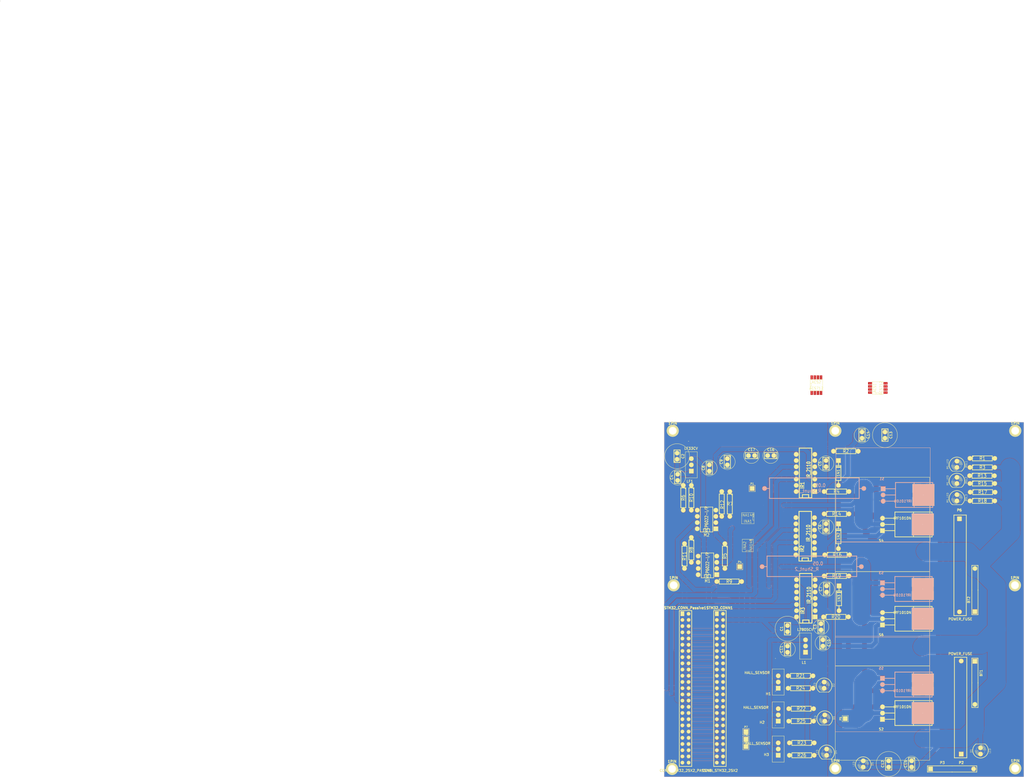
<source format=kicad_pcb>
(kicad_pcb (version 3) (host pcbnew "(2013-jul-07)-stable")
  (layers (15 F.Cu signal hide) (0 B.Cu signal hide) (18 B.Paste user) (19 F.Paste user) (20 B.SilkS user) (21 F.SilkS user) (22 B.Mask user) (23 F.Mask user) (28 Edge.Cuts user))
  (net 0 "")
  (net 1 +3.3V)
  (net 2 +48V)
  (net 3 +5V)
  (net 4 GND)
  (net 5 N-000001)
  (net 6 N-0000010)
  (net 7 N-00000104)
  (net 8 N-00000105)
  (net 9 N-00000106)
  (net 10 N-0000011)
  (net 11 N-0000012)
  (net 12 N-0000013)
  (net 13 N-0000014)
  (net 14 N-0000015)
  (net 15 N-0000016)
  (net 16 N-0000017)
  (net 17 N-0000018)
  (net 18 N-0000019)
  (net 19 N-000002)
  (net 20 N-0000020)
  (net 21 N-0000021)
  (net 22 N-0000022)
  (net 23 N-0000023)
  (net 24 N-0000024)
  (net 25 N-0000025)
  (net 26 N-0000026)
  (net 27 N-0000027)
  (net 28 N-0000028)
  (net 29 N-0000029)
  (net 30 N-000003)
  (net 31 N-0000030)
  (net 32 N-0000031)
  (net 33 N-0000032)
  (net 34 N-0000033)
  (net 35 N-0000036)
  (net 36 N-0000037)
  (net 37 N-0000038)
  (net 38 N-0000039)
  (net 39 N-000004)
  (net 40 N-0000040)
  (net 41 N-0000041)
  (net 42 N-0000043)
  (net 43 N-0000044)
  (net 44 N-0000045)
  (net 45 N-0000046)
  (net 46 N-0000047)
  (net 47 N-0000048)
  (net 48 N-0000049)
  (net 49 N-000005)
  (net 50 N-0000051)
  (net 51 N-0000052)
  (net 52 N-0000053)
  (net 53 N-0000054)
  (net 54 N-0000055)
  (net 55 N-0000056)
  (net 56 N-0000057)
  (net 57 N-0000058)
  (net 58 N-0000059)
  (net 59 N-000006)
  (net 60 N-0000060)
  (net 61 N-0000061)
  (net 62 N-0000062)
  (net 63 N-0000063)
  (net 64 N-0000064)
  (net 65 N-0000065)
  (net 66 N-0000066)
  (net 67 N-0000067)
  (net 68 N-0000068)
  (net 69 N-0000069)
  (net 70 N-000007)
  (net 71 N-0000070)
  (net 72 N-0000071)
  (net 73 N-0000072)
  (net 74 N-0000077)
  (net 75 N-000008)
  (net 76 N-0000080)
  (net 77 N-0000082)
  (net 78 N-0000084)
  (net 79 N-0000088)
  (net 80 N-0000089)
  (net 81 N-000009)
  (net 82 N-0000090)
  (net 83 N-0000091)
  (net 84 N-0000092)
  (net 85 N-0000093)
  (net 86 N-0000095)
  (net 87 N-0000096)
  (net 88 N-0000097)
  (net 89 VCC)
  (net 90 VDD)
  (module R_Shunt (layer B.Cu) (at 207.772 91.694 180)
    (fp_text reference R_Shunt_1 (at 2.286 -1.016 180) (layer B.SilkS) (effects (font (size 1.397 1.27) (thickness 0.2032)) (justify mirror)))
    (fp_text value 0.05 (at -2.286 1.27 180) (layer B.SilkS) (effects (font (size 1.397 1.27) (thickness 0.2032)) (justify mirror)))
    (pad 1 thru_hole circle (at -20.066 0 180) (size 1.905 1.905) (drill 0.127) (layers *.Cu *.Mask B.SilkS) (net 60 N-0000060))
    (pad 2 thru_hole circle (at 20.574 0 180) (size 1.905 1.905) (drill 0.127) (layers *.Cu *.Mask B.SilkS) (net 55 N-0000056))
  )
  (module PIN_ARRAY_STM32_25X2 (layer F.Cu) (at 168.656 171.196)
    (fp_text reference STM32_CONN1 (at 0.127 -30.607) (layer F.SilkS) (effects (font (size 1.016 1.016) (thickness 0.27432))))
    (fp_text value CONN_STM32_25X2 (at 0.35 35.975) (layer F.SilkS) (effects (font (size 1.016 1.016) (thickness 0.2032))))
    (pad 1 thru_hole rect (at -0.9939 -28.2205 270) (size 1.905 1.524) (drill 0.127) (layers *.Cu *.Mask F.SilkS) (net 4 GND))
    (pad 2 thru_hole circle (at 1.524 -28.194 270) (size 1.524 1.524) (drill 0.127) (layers *.Cu *.Mask F.SilkS) (net 4 GND))
    (pad 11 thru_hole circle (at -0.9939 -15.5205 270) (size 1.524 1.524) (drill 0.127) (layers *.Cu *.Mask F.SilkS) (net 25 N-0000025))
    (pad 4 thru_hole circle (at 1.5461 -25.6805 270) (size 1.524 1.524) (drill 0.127) (layers *.Cu *.Mask F.SilkS) (net 90 VDD))
    (pad 13 thru_hole circle (at -0.9939 -12.9805 270) (size 1.524 1.524) (drill 0.127) (layers *.Cu *.Mask F.SilkS) (net 10 N-0000011))
    (pad 6 thru_hole circle (at 1.5461 -23.1405 270) (size 1.524 1.524) (drill 0.127) (layers *.Cu *.Mask F.SilkS) (net 36 N-0000037))
    (pad 15 thru_hole circle (at -0.9939 -10.4405 270) (size 1.524 1.524) (drill 0.127) (layers *.Cu *.Mask F.SilkS) (net 27 N-0000027))
    (pad 8 thru_hole circle (at 1.5461 -20.6005 270) (size 1.524 1.524) (drill 0.127) (layers *.Cu *.Mask F.SilkS) (net 38 N-0000039))
    (pad 17 thru_hole circle (at -0.9939 -7.9005 270) (size 1.524 1.524) (drill 0.127) (layers *.Cu *.Mask F.SilkS) (net 71 N-0000070))
    (pad 10 thru_hole circle (at 1.5461 -18.0605 270) (size 1.524 1.524) (drill 0.127) (layers *.Cu *.Mask F.SilkS) (net 51 N-0000052))
    (pad 19 thru_hole circle (at -0.9939 -5.3605 270) (size 1.524 1.524) (drill 0.127) (layers *.Cu *.Mask F.SilkS) (net 63 N-0000063))
    (pad 12 thru_hole circle (at 1.5461 -15.5205 270) (size 1.524 1.524) (drill 0.127) (layers *.Cu *.Mask F.SilkS) (net 21 N-0000021))
    (pad 21 thru_hole circle (at -0.9939 -2.8205 270) (size 1.524 1.524) (drill 0.127) (layers *.Cu *.Mask F.SilkS) (net 62 N-0000062))
    (pad 14 thru_hole circle (at 1.5461 -12.9805 270) (size 1.524 1.524) (drill 0.127) (layers *.Cu *.Mask F.SilkS) (net 83 N-0000091))
    (pad 23 thru_hole circle (at -0.9939 -0.2805 270) (size 1.524 1.524) (drill 0.127) (layers *.Cu *.Mask F.SilkS) (net 22 N-0000022))
    (pad 16 thru_hole circle (at 1.5461 -10.4405 270) (size 1.524 1.524) (drill 0.127) (layers *.Cu *.Mask F.SilkS) (net 31 N-0000030))
    (pad 25 thru_hole circle (at -0.9939 2.2595 270) (size 1.524 1.524) (drill 0.127) (layers *.Cu *.Mask F.SilkS) (net 28 N-0000028))
    (pad 18 thru_hole circle (at 1.5461 -7.9005 270) (size 1.524 1.524) (drill 0.127) (layers *.Cu *.Mask F.SilkS) (net 52 N-0000053))
    (pad 27 thru_hole circle (at -0.9939 4.7995 270) (size 1.524 1.524) (drill 0.127) (layers *.Cu *.Mask F.SilkS) (net 33 N-0000032))
    (pad 20 thru_hole circle (at 1.5461 -5.3605 270) (size 1.524 1.524) (drill 0.127) (layers *.Cu *.Mask F.SilkS) (net 50 N-0000051))
    (pad 29 thru_hole circle (at -0.9939 7.3395 270) (size 1.524 1.524) (drill 0.127) (layers *.Cu *.Mask F.SilkS) (net 45 N-0000046))
    (pad 22 thru_hole circle (at 1.5461 -2.8205 270) (size 1.524 1.524) (drill 0.127) (layers *.Cu *.Mask F.SilkS) (net 53 N-0000054))
    (pad 31 thru_hole circle (at -0.9939 9.8795 270) (size 1.524 1.524) (drill 0.127) (layers *.Cu *.Mask F.SilkS) (net 20 N-0000020))
    (pad 24 thru_hole circle (at 1.5461 -0.2805 270) (size 1.524 1.524) (drill 0.127) (layers *.Cu *.Mask F.SilkS) (net 24 N-0000024))
    (pad 26 thru_hole circle (at 1.5461 2.2595 270) (size 1.524 1.524) (drill 0.127) (layers *.Cu *.Mask F.SilkS) (net 54 N-0000055))
    (pad 33 thru_hole circle (at -0.9939 12.4195 270) (size 1.524 1.524) (drill 0.127) (layers *.Cu *.Mask F.SilkS) (net 61 N-0000061))
    (pad 28 thru_hole circle (at 1.5461 4.7995 270) (size 1.524 1.524) (drill 0.127) (layers *.Cu *.Mask F.SilkS) (net 43 N-0000044))
    (pad 32 thru_hole circle (at 1.5461 9.8795 270) (size 1.524 1.524) (drill 0.127) (layers *.Cu *.Mask F.SilkS) (net 57 N-0000058))
    (pad 34 thru_hole circle (at 1.5461 12.4195 270) (size 1.524 1.524) (drill 0.127) (layers *.Cu *.Mask F.SilkS) (net 84 N-0000092))
    (pad 36 thru_hole circle (at 1.5461 14.9595 270) (size 1.524 1.524) (drill 0.127) (layers *.Cu *.Mask F.SilkS) (net 32 N-0000031))
    (pad 38 thru_hole circle (at 1.5461 17.4995 270) (size 1.524 1.524) (drill 0.127) (layers *.Cu *.Mask F.SilkS) (net 88 N-0000097))
    (pad 35 thru_hole circle (at -0.9939 14.9595 270) (size 1.524 1.524) (drill 0.127) (layers *.Cu *.Mask F.SilkS) (net 64 N-0000064))
    (pad 37 thru_hole circle (at -0.9939 17.4995 270) (size 1.524 1.524) (drill 0.127) (layers *.Cu *.Mask F.SilkS) (net 34 N-0000033))
    (pad 3 thru_hole circle (at -0.9939 -25.6805 270) (size 1.524 1.524) (drill 0.127) (layers *.Cu *.Mask F.SilkS) (net 90 VDD))
    (pad 5 thru_hole circle (at -0.9939 -23.1405 270) (size 1.524 1.524) (drill 0.127) (layers *.Cu *.Mask F.SilkS) (net 35 N-0000036))
    (pad 7 thru_hole circle (at -0.9939 -20.6005 270) (size 1.524 1.524) (drill 0.127) (layers *.Cu *.Mask F.SilkS) (net 37 N-0000038))
    (pad 9 thru_hole circle (at -0.9939 -18.0605 270) (size 1.524 1.524) (drill 0.127) (layers *.Cu *.Mask F.SilkS) (net 69 N-0000069))
    (pad 39 thru_hole circle (at -0.9939 20.0395 270) (size 1.524 1.524) (drill 0.127) (layers *.Cu *.Mask F.SilkS) (net 47 N-0000048))
    (pad 40 thru_hole circle (at 1.5461 20.0395 270) (size 1.524 1.524) (drill 0.127) (layers *.Cu *.Mask F.SilkS) (net 40 N-0000040))
    (pad 30 thru_hole circle (at 1.5461 7.3395 270) (size 1.524 1.524) (drill 0.127) (layers *.Cu *.Mask F.SilkS) (net 82 N-0000090))
    (pad 41 thru_hole circle (at -0.9939 22.5795 270) (size 1.524 1.524) (drill 0.127) (layers *.Cu *.Mask F.SilkS) (net 65 N-0000065))
    (pad 42 thru_hole circle (at 1.5461 22.5795 270) (size 1.524 1.524) (drill 0.127) (layers *.Cu *.Mask F.SilkS) (net 56 N-0000057))
    (pad 43 thru_hole circle (at -0.9939 25.1195 270) (size 1.524 1.524) (drill 0.127) (layers *.Cu *.Mask F.SilkS) (net 23 N-0000023))
    (pad 44 thru_hole circle (at 1.5461 25.1195 270) (size 1.524 1.524) (drill 0.127) (layers *.Cu *.Mask F.SilkS) (net 26 N-0000026))
    (pad 45 thru_hole circle (at -0.9939 27.6595 270) (size 1.524 1.524) (drill 0.127) (layers *.Cu *.Mask F.SilkS) (net 29 N-0000029))
    (pad 46 thru_hole circle (at 1.5461 27.6595 270) (size 1.524 1.524) (drill 0.127) (layers *.Cu *.Mask F.SilkS) (net 48 N-0000049))
    (pad 47 thru_hole circle (at -0.9939 30.1995 270) (size 1.524 1.524) (drill 0.127) (layers *.Cu *.Mask F.SilkS) (net 66 N-0000066))
    (pad 48 thru_hole circle (at 1.5461 30.1995 270) (size 1.524 1.524) (drill 0.127) (layers *.Cu *.Mask F.SilkS) (net 44 N-0000045))
    (pad 49 thru_hole circle (at -0.9939 32.7395 270) (size 1.524 1.524) (drill 0.127) (layers *.Cu *.Mask F.SilkS) (net 4 GND))
    (pad 50 thru_hole circle (at 1.5461 32.7395 270) (size 1.524 1.524) (drill 0.127) (layers *.Cu *.Mask F.SilkS) (net 4 GND))
  )
  (module R_Shunt (layer B.Cu) (at 206.756 123.698 180)
    (fp_text reference R_Shunt_2 (at 2.286 -1.016 180) (layer B.SilkS) (effects (font (size 1.397 1.27) (thickness 0.2032)) (justify mirror)))
    (fp_text value 0.05 (at -2.286 1.27 180) (layer B.SilkS) (effects (font (size 1.397 1.27) (thickness 0.2032)) (justify mirror)))
    (pad 1 thru_hole circle (at -20.066 0 180) (size 1.905 1.905) (drill 0.127) (layers *.Cu *.Mask B.SilkS) (net 58 N-0000059))
    (pad 2 thru_hole circle (at 20.574 0 180) (size 1.905 1.905) (drill 0.127) (layers *.Cu *.Mask B.SilkS) (net 42 N-0000043))
  )
  (module PIN_ARRAY_1 (layer F.Cu) (at 182.118 91.694)
    (fp_text reference P1 (at 0 -1.905) (layer F.SilkS) (effects (font (size 0.762 0.762) (thickness 0.1524))))
    (fp_text value CONN_1 hide)
    (pad 1 thru_hole rect (at 0 0) (size 1.905 1.905) (drill 0.127) (layers *.Cu *.Mask F.SilkS) (net 55 N-0000056))
  )
  (module PIN_ARRAY_1 (layer F.Cu) (at 177.038 123.698)
    (fp_text reference P4 (at 0 -1.905) (layer F.SilkS) (effects (font (size 0.762 0.762) (thickness 0.1524))))
    (fp_text value CONN_1 hide)
    (pad 1 thru_hole rect (at 0 0) (size 1.905 1.905) (drill 0.127) (layers *.Cu *.Mask F.SilkS) (net 42 N-0000043))
  )
  (module LED-5MM (layer F.Cu) (at 265.938 95.504 270)
    (fp_text reference RGL3 (at 0 -3.81 270) (layer F.SilkS) (effects (font (size 0.762 0.762) (thickness 0.0889))))
    (fp_text value RG_LED (at 0 3.81 270) (layer F.SilkS) (effects (font (size 0.762 0.762) (thickness 0.0889))))
    (pad 1 thru_hole circle (at -1.27 0 270) (size 1.905 1.905) (drill 0.127) (layers *.Cu *.Mask F.SilkS) (net 30 N-000003))
    (pad 2 thru_hole circle (at 1.27 0 270) (size 1.905 1.905) (drill 0.127) (layers *.Cu *.Mask F.SilkS) (net 70 N-000007))
  )
  (module LED-5MM (layer F.Cu) (at 275.59 199.136 90)
    (fp_text reference D1 (at 0 -3.81 90) (layer F.SilkS) (effects (font (size 0.762 0.762) (thickness 0.0889))))
    (fp_text value LED (at 0 3.81 90) (layer F.SilkS) (effects (font (size 0.762 0.762) (thickness 0.0889))))
    (pad 1 thru_hole circle (at -1.27 0 90) (size 1.905 1.905) (drill 0.127) (layers *.Cu *.Mask F.SilkS) (net 89 VCC))
    (pad 2 thru_hole circle (at 1.27 0 90) (size 1.905 1.905) (drill 0.127) (layers *.Cu *.Mask F.SilkS) (net 4 GND))
  )
  (module LED-5MM (layer F.Cu) (at 265.938 88.392 270)
    (fp_text reference RGL2 (at 0 -3.81 270) (layer F.SilkS) (effects (font (size 0.762 0.762) (thickness 0.0889))))
    (fp_text value RG_LED (at 0 3.81 270) (layer F.SilkS) (effects (font (size 0.762 0.762) (thickness 0.0889))))
    (pad 1 thru_hole circle (at -1.27 0 270) (size 1.905 1.905) (drill 0.127) (layers *.Cu *.Mask F.SilkS) (net 58 N-0000059))
    (pad 2 thru_hole circle (at 1.27 0 270) (size 1.905 1.905) (drill 0.127) (layers *.Cu *.Mask F.SilkS) (net 75 N-000008))
  )
  (module LED-5MM (layer F.Cu) (at 265.938 81.788 270)
    (fp_text reference RGL1 (at 0 -3.81 270) (layer F.SilkS) (effects (font (size 0.762 0.762) (thickness 0.0889))))
    (fp_text value RG_LED (at 0 3.81 270) (layer F.SilkS) (effects (font (size 0.762 0.762) (thickness 0.0889))))
    (pad 1 thru_hole circle (at -1.27 0 270) (size 1.905 1.905) (drill 0.127) (layers *.Cu *.Mask F.SilkS) (net 60 N-0000060))
    (pad 2 thru_hole circle (at 1.27 0 270) (size 1.905 1.905) (drill 0.127) (layers *.Cu *.Mask F.SilkS) (net 81 N-000009))
  )
  (module LED-5MM (layer F.Cu) (at 212.598 199.644 270)
    (fp_text reference D4 (at 0 -3.81 270) (layer F.SilkS) (effects (font (size 0.762 0.762) (thickness 0.0889))))
    (fp_text value LED (at 0 3.81 270) (layer F.SilkS) (effects (font (size 0.762 0.762) (thickness 0.0889))))
    (pad 1 thru_hole circle (at -1.27 0 270) (size 1.905 1.905) (drill 0.127) (layers *.Cu *.Mask F.SilkS) (net 88 N-0000097))
    (pad 2 thru_hole circle (at 1.27 0 270) (size 1.905 1.905) (drill 0.127) (layers *.Cu *.Mask F.SilkS) (net 8 N-00000105))
  )
  (module LED-5MM (layer F.Cu) (at 211.836 185.674 270)
    (fp_text reference D3 (at 0 -3.81 270) (layer F.SilkS) (effects (font (size 0.762 0.762) (thickness 0.0889))))
    (fp_text value LED (at 0 3.81 270) (layer F.SilkS) (effects (font (size 0.762 0.762) (thickness 0.0889))))
    (pad 1 thru_hole circle (at -1.27 0 270) (size 1.905 1.905) (drill 0.127) (layers *.Cu *.Mask F.SilkS) (net 32 N-0000031))
    (pad 2 thru_hole circle (at 1.27 0 270) (size 1.905 1.905) (drill 0.127) (layers *.Cu *.Mask F.SilkS) (net 9 N-00000106))
  )
  (module LED-5MM (layer F.Cu) (at 211.582 172.212 270)
    (fp_text reference D2 (at 0 -3.81 270) (layer F.SilkS) (effects (font (size 0.762 0.762) (thickness 0.0889))))
    (fp_text value LED (at 0 3.81 270) (layer F.SilkS) (effects (font (size 0.762 0.762) (thickness 0.0889))))
    (pad 1 thru_hole circle (at -1.27 0 270) (size 1.905 1.905) (drill 0.127) (layers *.Cu *.Mask F.SilkS) (net 84 N-0000092))
    (pad 2 thru_hole circle (at 1.27 0 270) (size 1.905 1.905) (drill 0.127) (layers *.Cu *.Mask F.SilkS) (net 7 N-00000104))
  )
  (module DO-41 (layer F.Cu) (at 217.678 136.652 90)
    (fp_text reference 1N3 (at 0 0 90) (layer F.SilkS) (effects (font (size 1.016 1.016) (thickness 0.2032))))
    (fp_text value 1N4003 hide)
    (pad 2 thru_hole rect (at 5.08 0 90) (size 1.905 1.905) (drill 0.127) (layers *.Cu *.Mask F.SilkS) (net 12 N-0000013))
    (pad 1 thru_hole circle (at -5.08 0 90) (size 1.905 1.905) (drill 0.127) (layers *.Cu *.Mask F.SilkS) (net 89 VCC))
  )
  (module DO-41 (layer F.Cu) (at 217.424 111.252 90)
    (fp_text reference 1N2 (at 0 0 90) (layer F.SilkS) (effects (font (size 1.016 1.016) (thickness 0.2032))))
    (fp_text value 1N4003 hide)
    (pad 2 thru_hole rect (at 5.08 0 90) (size 1.905 1.905) (drill 0.127) (layers *.Cu *.Mask F.SilkS) (net 59 N-000006))
    (pad 1 thru_hole circle (at -5.08 0 90) (size 1.905 1.905) (drill 0.127) (layers *.Cu *.Mask F.SilkS) (net 89 VCC))
  )
  (module DO-41 (layer F.Cu) (at 217.424 85.344 90)
    (fp_text reference 1N1 (at 0 0 90) (layer F.SilkS) (effects (font (size 1.016 1.016) (thickness 0.2032))))
    (fp_text value 1N4003 hide)
    (pad 2 thru_hole rect (at 5.08 0 90) (size 1.905 1.905) (drill 0.127) (layers *.Cu *.Mask F.SilkS) (net 18 N-0000019))
    (pad 1 thru_hole circle (at -5.08 0 90) (size 1.905 1.905) (drill 0.127) (layers *.Cu *.Mask F.SilkS) (net 89 VCC))
  )
  (module DIP-8__300 (layer F.Cu) (at 163.449 104.394 90)
    (fp_text reference M2 (at -6.35 0 180) (layer F.SilkS) (effects (font (size 1.27 1.143) (thickness 0.2032))))
    (fp_text value MCP6022-I/P (at 0 0 90) (layer F.SilkS) (effects (font (size 1.27 1.016) (thickness 0.2032))))
    (pad 1 thru_hole rect (at -3.81 3.81 90) (size 1.905 1.905) (drill 0.127) (layers *.Cu *.Mask F.SilkS) (net 76 N-0000080))
    (pad 2 thru_hole circle (at -1.27 3.81 90) (size 1.905 1.905) (drill 0.127) (layers *.Cu *.Mask F.SilkS) (net 76 N-0000080))
    (pad 3 thru_hole circle (at 1.27 3.81 90) (size 1.905 1.905) (drill 0.127) (layers *.Cu *.Mask F.SilkS) (net 13 N-0000014))
    (pad 4 thru_hole circle (at 3.81 3.81 90) (size 1.905 1.905) (drill 0.127) (layers *.Cu *.Mask F.SilkS) (net 4 GND))
    (pad 5 thru_hole circle (at 3.81 -3.81 90) (size 1.905 1.905) (drill 0.127) (layers *.Cu *.Mask F.SilkS) (net 80 N-0000089))
    (pad 6 thru_hole circle (at 1.27 -3.81 90) (size 1.905 1.905) (drill 0.127) (layers *.Cu *.Mask F.SilkS) (net 83 N-0000091))
    (pad 7 thru_hole circle (at -1.27 -3.81 90) (size 1.905 1.905) (drill 0.127) (layers *.Cu *.Mask F.SilkS) (net 83 N-0000091))
    (pad 8 thru_hole circle (at -3.81 -3.81 90) (size 1.905 1.905) (drill 0.127) (layers *.Cu *.Mask F.SilkS) (net 1 +3.3V))
  )
  (module DIP-8__300 (layer F.Cu) (at 163.83 123.19 90)
    (fp_text reference M1 (at -6.35 0 180) (layer F.SilkS) (effects (font (size 1.27 1.143) (thickness 0.2032))))
    (fp_text value MCP6022-I/P (at 0 0 90) (layer F.SilkS) (effects (font (size 1.27 1.016) (thickness 0.2032))))
    (pad 1 thru_hole rect (at -3.81 3.81 90) (size 1.905 1.905) (drill 0.127) (layers *.Cu *.Mask F.SilkS) (net 21 N-0000021))
    (pad 2 thru_hole circle (at -1.27 3.81 90) (size 1.905 1.905) (drill 0.127) (layers *.Cu *.Mask F.SilkS) (net 19 N-000002))
    (pad 3 thru_hole circle (at 1.27 3.81 90) (size 1.905 1.905) (drill 0.127) (layers *.Cu *.Mask F.SilkS) (net 5 N-000001))
    (pad 4 thru_hole circle (at 3.81 3.81 90) (size 1.905 1.905) (drill 0.127) (layers *.Cu *.Mask F.SilkS) (net 4 GND))
    (pad 5 thru_hole circle (at 3.81 -3.81 90) (size 1.905 1.905) (drill 0.127) (layers *.Cu *.Mask F.SilkS) (net 6 N-0000010))
    (pad 6 thru_hole circle (at 1.27 -3.81 90) (size 1.905 1.905) (drill 0.127) (layers *.Cu *.Mask F.SilkS) (net 11 N-0000012))
    (pad 7 thru_hole circle (at -1.27 -3.81 90) (size 1.905 1.905) (drill 0.127) (layers *.Cu *.Mask F.SilkS) (net 10 N-0000011))
    (pad 8 thru_hole circle (at -3.81 -3.81 90) (size 1.905 1.905) (drill 0.127) (layers *.Cu *.Mask F.SilkS) (net 1 +3.3V))
  )
  (module DIP-14__300 (layer F.Cu) (at 203.835 111.252 90)
    (fp_text reference IR2 (at -5.08 -1.27 90) (layer F.SilkS) (effects (font (size 1.524 1.143) (thickness 0.3048))))
    (fp_text value IR_2110 (at 1.27 1.27 90) (layer F.SilkS) (effects (font (size 1.524 1.143) (thickness 0.3048))))
    (pad 1 thru_hole rect (at -7.62 3.81 90) (size 1.905 1.905) (drill 0.127) (layers *.Cu *.Mask F.SilkS) (net 39 N-000004))
    (pad 2 thru_hole circle (at -5.08 3.81 90) (size 1.905 1.905) (drill 0.127) (layers *.Cu *.Mask F.SilkS) (net 4 GND))
    (pad 3 thru_hole circle (at -2.54 3.81 90) (size 1.905 1.905) (drill 0.127) (layers *.Cu *.Mask F.SilkS) (net 89 VCC))
    (pad 4 thru_hole circle (at 0 3.81 90) (size 1.905 1.905) (drill 0.127) (layers *.Cu *.Mask F.SilkS))
    (pad 5 thru_hole circle (at 2.54 3.81 90) (size 1.905 1.905) (drill 0.127) (layers *.Cu *.Mask F.SilkS) (net 78 N-0000084))
    (pad 6 thru_hole circle (at 5.08 3.81 90) (size 1.905 1.905) (drill 0.127) (layers *.Cu *.Mask F.SilkS) (net 59 N-000006))
    (pad 7 thru_hole circle (at 7.62 3.81 90) (size 1.905 1.905) (drill 0.127) (layers *.Cu *.Mask F.SilkS) (net 49 N-000005))
    (pad 8 thru_hole circle (at 7.62 -3.81 90) (size 1.905 1.905) (drill 0.127) (layers *.Cu *.Mask F.SilkS))
    (pad 9 thru_hole circle (at 5.08 -3.81 90) (size 1.905 1.905) (drill 0.127) (layers *.Cu *.Mask F.SilkS) (net 90 VDD))
    (pad 10 thru_hole circle (at 2.54 -3.81 90) (size 1.905 1.905) (drill 0.127) (layers *.Cu *.Mask F.SilkS) (net 82 N-0000090))
    (pad 11 thru_hole circle (at 0 -3.81 90) (size 1.905 1.905) (drill 0.127) (layers *.Cu *.Mask F.SilkS))
    (pad 12 thru_hole circle (at -2.54 -3.81 90) (size 1.905 1.905) (drill 0.127) (layers *.Cu *.Mask F.SilkS) (net 33 N-0000032))
    (pad 13 thru_hole circle (at -5.08 -3.81 90) (size 1.905 1.905) (drill 0.127) (layers *.Cu *.Mask F.SilkS) (net 4 GND))
    (pad 14 thru_hole circle (at -7.62 -3.81 90) (size 1.905 1.905) (drill 0.127) (layers *.Cu *.Mask F.SilkS))
  )
  (module DIP-14__300 (layer F.Cu) (at 203.962 85.344 90)
    (fp_text reference IR1 (at -5.08 -1.27 90) (layer F.SilkS) (effects (font (size 1.524 1.143) (thickness 0.3048))))
    (fp_text value IR_2110 (at 1.27 1.27 90) (layer F.SilkS) (effects (font (size 1.524 1.143) (thickness 0.3048))))
    (pad 1 thru_hole rect (at -7.62 3.81 90) (size 1.905 1.905) (drill 0.127) (layers *.Cu *.Mask F.SilkS) (net 16 N-0000017))
    (pad 2 thru_hole circle (at -5.08 3.81 90) (size 1.905 1.905) (drill 0.127) (layers *.Cu *.Mask F.SilkS) (net 4 GND))
    (pad 3 thru_hole circle (at -2.54 3.81 90) (size 1.905 1.905) (drill 0.127) (layers *.Cu *.Mask F.SilkS) (net 89 VCC))
    (pad 4 thru_hole circle (at 0 3.81 90) (size 1.905 1.905) (drill 0.127) (layers *.Cu *.Mask F.SilkS))
    (pad 5 thru_hole circle (at 2.54 3.81 90) (size 1.905 1.905) (drill 0.127) (layers *.Cu *.Mask F.SilkS) (net 87 N-0000096))
    (pad 6 thru_hole circle (at 5.08 3.81 90) (size 1.905 1.905) (drill 0.127) (layers *.Cu *.Mask F.SilkS) (net 18 N-0000019))
    (pad 7 thru_hole circle (at 7.62 3.81 90) (size 1.905 1.905) (drill 0.127) (layers *.Cu *.Mask F.SilkS) (net 17 N-0000018))
    (pad 8 thru_hole circle (at 7.62 -3.81 90) (size 1.905 1.905) (drill 0.127) (layers *.Cu *.Mask F.SilkS))
    (pad 9 thru_hole circle (at 5.08 -3.81 90) (size 1.905 1.905) (drill 0.127) (layers *.Cu *.Mask F.SilkS) (net 90 VDD))
    (pad 10 thru_hole circle (at 2.54 -3.81 90) (size 1.905 1.905) (drill 0.127) (layers *.Cu *.Mask F.SilkS) (net 43 N-0000044))
    (pad 11 thru_hole circle (at 0 -3.81 90) (size 1.905 1.905) (drill 0.127) (layers *.Cu *.Mask F.SilkS))
    (pad 12 thru_hole circle (at -2.54 -3.81 90) (size 1.905 1.905) (drill 0.127) (layers *.Cu *.Mask F.SilkS) (net 28 N-0000028))
    (pad 13 thru_hole circle (at -5.08 -3.81 90) (size 1.905 1.905) (drill 0.127) (layers *.Cu *.Mask F.SilkS) (net 4 GND))
    (pad 14 thru_hole circle (at -7.62 -3.81 90) (size 1.905 1.905) (drill 0.127) (layers *.Cu *.Mask F.SilkS))
  )
  (module DIP-14__300 (layer F.Cu) (at 204.089 136.652 90)
    (fp_text reference IR3 (at -5.08 -1.27 90) (layer F.SilkS) (effects (font (size 1.524 1.143) (thickness 0.3048))))
    (fp_text value IR_2110 (at 1.27 1.27 90) (layer F.SilkS) (effects (font (size 1.524 1.143) (thickness 0.3048))))
    (pad 1 thru_hole rect (at -7.62 3.81 90) (size 1.905 1.905) (drill 0.127) (layers *.Cu *.Mask F.SilkS) (net 14 N-0000015))
    (pad 2 thru_hole circle (at -5.08 3.81 90) (size 1.905 1.905) (drill 0.127) (layers *.Cu *.Mask F.SilkS) (net 4 GND))
    (pad 3 thru_hole circle (at -2.54 3.81 90) (size 1.905 1.905) (drill 0.127) (layers *.Cu *.Mask F.SilkS) (net 89 VCC))
    (pad 4 thru_hole circle (at 0 3.81 90) (size 1.905 1.905) (drill 0.127) (layers *.Cu *.Mask F.SilkS))
    (pad 5 thru_hole circle (at 2.54 3.81 90) (size 1.905 1.905) (drill 0.127) (layers *.Cu *.Mask F.SilkS) (net 74 N-0000077))
    (pad 6 thru_hole circle (at 5.08 3.81 90) (size 1.905 1.905) (drill 0.127) (layers *.Cu *.Mask F.SilkS) (net 12 N-0000013))
    (pad 7 thru_hole circle (at 7.62 3.81 90) (size 1.905 1.905) (drill 0.127) (layers *.Cu *.Mask F.SilkS) (net 15 N-0000016))
    (pad 8 thru_hole circle (at 7.62 -3.81 90) (size 1.905 1.905) (drill 0.127) (layers *.Cu *.Mask F.SilkS))
    (pad 9 thru_hole circle (at 5.08 -3.81 90) (size 1.905 1.905) (drill 0.127) (layers *.Cu *.Mask F.SilkS) (net 90 VDD))
    (pad 10 thru_hole circle (at 2.54 -3.81 90) (size 1.905 1.905) (drill 0.127) (layers *.Cu *.Mask F.SilkS) (net 57 N-0000058))
    (pad 11 thru_hole circle (at 0 -3.81 90) (size 1.905 1.905) (drill 0.127) (layers *.Cu *.Mask F.SilkS))
    (pad 12 thru_hole circle (at -2.54 -3.81 90) (size 1.905 1.905) (drill 0.127) (layers *.Cu *.Mask F.SilkS) (net 45 N-0000046))
    (pad 13 thru_hole circle (at -5.08 -3.81 90) (size 1.905 1.905) (drill 0.127) (layers *.Cu *.Mask F.SilkS) (net 4 GND))
    (pad 14 thru_hole circle (at -7.62 -3.81 90) (size 1.905 1.905) (drill 0.127) (layers *.Cu *.Mask F.SilkS))
  )
  (module R4 (layer F.Cu) (at 216.662 127.508)
    (fp_text reference R19 (at 0 0) (layer F.SilkS) (effects (font (size 1.397 1.27) (thickness 0.2032))))
    (fp_text value 36 hide)
    (pad 1 thru_hole circle (at -5.08 0) (size 1.905 1.905) (drill 0.127) (layers *.Cu *.Mask F.SilkS) (net 15 N-0000016))
    (pad 2 thru_hole circle (at 5.08 0) (size 1.905 1.905) (drill 0.127) (layers *.Cu *.Mask F.SilkS) (net 73 N-0000072))
  )
  (module R4 (layer F.Cu) (at 201.93 173.482 180)
    (fp_text reference R24 (at 0 0 180) (layer F.SilkS) (effects (font (size 1.397 1.27) (thickness 0.2032))))
    (fp_text value 1k hide)
    (pad 1 thru_hole circle (at -5.08 0 180) (size 1.905 1.905) (drill 0.127) (layers *.Cu *.Mask F.SilkS) (net 7 N-00000104))
    (pad 2 thru_hole circle (at 5.08 0 180) (size 1.905 1.905) (drill 0.127) (layers *.Cu *.Mask F.SilkS) (net 4 GND))
  )
  (module R4 (layer F.Cu) (at 201.93 168.402 180)
    (fp_text reference R21 (at 0 0 180) (layer F.SilkS) (effects (font (size 1.397 1.27) (thickness 0.2032))))
    (fp_text value 1k hide)
    (pad 1 thru_hole circle (at -5.08 0 180) (size 1.905 1.905) (drill 0.127) (layers *.Cu *.Mask F.SilkS) (net 90 VDD))
    (pad 2 thru_hole circle (at 5.08 0 180) (size 1.905 1.905) (drill 0.127) (layers *.Cu *.Mask F.SilkS) (net 84 N-0000092))
  )
  (module R4 (layer F.Cu) (at 202.184 186.944 180)
    (fp_text reference R25 (at 0 0 180) (layer F.SilkS) (effects (font (size 1.397 1.27) (thickness 0.2032))))
    (fp_text value 1k hide)
    (pad 1 thru_hole circle (at -5.08 0 180) (size 1.905 1.905) (drill 0.127) (layers *.Cu *.Mask F.SilkS) (net 9 N-00000106))
    (pad 2 thru_hole circle (at 5.08 0 180) (size 1.905 1.905) (drill 0.127) (layers *.Cu *.Mask F.SilkS) (net 4 GND))
  )
  (module R4 (layer F.Cu) (at 202.184 181.864 180)
    (fp_text reference R22 (at 0 0 180) (layer F.SilkS) (effects (font (size 1.397 1.27) (thickness 0.2032))))
    (fp_text value 1k hide)
    (pad 1 thru_hole circle (at -5.08 0 180) (size 1.905 1.905) (drill 0.127) (layers *.Cu *.Mask F.SilkS) (net 90 VDD))
    (pad 2 thru_hole circle (at 5.08 0 180) (size 1.905 1.905) (drill 0.127) (layers *.Cu *.Mask F.SilkS) (net 32 N-0000031))
  )
  (module R4 (layer F.Cu) (at 202.438 195.834 180)
    (fp_text reference R23 (at 0 0 180) (layer F.SilkS) (effects (font (size 1.397 1.27) (thickness 0.2032))))
    (fp_text value 1k hide)
    (pad 1 thru_hole circle (at -5.08 0 180) (size 1.905 1.905) (drill 0.127) (layers *.Cu *.Mask F.SilkS) (net 90 VDD))
    (pad 2 thru_hole circle (at 5.08 0 180) (size 1.905 1.905) (drill 0.127) (layers *.Cu *.Mask F.SilkS) (net 88 N-0000097))
  )
  (module R4 (layer F.Cu) (at 170.942 119.38 270)
    (fp_text reference R5 (at 0 0 270) (layer F.SilkS) (effects (font (size 1.397 1.27) (thickness 0.2032))))
    (fp_text value 1k hide)
    (pad 1 thru_hole circle (at -5.08 0 270) (size 1.905 1.905) (drill 0.127) (layers *.Cu *.Mask F.SilkS) (net 76 N-0000080))
    (pad 2 thru_hole circle (at 5.08 0 270) (size 1.905 1.905) (drill 0.127) (layers *.Cu *.Mask F.SilkS) (net 19 N-000002))
  )
  (module R4 (layer F.Cu) (at 157.226 116.84 270)
    (fp_text reference R8 (at 0 0 270) (layer F.SilkS) (effects (font (size 1.397 1.27) (thickness 0.2032))))
    (fp_text value 1k hide)
    (pad 1 thru_hole circle (at -5.08 0 270) (size 1.905 1.905) (drill 0.127) (layers *.Cu *.Mask F.SilkS) (net 76 N-0000080))
    (pad 2 thru_hole circle (at 5.08 0 270) (size 1.905 1.905) (drill 0.127) (layers *.Cu *.Mask F.SilkS) (net 11 N-0000012))
  )
  (module R4 (layer F.Cu) (at 154.432 119.38 90)
    (fp_text reference R11 (at 0 0 90) (layer F.SilkS) (effects (font (size 1.397 1.27) (thickness 0.2032))))
    (fp_text value 1k hide)
    (pad 1 thru_hole circle (at -5.08 0 90) (size 1.905 1.905) (drill 0.127) (layers *.Cu *.Mask F.SilkS) (net 10 N-0000011))
    (pad 2 thru_hole circle (at 5.08 0 90) (size 1.905 1.905) (drill 0.127) (layers *.Cu *.Mask F.SilkS) (net 11 N-0000012))
  )
  (module R4 (layer F.Cu) (at 172.72 129.794 180)
    (fp_text reference R9 (at 0 0 180) (layer F.SilkS) (effects (font (size 1.397 1.27) (thickness 0.2032))))
    (fp_text value 1k hide)
    (pad 1 thru_hole circle (at -5.08 0 180) (size 1.905 1.905) (drill 0.127) (layers *.Cu *.Mask F.SilkS) (net 19 N-000002))
    (pad 2 thru_hole circle (at 5.08 0 180) (size 1.905 1.905) (drill 0.127) (layers *.Cu *.Mask F.SilkS) (net 21 N-0000021))
  )
  (module R4 (layer F.Cu) (at 202.438 200.914 180)
    (fp_text reference R26 (at 0 0 180) (layer F.SilkS) (effects (font (size 1.397 1.27) (thickness 0.2032))))
    (fp_text value 1k hide)
    (pad 1 thru_hole circle (at -5.08 0 180) (size 1.905 1.905) (drill 0.127) (layers *.Cu *.Mask F.SilkS) (net 8 N-00000105))
    (pad 2 thru_hole circle (at 5.08 0 180) (size 1.905 1.905) (drill 0.127) (layers *.Cu *.Mask F.SilkS) (net 4 GND))
  )
  (module R4 (layer F.Cu) (at 276.352 79.375)
    (fp_text reference R1 (at 0 0) (layer F.SilkS) (effects (font (size 1.397 1.27) (thickness 0.2032))))
    (fp_text value 1k hide)
    (pad 1 thru_hole circle (at -5.08 0) (size 1.905 1.905) (drill 0.127) (layers *.Cu *.Mask F.SilkS) (net 81 N-000009))
    (pad 2 thru_hole circle (at 5.08 0) (size 1.905 1.905) (drill 0.127) (layers *.Cu *.Mask F.SilkS) (net 2 +48V))
  )
  (module R4 (layer F.Cu) (at 276.352 83.058)
    (fp_text reference R3 (at 0 0) (layer F.SilkS) (effects (font (size 1.397 1.27) (thickness 0.2032))))
    (fp_text value 1k hide)
    (pad 1 thru_hole circle (at -5.08 0) (size 1.905 1.905) (drill 0.127) (layers *.Cu *.Mask F.SilkS) (net 81 N-000009))
    (pad 2 thru_hole circle (at 5.08 0) (size 1.905 1.905) (drill 0.127) (layers *.Cu *.Mask F.SilkS) (net 4 GND))
  )
  (module R4 (layer F.Cu) (at 276.225 86.487)
    (fp_text reference R13 (at 0 0) (layer F.SilkS) (effects (font (size 1.397 1.27) (thickness 0.2032))))
    (fp_text value 1k hide)
    (pad 1 thru_hole circle (at -5.08 0) (size 1.905 1.905) (drill 0.127) (layers *.Cu *.Mask F.SilkS) (net 75 N-000008))
    (pad 2 thru_hole circle (at 5.08 0) (size 1.905 1.905) (drill 0.127) (layers *.Cu *.Mask F.SilkS) (net 2 +48V))
  )
  (module R4 (layer F.Cu) (at 276.352 89.662)
    (fp_text reference R15 (at 0 0) (layer F.SilkS) (effects (font (size 1.397 1.27) (thickness 0.2032))))
    (fp_text value 1k hide)
    (pad 1 thru_hole circle (at -5.08 0) (size 1.905 1.905) (drill 0.127) (layers *.Cu *.Mask F.SilkS) (net 75 N-000008))
    (pad 2 thru_hole circle (at 5.08 0) (size 1.905 1.905) (drill 0.127) (layers *.Cu *.Mask F.SilkS) (net 4 GND))
  )
  (module R4 (layer F.Cu) (at 276.479 93.218)
    (fp_text reference R17 (at 0 0) (layer F.SilkS) (effects (font (size 1.397 1.27) (thickness 0.2032))))
    (fp_text value 1k hide)
    (pad 1 thru_hole circle (at -5.08 0) (size 1.905 1.905) (drill 0.127) (layers *.Cu *.Mask F.SilkS) (net 70 N-000007))
    (pad 2 thru_hole circle (at 5.08 0) (size 1.905 1.905) (drill 0.127) (layers *.Cu *.Mask F.SilkS) (net 2 +48V))
  )
  (module R4 (layer F.Cu) (at 276.352 96.774)
    (fp_text reference R18 (at 0 0) (layer F.SilkS) (effects (font (size 1.397 1.27) (thickness 0.2032))))
    (fp_text value 1k hide)
    (pad 1 thru_hole circle (at -5.08 0) (size 1.905 1.905) (drill 0.127) (layers *.Cu *.Mask F.SilkS) (net 70 N-000007))
    (pad 2 thru_hole circle (at 5.08 0) (size 1.905 1.905) (drill 0.127) (layers *.Cu *.Mask F.SilkS) (net 4 GND))
  )
  (module R4 (layer F.Cu) (at 216.408 144.272)
    (fp_text reference R20 (at 0 0) (layer F.SilkS) (effects (font (size 1.397 1.27) (thickness 0.2032))))
    (fp_text value 36 hide)
    (pad 1 thru_hole circle (at -5.08 0) (size 1.905 1.905) (drill 0.127) (layers *.Cu *.Mask F.SilkS) (net 14 N-0000015))
    (pad 2 thru_hole circle (at 5.08 0) (size 1.905 1.905) (drill 0.127) (layers *.Cu *.Mask F.SilkS) (net 72 N-0000071))
  )
  (module R4 (layer F.Cu) (at 216.662 102.108)
    (fp_text reference R14 (at 0 0) (layer F.SilkS) (effects (font (size 1.397 1.27) (thickness 0.2032))))
    (fp_text value 36 hide)
    (pad 1 thru_hole circle (at -5.08 0) (size 1.905 1.905) (drill 0.127) (layers *.Cu *.Mask F.SilkS) (net 49 N-000005))
    (pad 2 thru_hole circle (at 5.08 0) (size 1.905 1.905) (drill 0.127) (layers *.Cu *.Mask F.SilkS) (net 77 N-0000082))
  )
  (module R4 (layer F.Cu) (at 216.916 118.872)
    (fp_text reference R16 (at 0 0) (layer F.SilkS) (effects (font (size 1.397 1.27) (thickness 0.2032))))
    (fp_text value 36 hide)
    (pad 1 thru_hole circle (at -5.08 0) (size 1.905 1.905) (drill 0.127) (layers *.Cu *.Mask F.SilkS) (net 39 N-000004))
    (pad 2 thru_hole circle (at 5.08 0) (size 1.905 1.905) (drill 0.127) (layers *.Cu *.Mask F.SilkS) (net 79 N-0000088))
  )
  (module R4 (layer F.Cu) (at 153.924 95.504 270)
    (fp_text reference R6 (at 0 0 270) (layer F.SilkS) (effects (font (size 1.397 1.27) (thickness 0.2032))))
    (fp_text value 3.9k hide)
    (pad 1 thru_hole circle (at -5.08 0 270) (size 1.905 1.905) (drill 0.127) (layers *.Cu *.Mask F.SilkS) (net 2 +48V))
    (pad 2 thru_hole circle (at 5.08 0 270) (size 1.905 1.905) (drill 0.127) (layers *.Cu *.Mask F.SilkS) (net 80 N-0000089))
  )
  (module R4 (layer F.Cu) (at 157.226 95.504 270)
    (fp_text reference R10 (at 0 0 270) (layer F.SilkS) (effects (font (size 1.397 1.27) (thickness 0.2032))))
    (fp_text value 1k hide)
    (pad 1 thru_hole circle (at -5.08 0 270) (size 1.905 1.905) (drill 0.127) (layers *.Cu *.Mask F.SilkS) (net 4 GND))
    (pad 2 thru_hole circle (at 5.08 0 270) (size 1.905 1.905) (drill 0.127) (layers *.Cu *.Mask F.SilkS) (net 80 N-0000089))
  )
  (module R4 (layer F.Cu) (at 216.662 92.964)
    (fp_text reference R4 (at 0 0) (layer F.SilkS) (effects (font (size 1.397 1.27) (thickness 0.2032))))
    (fp_text value 36 hide)
    (pad 1 thru_hole circle (at -5.08 0) (size 1.905 1.905) (drill 0.127) (layers *.Cu *.Mask F.SilkS) (net 16 N-0000017))
    (pad 2 thru_hole circle (at 5.08 0) (size 1.905 1.905) (drill 0.127) (layers *.Cu *.Mask F.SilkS) (net 86 N-0000095))
  )
  (module R4 (layer F.Cu) (at 220.472 76.454)
    (fp_text reference R2 (at 0 0) (layer F.SilkS) (effects (font (size 1.397 1.27) (thickness 0.2032))))
    (fp_text value 36 hide)
    (pad 1 thru_hole circle (at -5.08 0) (size 1.905 1.905) (drill 0.127) (layers *.Cu *.Mask F.SilkS) (net 17 N-0000018))
    (pad 2 thru_hole circle (at 5.08 0) (size 1.905 1.905) (drill 0.127) (layers *.Cu *.Mask F.SilkS) (net 85 N-0000093))
  )
  (module R4 (layer F.Cu) (at 169.672 98.044 90)
    (fp_text reference R12 (at -0.254 0.254 90) (layer F.SilkS) (effects (font (size 1.397 1.27) (thickness 0.2032))))
    (fp_text value 1k hide)
    (pad 1 thru_hole circle (at -5.08 0 90) (size 1.905 1.905) (drill 0.127) (layers *.Cu *.Mask F.SilkS) (net 13 N-0000014))
    (pad 2 thru_hole circle (at 5.08 0 90) (size 1.905 1.905) (drill 0.127) (layers *.Cu *.Mask F.SilkS) (net 4 GND))
  )
  (module R4 (layer F.Cu) (at 172.974 98.044 270)
    (fp_text reference R7 (at 0 0 360) (layer F.SilkS) (effects (font (size 1.397 1.27) (thickness 0.2032))))
    (fp_text value 1k hide)
    (pad 1 thru_hole circle (at -5.08 0 270) (size 1.905 1.905) (drill 0.127) (layers *.Cu *.Mask F.SilkS) (net 90 VDD))
    (pad 2 thru_hole circle (at 5.08 0 270) (size 1.905 1.905) (drill 0.127) (layers *.Cu *.Mask F.SilkS) (net 13 N-0000014))
  )
  (module PIN_ARRAY_1 (layer F.Cu) (at 220.218 185.928 90)
    (fp_text reference P5 (at 0 -1.905 90) (layer F.SilkS) (effects (font (size 0.762 0.762) (thickness 0.1524))))
    (fp_text value CONN_1 hide)
    (pad 1 thru_hole rect (at 0 0 90) (size 1.905 1.905) (drill 0.127) (layers *.Cu *.Mask F.SilkS) (net 30 N-000003))
  )
  (module TO220_small_Heatsink_stand_reduced_area (layer F.Cu) (at 192.786 170.942)
    (fp_text reference H1 (at -4.064 4.826) (layer F.SilkS) (effects (font (size 1.016 1.016) (thickness 0.2032))))
    (fp_text value HALL_SENSOR (at -8.636 -3.81) (layer F.SilkS) (effects (font (size 1.016 1.016) (thickness 0.2032))))
    (pad 1 thru_hole rect (at 0 2.54) (size 1.905 1.905) (drill 0.127) (layers *.Cu *.Mask F.SilkS) (net 4 GND))
    (pad 2 thru_hole circle (at 0 -2.54) (size 1.905 1.905) (drill 0.127) (layers *.Cu *.Mask F.SilkS) (net 84 N-0000092))
    (pad 3 thru_hole circle (at 0 0) (size 1.905 1.905) (drill 0.127) (layers *.Cu *.Mask F.SilkS) (net 3 +5V))
  )
  (module TO220_small_Heatsink_stand_reduced_area (layer F.Cu) (at 192.786 184.404)
    (fp_text reference H2 (at -6.604 3.048) (layer F.SilkS) (effects (font (size 1.016 1.016) (thickness 0.2032))))
    (fp_text value HALL_SENSOR (at -9.144 -3.048) (layer F.SilkS) (effects (font (size 1.016 1.016) (thickness 0.2032))))
    (pad 1 thru_hole rect (at 0 2.54) (size 1.905 1.905) (drill 0.127) (layers *.Cu *.Mask F.SilkS) (net 4 GND))
    (pad 2 thru_hole circle (at 0 -2.54) (size 1.905 1.905) (drill 0.127) (layers *.Cu *.Mask F.SilkS) (net 32 N-0000031))
    (pad 3 thru_hole circle (at 0 0) (size 1.905 1.905) (drill 0.127) (layers *.Cu *.Mask F.SilkS) (net 3 +5V))
  )
  (module TO220_small_Heatsink_stand_reduced_area (layer F.Cu) (at 203.962 156.21)
    (fp_text reference L1 (at -0.635 6.731) (layer F.SilkS) (effects (font (size 1.016 1.016) (thickness 0.2032))))
    (fp_text value L7805CV (at -0.127 -6.731) (layer F.SilkS) (effects (font (size 1.016 1.016) (thickness 0.2032))))
    (pad 1 thru_hole rect (at 0 2.54) (size 1.905 1.905) (drill 0.127) (layers *.Cu *.Mask F.SilkS) (net 89 VCC))
    (pad 2 thru_hole circle (at 0 -2.54) (size 1.905 1.905) (drill 0.127) (layers *.Cu *.Mask F.SilkS) (net 3 +5V))
    (pad 3 thru_hole circle (at 0 0) (size 1.905 1.905) (drill 0.127) (layers *.Cu *.Mask F.SilkS) (net 4 GND))
  )
  (module TO220_small_Heatsink_stand_reduced_area (layer F.Cu) (at 157.226 82.042)
    (fp_text reference LF1 (at -0.635 6.731) (layer F.SilkS) (effects (font (size 1.016 1.016) (thickness 0.2032))))
    (fp_text value LF33CV (at -0.127 -6.731) (layer F.SilkS) (effects (font (size 1.016 1.016) (thickness 0.2032))))
    (pad 1 thru_hole rect (at 0 2.54) (size 1.905 1.905) (drill 0.127) (layers *.Cu *.Mask F.SilkS) (net 89 VCC))
    (pad 2 thru_hole circle (at 0 -2.54) (size 1.905 1.905) (drill 0.127) (layers *.Cu *.Mask F.SilkS) (net 1 +3.3V))
    (pad 3 thru_hole circle (at 0 0) (size 1.905 1.905) (drill 0.127) (layers *.Cu *.Mask F.SilkS) (net 4 GND))
  )
  (module TO220_small_Heatsink_stand_reduced_area (layer F.Cu) (at 192.786 198.374)
    (fp_text reference H3 (at -4.826 2.286) (layer F.SilkS) (effects (font (size 1.016 1.016) (thickness 0.2032))))
    (fp_text value HALL_SENSOR (at -8.382 -2.286) (layer F.SilkS) (effects (font (size 1.016 1.016) (thickness 0.2032))))
    (pad 1 thru_hole rect (at 0 2.54) (size 1.905 1.905) (drill 0.127) (layers *.Cu *.Mask F.SilkS) (net 4 GND))
    (pad 2 thru_hole circle (at 0 -2.54) (size 1.905 1.905) (drill 0.127) (layers *.Cu *.Mask F.SilkS) (net 88 N-0000097))
    (pad 3 thru_hole circle (at 0 0) (size 1.905 1.905) (drill 0.127) (layers *.Cu *.Mask F.SilkS) (net 3 +5V))
  )
  (module 6mm_C (layer F.Cu) (at 164.592 83.312 270)
    (fp_text reference C8 (at 0 2.413 270) (layer F.SilkS) (effects (font (size 1.016 1.016) (thickness 0.2032))))
    (fp_text value 0.1uF hide)
    (pad 1 thru_hole circle (at -1.27 0 270) (size 1.905 1.905) (drill 0.127) (layers *.Cu *.Mask F.SilkS) (net 4 GND))
    (pad 2 thru_hole circle (at 1.27 0 270) (size 1.905 1.905) (drill 0.127) (layers *.Cu *.Mask F.SilkS) (net 89 VCC))
  )
  (module 6mm_C (layer F.Cu) (at 171.958 80.772 270)
    (fp_text reference C9 (at 0 2.413 270) (layer F.SilkS) (effects (font (size 1.016 1.016) (thickness 0.2032))))
    (fp_text value 2.2uF hide)
    (pad 1 thru_hole circle (at -1.27 0 270) (size 1.905 1.905) (drill 0.127) (layers *.Cu *.Mask F.SilkS) (net 1 +3.3V))
    (pad 2 thru_hole circle (at 1.27 0 270) (size 1.905 1.905) (drill 0.127) (layers *.Cu *.Mask F.SilkS) (net 4 GND))
  )
  (module 6mm_C (layer F.Cu) (at 196.596 157.48 270)
    (fp_text reference C11 (at 0 2.413 270) (layer F.SilkS) (effects (font (size 1.016 1.016) (thickness 0.2032))))
    (fp_text value 0.33uF hide)
    (pad 1 thru_hole circle (at -1.27 0 270) (size 1.905 1.905) (drill 0.127) (layers *.Cu *.Mask F.SilkS) (net 4 GND))
    (pad 2 thru_hole circle (at 1.27 0 270) (size 1.905 1.905) (drill 0.127) (layers *.Cu *.Mask F.SilkS) (net 89 VCC))
  )
  (module 6mm_C (layer F.Cu) (at 211.074 154.94 90)
    (fp_text reference C10 (at 0 2.413 90) (layer F.SilkS) (effects (font (size 1.016 1.016) (thickness 0.2032))))
    (fp_text value 0.1uF hide)
    (pad 1 thru_hole circle (at -1.27 0 90) (size 1.905 1.905) (drill 0.127) (layers *.Cu *.Mask F.SilkS) (net 4 GND))
    (pad 2 thru_hole circle (at 1.27 0 90) (size 1.905 1.905) (drill 0.127) (layers *.Cu *.Mask F.SilkS) (net 3 +5V))
  )
  (module 6mm_C (layer F.Cu) (at 227.076 69.85 90)
    (fp_text reference C14 (at 0 2.413 90) (layer F.SilkS) (effects (font (size 1.016 1.016) (thickness 0.2032))))
    (fp_text value 100uF hide)
    (pad 1 thru_hole circle (at -1.27 0 90) (size 1.905 1.905) (drill 0.127) (layers *.Cu *.Mask F.SilkS) (net 2 +48V))
    (pad 2 thru_hole circle (at 1.27 0 90) (size 1.905 1.905) (drill 0.127) (layers *.Cu *.Mask F.SilkS) (net 4 GND))
  )
  (module 6mm_C (layer F.Cu) (at 247.396 204.47 270)
    (fp_text reference C15 (at 0 2.413 270) (layer F.SilkS) (effects (font (size 1.016 1.016) (thickness 0.2032))))
    (fp_text value 100uF hide)
    (pad 1 thru_hole circle (at -1.27 0 270) (size 1.905 1.905) (drill 0.127) (layers *.Cu *.Mask F.SilkS) (net 2 +48V))
    (pad 2 thru_hole circle (at 1.27 0 270) (size 1.905 1.905) (drill 0.127) (layers *.Cu *.Mask F.SilkS) (net 4 GND))
  )
  (module 10mm_C (layer F.Cu) (at 237.998 204.47 270)
    (fp_text reference C12 (at 0 2.413 270) (layer F.SilkS) (effects (font (size 1.016 1.016) (thickness 0.2032))))
    (fp_text value 1000uF hide)
    (pad 1 thru_hole circle (at -1.27 0 270) (size 1.905 1.905) (drill 0.127) (layers *.Cu *.Mask F.SilkS) (net 2 +48V))
    (pad 2 thru_hole circle (at 1.27 0 270) (size 1.905 1.905) (drill 0.127) (layers *.Cu *.Mask F.SilkS) (net 4 GND))
  )
  (module 10mm_C (layer F.Cu) (at 236.474 69.85 90)
    (fp_text reference C13 (at 0 2.413 90) (layer F.SilkS) (effects (font (size 1.016 1.016) (thickness 0.2032))))
    (fp_text value 1000uF hide)
    (pad 1 thru_hole circle (at -1.27 0 90) (size 1.905 1.905) (drill 0.127) (layers *.Cu *.Mask F.SilkS) (net 2 +48V))
    (pad 2 thru_hole circle (at 1.27 0 90) (size 1.905 1.905) (drill 0.127) (layers *.Cu *.Mask F.SilkS) (net 4 GND))
  )
  (module 6mm_C (layer F.Cu) (at 151.638 87.122 270)
    (fp_text reference C4 (at 0 2.413 270) (layer F.SilkS) (effects (font (size 1.016 1.016) (thickness 0.2032))))
    (fp_text value 100uF hide)
    (pad 1 thru_hole circle (at -1.27 0 270) (size 1.905 1.905) (drill 0.127) (layers *.Cu *.Mask F.SilkS) (net 89 VCC))
    (pad 2 thru_hole circle (at 1.27 0 270) (size 1.905 1.905) (drill 0.127) (layers *.Cu *.Mask F.SilkS) (net 4 GND))
  )
  (module 6mm_C (layer F.Cu) (at 212.344 107.442 270)
    (fp_text reference C6 (at 0 2.413 270) (layer F.SilkS) (effects (font (size 1.016 1.016) (thickness 0.2032))))
    (fp_text value 100uF hide)
    (pad 1 thru_hole circle (at -1.27 0 270) (size 1.905 1.905) (drill 0.127) (layers *.Cu *.Mask F.SilkS) (net 59 N-000006))
    (pad 2 thru_hole circle (at 1.27 0 270) (size 1.905 1.905) (drill 0.127) (layers *.Cu *.Mask F.SilkS) (net 78 N-0000084))
  )
  (module 6mm_C (layer F.Cu) (at 210.312 148.336 270)
    (fp_text reference C3 (at 0 2.413 270) (layer F.SilkS) (effects (font (size 1.016 1.016) (thickness 0.2032))))
    (fp_text value 100uF hide)
    (pad 1 thru_hole circle (at -1.27 0 270) (size 1.905 1.905) (drill 0.127) (layers *.Cu *.Mask F.SilkS) (net 89 VCC))
    (pad 2 thru_hole circle (at 1.27 0 270) (size 1.905 1.905) (drill 0.127) (layers *.Cu *.Mask F.SilkS) (net 4 GND))
  )
  (module 6mm_C (layer F.Cu) (at 212.344 81.534 270)
    (fp_text reference C5 (at 0 2.413 270) (layer F.SilkS) (effects (font (size 1.016 1.016) (thickness 0.2032))))
    (fp_text value 100uF hide)
    (pad 1 thru_hole circle (at -1.27 0 270) (size 1.905 1.905) (drill 0.127) (layers *.Cu *.Mask F.SilkS) (net 18 N-0000019))
    (pad 2 thru_hole circle (at 1.27 0 270) (size 1.905 1.905) (drill 0.127) (layers *.Cu *.Mask F.SilkS) (net 87 N-0000096))
  )
  (module 10mm_C (layer F.Cu) (at 151.384 78.486 90)
    (fp_text reference C2 (at 0 2.413 90) (layer F.SilkS) (effects (font (size 1.016 1.016) (thickness 0.2032))))
    (fp_text value 1000uF hide)
    (pad 1 thru_hole circle (at -1.27 0 90) (size 1.905 1.905) (drill 0.127) (layers *.Cu *.Mask F.SilkS) (net 89 VCC))
    (pad 2 thru_hole circle (at 1.27 0 90) (size 1.905 1.905) (drill 0.127) (layers *.Cu *.Mask F.SilkS) (net 4 GND))
  )
  (module 10mm_C (layer F.Cu) (at 196.596 149.098 270)
    (fp_text reference C1 (at 0 2.413 270) (layer F.SilkS) (effects (font (size 1.016 1.016) (thickness 0.2032))))
    (fp_text value 1000uF hide)
    (pad 1 thru_hole circle (at -1.27 0 270) (size 1.905 1.905) (drill 0.127) (layers *.Cu *.Mask F.SilkS) (net 89 VCC))
    (pad 2 thru_hole circle (at 1.27 0 270) (size 1.905 1.905) (drill 0.127) (layers *.Cu *.Mask F.SilkS) (net 4 GND))
  )
  (module 6mm_C (layer F.Cu) (at 212.598 132.842 270)
    (fp_text reference C7 (at 0 2.413 270) (layer F.SilkS) (effects (font (size 1.016 1.016) (thickness 0.2032))))
    (fp_text value 100u hide)
    (pad 1 thru_hole circle (at -1.27 0 270) (size 1.905 1.905) (drill 0.127) (layers *.Cu *.Mask F.SilkS) (net 12 N-0000013))
    (pad 2 thru_hole circle (at 1.27 0 270) (size 1.905 1.905) (drill 0.127) (layers *.Cu *.Mask F.SilkS) (net 74 N-0000077))
  )
  (module PIN_ARRAY_1 (layer F.Cu) (at 179.578 191.262)
    (fp_text reference P7 (at 0 -1.905) (layer F.SilkS) (effects (font (size 0.762 0.762) (thickness 0.1524))))
    (fp_text value CONN_1 hide)
    (pad 1 thru_hole rect (at 0 0) (size 1.905 1.905) (drill 0.127) (layers *.Cu *.Mask F.SilkS) (net 40 N-0000040))
  )
  (module PIN_ARRAY_1 (layer F.Cu) (at 179.578 194.31)
    (fp_text reference P8 (at 0 -1.905) (layer F.SilkS) (effects (font (size 0.762 0.762) (thickness 0.1524))))
    (fp_text value CONN_1 hide)
    (pad 1 thru_hole rect (at 0 0) (size 1.905 1.905) (drill 0.127) (layers *.Cu *.Mask F.SilkS) (net 56 N-0000057))
  )
  (module PIN_ARRAY_1 (layer F.Cu) (at 179.578 197.358)
    (fp_text reference P9 (at 0 -1.905) (layer F.SilkS) (effects (font (size 0.762 0.762) (thickness 0.1524))))
    (fp_text value CONN_1 hide)
    (pad 1 thru_hole rect (at 0 0) (size 1.905 1.905) (drill 0.127) (layers *.Cu *.Mask F.SilkS) (net 26 N-0000026))
  )
  (module Fuse (layer F.Cu) (at 266.954 132.08)
    (fp_text reference P6 (at 0 -31.496) (layer F.SilkS) (effects (font (size 1.016 1.016) (thickness 0.27432))))
    (fp_text value POWER_FUSE (at 0.381 13.081) (layer F.SilkS) (effects (font (size 1.016 1.016) (thickness 0.2032))))
    (pad 1 thru_hole rect (at 0.0221 -27.9665 270) (size 1.905 1.905) (drill 0.127) (layers *.Cu *.Mask F.SilkS) (net 2 +48V))
    (pad 2 thru_hole circle (at 0.0221 10.1335 270) (size 1.905 1.905) (drill 0.127) (layers *.Cu *.Mask F.SilkS) (net 67 N-0000067))
  )
  (module Fuse (layer F.Cu) (at 267.716 172.466 180)
    (fp_text reference P2 (at 0 -31.496 180) (layer F.SilkS) (effects (font (size 1.016 1.016) (thickness 0.27432))))
    (fp_text value POWER_FUSE (at 0.381 13.081 180) (layer F.SilkS) (effects (font (size 1.016 1.016) (thickness 0.2032))))
    (pad 1 thru_hole rect (at 0.0221 -27.9665 90) (size 1.905 1.905) (drill 0.127) (layers *.Cu *.Mask F.SilkS) (net 89 VCC))
    (pad 2 thru_hole circle (at 0.0221 10.1335 90) (size 1.905 1.905) (drill 0.127) (layers *.Cu *.Mask F.SilkS) (net 68 N-0000068))
  )
  (module Battery_2x1 (layer F.Cu) (at 273.304 171.958 270)
    (fp_text reference BT1 (at -4.699 -2.54 270) (layer F.SilkS) (effects (font (size 1.016 1.016) (thickness 0.2032))))
    (fp_text value BATTERY_12V hide)
    (pad 1 thru_hole rect (at -9.525 0 270) (size 1.905 1.905) (drill 0.127) (layers *.Cu *.Mask F.SilkS) (net 68 N-0000068))
    (pad 2 thru_hole circle (at 8.128 0 270) (size 1.905 1.905) (drill 0.127) (layers *.Cu *.Mask F.SilkS) (net 4 GND))
  )
  (module Battery_2x1 (layer F.Cu) (at 273.304 132.588 90)
    (fp_text reference BT2 (at -4.699 -2.54 90) (layer F.SilkS) (effects (font (size 1.016 1.016) (thickness 0.2032))))
    (fp_text value BATTERY_48 hide)
    (pad 1 thru_hole rect (at -9.525 0 90) (size 1.905 1.905) (drill 0.127) (layers *.Cu *.Mask F.SilkS) (net 67 N-0000067))
    (pad 2 thru_hole circle (at 8.128 0 90) (size 1.905 1.905) (drill 0.127) (layers *.Cu *.Mask F.SilkS) (net 4 GND))
  )
  (module LED-5MM (layer F.Cu) (at 227.584 204.47 270)
    (fp_text reference D5 (at 0 -3.81 270) (layer F.SilkS) (effects (font (size 0.762 0.762) (thickness 0.0889))))
    (fp_text value LED (at 0 3.81 270) (layer F.SilkS) (effects (font (size 0.762 0.762) (thickness 0.0889))))
    (pad 1 thru_hole circle (at -1.27 0 270) (size 1.905 1.905) (drill 0.127) (layers *.Cu *.Mask F.SilkS) (net 2 +48V))
    (pad 2 thru_hole circle (at 1.27 0 270) (size 1.905 1.905) (drill 0.127) (layers *.Cu *.Mask F.SilkS) (net 4 GND))
  )
  (module 6mm_C (layer F.Cu) (at 189.738 78.232 180)
    (fp_text reference C16 (at 0 2.413 180) (layer F.SilkS) (effects (font (size 1.016 1.016) (thickness 0.2032))))
    (fp_text value 10uF hide)
    (pad 1 thru_hole circle (at -1.27 0 180) (size 1.905 1.905) (drill 0.127) (layers *.Cu *.Mask F.SilkS) (net 90 VDD))
    (pad 2 thru_hole circle (at 1.27 0 180) (size 1.905 1.905) (drill 0.127) (layers *.Cu *.Mask F.SilkS) (net 4 GND))
  )
  (module 6mm_C (layer F.Cu) (at 181.864 78.232 180)
    (fp_text reference C17 (at 0 2.413 180) (layer F.SilkS) (effects (font (size 1.016 1.016) (thickness 0.2032))))
    (fp_text value 100uF hide)
    (pad 1 thru_hole circle (at -1.27 0 180) (size 1.905 1.905) (drill 0.127) (layers *.Cu *.Mask F.SilkS) (net 90 VDD))
    (pad 2 thru_hole circle (at 1.27 0 180) (size 1.905 1.905) (drill 0.127) (layers *.Cu *.Mask F.SilkS) (net 4 GND))
  )
  (module INA_148 (layer F.Cu) (at 180.34 103.886 180)
    (fp_text reference INA1 (at 0 -1.27 180) (layer F.SilkS) (effects (font (size 1.143 1.016) (thickness 0.127))))
    (fp_text value INA148 (at 0 1.27 180) (layer F.SilkS) (effects (font (size 1.016 1.016) (thickness 0.127))))
    (pad 8 smd rect (at -1.905 -3.175 180) (size 1.016 1.651) (layers F.Cu F.Paste F.Mask))
    (pad 7 smd rect (at -0.635 -3.175 180) (size 1.016 1.651) (layers F.Cu F.Paste F.Mask) (net 1 +3.3V))
    (pad 6 smd rect (at 0.635 -3.175 180) (size 1.016 1.651) (layers F.Cu F.Paste F.Mask) (net 5 N-000001))
    (pad 5 smd rect (at 1.905 -3.175 180) (size 1.016 1.651) (layers F.Cu F.Paste F.Mask))
    (pad 4 smd rect (at 1.905 3.175 180) (size 1.016 1.651) (layers F.Cu F.Paste F.Mask) (net 4 GND))
    (pad 3 smd rect (at 0.635 3.175 180) (size 1.016 1.651) (layers F.Cu F.Paste F.Mask) (net 60 N-0000060))
    (pad 2 smd rect (at -0.635 3.175 180) (size 1.016 1.651) (layers F.Cu F.Paste F.Mask) (net 55 N-0000056))
    (pad 1 smd rect (at -1.905 3.175 180) (size 1.016 1.651) (layers F.Cu F.Paste F.Mask) (net 76 N-0000080))
  )
  (module INA_148 (layer F.Cu) (at 180.34 115.062 90)
    (fp_text reference INA2 (at 0 -1.27 90) (layer F.SilkS) (effects (font (size 1.143 1.016) (thickness 0.127))))
    (fp_text value INA148 (at 0 1.27 90) (layer F.SilkS) (effects (font (size 1.016 1.016) (thickness 0.127))))
    (pad 8 smd rect (at -1.905 -3.175 90) (size 1.016 1.651) (layers F.Cu F.Paste F.Mask))
    (pad 7 smd rect (at -0.635 -3.175 90) (size 1.016 1.651) (layers F.Cu F.Paste F.Mask) (net 1 +3.3V))
    (pad 6 smd rect (at 0.635 -3.175 90) (size 1.016 1.651) (layers F.Cu F.Paste F.Mask) (net 6 N-0000010))
    (pad 5 smd rect (at 1.905 -3.175 90) (size 1.016 1.651) (layers F.Cu F.Paste F.Mask))
    (pad 4 smd rect (at 1.905 3.175 90) (size 1.016 1.651) (layers F.Cu F.Paste F.Mask) (net 4 GND))
    (pad 3 smd rect (at 0.635 3.175 90) (size 1.016 1.651) (layers F.Cu F.Paste F.Mask) (net 58 N-0000059))
    (pad 2 smd rect (at -0.635 3.175 90) (size 1.016 1.651) (layers F.Cu F.Paste F.Mask) (net 42 N-0000043))
    (pad 1 smd rect (at -1.905 3.175 90) (size 1.016 1.651) (layers F.Cu F.Paste F.Mask) (net 76 N-0000080))
  )
  (module Battery_2x1 (layer F.Cu) (at 264.668 206.502)
    (fp_text reference P3 (at -4.699 -2.54) (layer F.SilkS) (effects (font (size 1.016 1.016) (thickness 0.2032))))
    (fp_text value CONN_2 hide)
    (pad 1 thru_hole rect (at -9.525 0) (size 1.905 1.905) (drill 0.127) (layers *.Cu *.Mask F.SilkS) (net 2 +48V))
    (pad 2 thru_hole circle (at 8.128 0) (size 1.905 1.905) (drill 0.127) (layers *.Cu *.Mask F.SilkS) (net 89 VCC))
  )
  (module 1pin (layer F.Cu) (at 149.606 68.072)
    (fp_text reference 1PIN (at 0 -3.048) (layer F.SilkS) (effects (font (size 1.016 1.016) (thickness 0.254))))
    (fp_text value P*** hide)
    (pad 1 thru_hole circle (at 0 0) (size 4.064 4.064) (drill 3.048) (layers *.Cu *.Mask F.SilkS))
  )
  (module 1pin (layer F.Cu) (at 289.814 68.072)
    (fp_text reference 1PIN (at 0 -3.048) (layer F.SilkS) (effects (font (size 1.016 1.016) (thickness 0.254))))
    (fp_text value P*** hide)
    (pad 1 thru_hole circle (at 0 0) (size 4.064 4.064) (drill 3.048) (layers *.Cu *.Mask F.SilkS))
  )
  (module 1pin (layer F.Cu) (at 149.352 206.502)
    (fp_text reference 1PIN (at 0 -3.048) (layer F.SilkS) (effects (font (size 1.016 1.016) (thickness 0.254))))
    (fp_text value P*** hide)
    (pad 1 thru_hole circle (at 0 0) (size 4.064 4.064) (drill 3.048) (layers *.Cu *.Mask F.SilkS))
  )
  (module 1pin (layer F.Cu) (at 289.814 206.248)
    (fp_text reference 1PIN (at 0 -3.048) (layer F.SilkS) (effects (font (size 1.016 1.016) (thickness 0.254))))
    (fp_text value P*** hide)
    (pad 1 thru_hole circle (at 0 0) (size 4.064 4.064) (drill 3.048) (layers *.Cu *.Mask F.SilkS))
  )
  (module 1pin (layer F.Cu) (at 149.987 131.318)
    (fp_text reference 1PIN (at 0 -3.048) (layer F.SilkS) (effects (font (size 1.016 1.016) (thickness 0.254))))
    (fp_text value P*** hide)
    (pad 1 thru_hole circle (at 0 0) (size 4.064 4.064) (drill 3.048) (layers *.Cu *.Mask F.SilkS))
  )
  (module 1pin (layer F.Cu) (at 289.687 131.318)
    (fp_text reference 1PIN (at 0 -3.048) (layer F.SilkS) (effects (font (size 1.016 1.016) (thickness 0.254))))
    (fp_text value P*** hide)
    (pad 1 thru_hole circle (at 0 0) (size 4.064 4.064) (drill 3.048) (layers *.Cu *.Mask F.SilkS))
  )
  (module 1pin (layer F.Cu) (at 216.154 68.072)
    (fp_text reference 1PIN (at 0 -3.048) (layer F.SilkS) (effects (font (size 1.016 1.016) (thickness 0.254))))
    (fp_text value P*** hide)
    (pad 1 thru_hole circle (at 0 0) (size 4.064 4.064) (drill 3.048) (layers *.Cu *.Mask F.SilkS))
  )
  (module 1pin (layer F.Cu) (at 216.154 206.248)
    (fp_text reference 1PIN (at 0 -3.048) (layer F.SilkS) (effects (font (size 1.016 1.016) (thickness 0.254))))
    (fp_text value P*** hide)
    (pad 1 thru_hole circle (at 0 0) (size 4.064 4.064) (drill 3.048) (layers *.Cu *.Mask F.SilkS))
  )
  (module TO220_Big_Heat_Sink_Drain_Sink (layer B.Cu) (at 235.712 94.361)
    (fp_text reference S1 (at -0.508 -6.604) (layer B.SilkS) (effects (font (size 1.016 1.016) (thickness 0.2032)) (justify mirror)))
    (fp_text value IRF1010N (at 8.128 2.54) (layer B.SilkS) (effects (font (size 1.016 1.016) (thickness 0.2032)) (justify mirror)))
    (pad 1 thru_hole rect (at 0 -2.54) (size 1.905 1.905) (drill 0.127) (layers *.Cu *.Mask B.SilkS) (net 60 N-0000060))
    (pad 2 thru_hole circle (at 0 2.54) (size 1.905 1.905) (drill 0.127) (layers *.Cu *.Mask B.SilkS) (net 85 N-0000093))
    (pad 3 thru_hole circle (at 0 0) (size 1.905 1.905) (drill 0.127) (layers *.Cu *.Mask B.SilkS) (net 2 +48V))
    (pad 3 thru_hole rect (at 16.51 0) (size 8.89 8.89) (drill 0.127) (layers *.Cu *.SilkS *.Mask) (net 2 +48V))
  )
  (module TO220_Big_Heat_Sink_Drain_Sink (layer F.Cu) (at 235.458 106.426)
    (fp_text reference S4 (at -0.508 6.604) (layer F.SilkS) (effects (font (size 1.016 1.016) (thickness 0.2032))))
    (fp_text value IRF1010N (at 8.128 -2.54) (layer F.SilkS) (effects (font (size 1.016 1.016) (thickness 0.2032))))
    (pad 1 thru_hole rect (at 0 2.54) (size 1.905 1.905) (drill 0.127) (layers *.Cu *.Mask F.SilkS) (net 4 GND))
    (pad 2 thru_hole circle (at 0 -2.54) (size 1.905 1.905) (drill 0.127) (layers *.Cu *.Mask F.SilkS) (net 86 N-0000095))
    (pad 3 thru_hole circle (at 0 0) (size 1.905 1.905) (drill 0.127) (layers *.Cu *.Mask F.SilkS) (net 60 N-0000060))
    (pad 3 thru_hole rect (at 16.51 0) (size 8.89 8.89) (drill 0.127) (layers *.Cu *.SilkS *.Mask) (net 60 N-0000060))
  )
  (module TO220_Big_Heat_Sink_Drain_Sink (layer B.Cu) (at 235.458 132.842)
    (fp_text reference S3 (at -0.508 -6.604) (layer B.SilkS) (effects (font (size 1.016 1.016) (thickness 0.2032)) (justify mirror)))
    (fp_text value IRF1010N (at 8.128 2.54) (layer B.SilkS) (effects (font (size 1.016 1.016) (thickness 0.2032)) (justify mirror)))
    (pad 1 thru_hole rect (at 0 -2.54) (size 1.905 1.905) (drill 0.127) (layers *.Cu *.Mask B.SilkS) (net 58 N-0000059))
    (pad 2 thru_hole circle (at 0 2.54) (size 1.905 1.905) (drill 0.127) (layers *.Cu *.Mask B.SilkS) (net 77 N-0000082))
    (pad 3 thru_hole circle (at 0 0) (size 1.905 1.905) (drill 0.127) (layers *.Cu *.Mask B.SilkS) (net 2 +48V))
    (pad 3 thru_hole rect (at 16.51 0) (size 8.89 8.89) (drill 0.127) (layers *.Cu *.SilkS *.Mask) (net 2 +48V))
  )
  (module TO220_Big_Heat_Sink_Drain_Sink (layer F.Cu) (at 235.458 145.034)
    (fp_text reference S6 (at -0.508 6.604) (layer F.SilkS) (effects (font (size 1.016 1.016) (thickness 0.2032))))
    (fp_text value IRF1010N (at 8.128 -2.54) (layer F.SilkS) (effects (font (size 1.016 1.016) (thickness 0.2032))))
    (pad 1 thru_hole rect (at 0 2.54) (size 1.905 1.905) (drill 0.127) (layers *.Cu *.Mask F.SilkS) (net 4 GND))
    (pad 2 thru_hole circle (at 0 -2.54) (size 1.905 1.905) (drill 0.127) (layers *.Cu *.Mask F.SilkS) (net 79 N-0000088))
    (pad 3 thru_hole circle (at 0 0) (size 1.905 1.905) (drill 0.127) (layers *.Cu *.Mask F.SilkS) (net 58 N-0000059))
    (pad 3 thru_hole rect (at 16.51 0) (size 8.89 8.89) (drill 0.127) (layers *.Cu *.SilkS *.Mask) (net 58 N-0000059))
  )
  (module TO220_Big_Heat_Sink_Drain_Sink (layer F.Cu) (at 235.458 183.642)
    (fp_text reference S2 (at -0.508 6.604) (layer F.SilkS) (effects (font (size 1.016 1.016) (thickness 0.2032))))
    (fp_text value IRF1010N (at 8.128 -2.54) (layer F.SilkS) (effects (font (size 1.016 1.016) (thickness 0.2032))))
    (pad 1 thru_hole rect (at 0 2.54) (size 1.905 1.905) (drill 0.127) (layers *.Cu *.Mask F.SilkS) (net 4 GND))
    (pad 2 thru_hole circle (at 0 -2.54) (size 1.905 1.905) (drill 0.127) (layers *.Cu *.Mask F.SilkS) (net 72 N-0000071))
    (pad 3 thru_hole circle (at 0 0) (size 1.905 1.905) (drill 0.127) (layers *.Cu *.Mask F.SilkS) (net 30 N-000003))
    (pad 3 thru_hole rect (at 16.51 0) (size 8.89 8.89) (drill 0.127) (layers *.Cu *.SilkS *.Mask) (net 30 N-000003))
  )
  (module PIN_ARRAY_STM32_25X2 (layer F.Cu) (at 154.559 171.196)
    (fp_text reference STM32_CONN_Passive1 (at 0.127 -30.607) (layer F.SilkS) (effects (font (size 1.016 1.016) (thickness 0.27432))))
    (fp_text value CONN_STM32_25X2_PASSIVE (at 0.35 35.975) (layer F.SilkS) (effects (font (size 1.016 1.016) (thickness 0.2032))))
    (pad 1 thru_hole rect (at -0.9939 -28.2205 270) (size 1.905 1.524) (drill 0.127) (layers *.Cu *.Mask F.SilkS) (net 4 GND))
    (pad 2 thru_hole circle (at 1.524 -28.194 270) (size 1.524 1.524) (drill 0.127) (layers *.Cu *.Mask F.SilkS) (net 4 GND))
    (pad 11 thru_hole circle (at -0.9939 -15.5205 270) (size 1.524 1.524) (drill 0.127) (layers *.Cu *.Mask F.SilkS) (net 25 N-0000025))
    (pad 4 thru_hole circle (at 1.5461 -25.6805 270) (size 1.524 1.524) (drill 0.127) (layers *.Cu *.Mask F.SilkS) (net 90 VDD))
    (pad 13 thru_hole circle (at -0.9939 -12.9805 270) (size 1.524 1.524) (drill 0.127) (layers *.Cu *.Mask F.SilkS) (net 10 N-0000011))
    (pad 6 thru_hole circle (at 1.5461 -23.1405 270) (size 1.524 1.524) (drill 0.127) (layers *.Cu *.Mask F.SilkS) (net 36 N-0000037))
    (pad 15 thru_hole circle (at -0.9939 -10.4405 270) (size 1.524 1.524) (drill 0.127) (layers *.Cu *.Mask F.SilkS) (net 27 N-0000027))
    (pad 8 thru_hole circle (at 1.5461 -20.6005 270) (size 1.524 1.524) (drill 0.127) (layers *.Cu *.Mask F.SilkS) (net 38 N-0000039))
    (pad 17 thru_hole circle (at -0.9939 -7.9005 270) (size 1.524 1.524) (drill 0.127) (layers *.Cu *.Mask F.SilkS) (net 71 N-0000070))
    (pad 10 thru_hole circle (at 1.5461 -18.0605 270) (size 1.524 1.524) (drill 0.127) (layers *.Cu *.Mask F.SilkS) (net 51 N-0000052))
    (pad 19 thru_hole circle (at -0.9939 -5.3605 270) (size 1.524 1.524) (drill 0.127) (layers *.Cu *.Mask F.SilkS) (net 63 N-0000063))
    (pad 12 thru_hole circle (at 1.5461 -15.5205 270) (size 1.524 1.524) (drill 0.127) (layers *.Cu *.Mask F.SilkS) (net 21 N-0000021))
    (pad 21 thru_hole circle (at -0.9939 -2.8205 270) (size 1.524 1.524) (drill 0.127) (layers *.Cu *.Mask F.SilkS) (net 62 N-0000062))
    (pad 14 thru_hole circle (at 1.5461 -12.9805 270) (size 1.524 1.524) (drill 0.127) (layers *.Cu *.Mask F.SilkS) (net 83 N-0000091))
    (pad 23 thru_hole circle (at -0.9939 -0.2805 270) (size 1.524 1.524) (drill 0.127) (layers *.Cu *.Mask F.SilkS) (net 22 N-0000022))
    (pad 16 thru_hole circle (at 1.5461 -10.4405 270) (size 1.524 1.524) (drill 0.127) (layers *.Cu *.Mask F.SilkS) (net 31 N-0000030))
    (pad 25 thru_hole circle (at -0.9939 2.2595 270) (size 1.524 1.524) (drill 0.127) (layers *.Cu *.Mask F.SilkS) (net 28 N-0000028))
    (pad 18 thru_hole circle (at 1.5461 -7.9005 270) (size 1.524 1.524) (drill 0.127) (layers *.Cu *.Mask F.SilkS) (net 52 N-0000053))
    (pad 27 thru_hole circle (at -0.9939 4.7995 270) (size 1.524 1.524) (drill 0.127) (layers *.Cu *.Mask F.SilkS) (net 33 N-0000032))
    (pad 20 thru_hole circle (at 1.5461 -5.3605 270) (size 1.524 1.524) (drill 0.127) (layers *.Cu *.Mask F.SilkS) (net 50 N-0000051))
    (pad 29 thru_hole circle (at -0.9939 7.3395 270) (size 1.524 1.524) (drill 0.127) (layers *.Cu *.Mask F.SilkS) (net 45 N-0000046))
    (pad 22 thru_hole circle (at 1.5461 -2.8205 270) (size 1.524 1.524) (drill 0.127) (layers *.Cu *.Mask F.SilkS) (net 53 N-0000054))
    (pad 31 thru_hole circle (at -0.9939 9.8795 270) (size 1.524 1.524) (drill 0.127) (layers *.Cu *.Mask F.SilkS) (net 20 N-0000020))
    (pad 24 thru_hole circle (at 1.5461 -0.2805 270) (size 1.524 1.524) (drill 0.127) (layers *.Cu *.Mask F.SilkS) (net 24 N-0000024))
    (pad 26 thru_hole circle (at 1.5461 2.2595 270) (size 1.524 1.524) (drill 0.127) (layers *.Cu *.Mask F.SilkS) (net 54 N-0000055))
    (pad 33 thru_hole circle (at -0.9939 12.4195 270) (size 1.524 1.524) (drill 0.127) (layers *.Cu *.Mask F.SilkS) (net 61 N-0000061))
    (pad 28 thru_hole circle (at 1.5461 4.7995 270) (size 1.524 1.524) (drill 0.127) (layers *.Cu *.Mask F.SilkS) (net 43 N-0000044))
    (pad 32 thru_hole circle (at 1.5461 9.8795 270) (size 1.524 1.524) (drill 0.127) (layers *.Cu *.Mask F.SilkS) (net 57 N-0000058))
    (pad 34 thru_hole circle (at 1.5461 12.4195 270) (size 1.524 1.524) (drill 0.127) (layers *.Cu *.Mask F.SilkS) (net 84 N-0000092))
    (pad 36 thru_hole circle (at 1.5461 14.9595 270) (size 1.524 1.524) (drill 0.127) (layers *.Cu *.Mask F.SilkS) (net 32 N-0000031))
    (pad 38 thru_hole circle (at 1.5461 17.4995 270) (size 1.524 1.524) (drill 0.127) (layers *.Cu *.Mask F.SilkS) (net 88 N-0000097))
    (pad 35 thru_hole circle (at -0.9939 14.9595 270) (size 1.524 1.524) (drill 0.127) (layers *.Cu *.Mask F.SilkS) (net 64 N-0000064))
    (pad 37 thru_hole circle (at -0.9939 17.4995 270) (size 1.524 1.524) (drill 0.127) (layers *.Cu *.Mask F.SilkS) (net 34 N-0000033))
    (pad 3 thru_hole circle (at -0.9939 -25.6805 270) (size 1.524 1.524) (drill 0.127) (layers *.Cu *.Mask F.SilkS) (net 90 VDD))
    (pad 5 thru_hole circle (at -0.9939 -23.1405 270) (size 1.524 1.524) (drill 0.127) (layers *.Cu *.Mask F.SilkS) (net 35 N-0000036))
    (pad 7 thru_hole circle (at -0.9939 -20.6005 270) (size 1.524 1.524) (drill 0.127) (layers *.Cu *.Mask F.SilkS) (net 37 N-0000038))
    (pad 9 thru_hole circle (at -0.9939 -18.0605 270) (size 1.524 1.524) (drill 0.127) (layers *.Cu *.Mask F.SilkS) (net 69 N-0000069))
    (pad 39 thru_hole circle (at -0.9939 20.0395 270) (size 1.524 1.524) (drill 0.127) (layers *.Cu *.Mask F.SilkS) (net 47 N-0000048))
    (pad 40 thru_hole circle (at 1.5461 20.0395 270) (size 1.524 1.524) (drill 0.127) (layers *.Cu *.Mask F.SilkS) (net 40 N-0000040))
    (pad 30 thru_hole circle (at 1.5461 7.3395 270) (size 1.524 1.524) (drill 0.127) (layers *.Cu *.Mask F.SilkS) (net 82 N-0000090))
    (pad 41 thru_hole circle (at -0.9939 22.5795 270) (size 1.524 1.524) (drill 0.127) (layers *.Cu *.Mask F.SilkS) (net 65 N-0000065))
    (pad 42 thru_hole circle (at 1.5461 22.5795 270) (size 1.524 1.524) (drill 0.127) (layers *.Cu *.Mask F.SilkS) (net 56 N-0000057))
    (pad 43 thru_hole circle (at -0.9939 25.1195 270) (size 1.524 1.524) (drill 0.127) (layers *.Cu *.Mask F.SilkS) (net 23 N-0000023))
    (pad 44 thru_hole circle (at 1.5461 25.1195 270) (size 1.524 1.524) (drill 0.127) (layers *.Cu *.Mask F.SilkS) (net 26 N-0000026))
    (pad 45 thru_hole circle (at -0.9939 27.6595 270) (size 1.524 1.524) (drill 0.127) (layers *.Cu *.Mask F.SilkS) (net 29 N-0000029))
    (pad 46 thru_hole circle (at 1.5461 27.6595 270) (size 1.524 1.524) (drill 0.127) (layers *.Cu *.Mask F.SilkS) (net 48 N-0000049))
    (pad 47 thru_hole circle (at -0.9939 30.1995 270) (size 1.524 1.524) (drill 0.127) (layers *.Cu *.Mask F.SilkS) (net 66 N-0000066))
    (pad 48 thru_hole circle (at 1.5461 30.1995 270) (size 1.524 1.524) (drill 0.127) (layers *.Cu *.Mask F.SilkS) (net 44 N-0000045))
    (pad 49 thru_hole circle (at -0.9939 32.7395 270) (size 1.524 1.524) (drill 0.127) (layers *.Cu *.Mask F.SilkS) (net 4 GND))
    (pad 50 thru_hole circle (at 1.5461 32.7395 270) (size 1.524 1.524) (drill 0.127) (layers *.Cu *.Mask F.SilkS) (net 4 GND))
  )
  (module TO220_Big_Heat_Sink_Drain_Sink (layer B.Cu) (at 235.458 171.958)
    (fp_text reference S5 (at -0.508 -6.604) (layer B.SilkS) (effects (font (size 1.016 1.016) (thickness 0.2032)) (justify mirror)))
    (fp_text value IRF1010N (at 8.128 2.54) (layer B.SilkS) (effects (font (size 1.016 1.016) (thickness 0.2032)) (justify mirror)))
    (pad 1 thru_hole rect (at 0 -2.54) (size 1.905 1.905) (drill 0.127) (layers *.Cu *.Mask B.SilkS) (net 30 N-000003))
    (pad 2 thru_hole circle (at 0 2.54) (size 1.905 1.905) (drill 0.127) (layers *.Cu *.Mask B.SilkS) (net 73 N-0000072))
    (pad 3 thru_hole circle (at 0 0) (size 1.905 1.905) (drill 0.127) (layers *.Cu *.Mask B.SilkS) (net 2 +48V))
    (pad 3 thru_hole rect (at 16.51 0) (size 8.89 8.89) (drill 0.127) (layers *.Cu *.SilkS *.Mask) (net 2 +48V))
  )
  (module ACS712 (layer F.Cu) (at 233.553 50.546 90)
    (fp_text reference ACS1 (at 0 -1.27 90) (layer F.SilkS) (effects (font (size 1.143 1.016) (thickness 0.127))))
    (fp_text value ACS712 (at 0 1.27 90) (layer F.SilkS) (effects (font (size 1.016 1.016) (thickness 0.127))))
    (pad 8 smd rect (at -1.905 -3.175 90) (size 1.016 1.651) (layers F.Cu F.Paste F.Mask) (net 3 +5V))
    (pad 7 smd rect (at -0.635 -3.175 90) (size 1.016 1.651) (layers F.Cu F.Paste F.Mask) (net 21 N-0000021))
    (pad 6 smd rect (at 0.635 -3.175 90) (size 1.016 1.651) (layers F.Cu F.Paste F.Mask) (net 46 N-0000047))
    (pad 5 smd rect (at 1.905 -3.175 90) (size 1.016 1.651) (layers F.Cu F.Paste F.Mask) (net 4 GND))
    (pad 4 smd rect (at 1.905 3.175 90) (size 1.016 1.651) (layers F.Cu F.Paste F.Mask) (net 55 N-0000056))
    (pad 3 smd rect (at 0.635 3.175 90) (size 1.016 1.651) (layers F.Cu F.Paste F.Mask) (net 55 N-0000056))
    (pad 2 smd rect (at -0.635 3.175 90) (size 1.016 1.651) (layers F.Cu F.Paste F.Mask) (net 60 N-0000060))
    (pad 1 smd rect (at -1.905 3.175 90) (size 1.016 1.651) (layers F.Cu F.Paste F.Mask) (net 60 N-0000060))
  )
  (module ACS712 (layer F.Cu) (at 208.407 49.403)
    (fp_text reference ACS2 (at 0 -1.27) (layer F.SilkS) (effects (font (size 1.143 1.016) (thickness 0.127))))
    (fp_text value ACS712 (at 0 1.27) (layer F.SilkS) (effects (font (size 1.016 1.016) (thickness 0.127))))
    (pad 8 smd rect (at -1.905 -3.175) (size 1.016 1.651) (layers F.Cu F.Paste F.Mask) (net 3 +5V))
    (pad 7 smd rect (at -0.635 -3.175) (size 1.016 1.651) (layers F.Cu F.Paste F.Mask) (net 10 N-0000011))
    (pad 6 smd rect (at 0.635 -3.175) (size 1.016 1.651) (layers F.Cu F.Paste F.Mask) (net 41 N-0000041))
    (pad 5 smd rect (at 1.905 -3.175) (size 1.016 1.651) (layers F.Cu F.Paste F.Mask) (net 4 GND))
    (pad 4 smd rect (at 1.905 3.175) (size 1.016 1.651) (layers F.Cu F.Paste F.Mask) (net 42 N-0000043))
    (pad 3 smd rect (at 0.635 3.175) (size 1.016 1.651) (layers F.Cu F.Paste F.Mask) (net 42 N-0000043))
    (pad 2 smd rect (at -0.635 3.175) (size 1.016 1.651) (layers F.Cu F.Paste F.Mask) (net 58 N-0000059))
    (pad 1 smd rect (at -1.905 3.175) (size 1.016 1.651) (layers F.Cu F.Paste F.Mask) (net 58 N-0000059))
  )
  (module 6mm_C (layer F.Cu) (at 306.197 210.566)
    (fp_text reference C19 (at 0 2.413) (layer F.SilkS) (effects (font (size 1.016 1.016) (thickness 0.2032))))
    (fp_text value 1nF hide)
    (pad 1 thru_hole circle (at -1.27 0) (size 1.397 1.397) (drill 0.8128) (layers *.Cu *.Mask F.SilkS) (net 46 N-0000047))
    (pad 2 thru_hole circle (at 1.27 0) (size 1.397 1.397) (drill 0.8128) (layers *.Cu *.Mask F.SilkS) (net 4 GND))
  )
  (module 6mm_C (layer F.Cu) (at 302.006 219.837)
    (fp_text reference C18 (at 0 2.413) (layer F.SilkS) (effects (font (size 1.016 1.016) (thickness 0.2032))))
    (fp_text value 0.1uF hide)
    (pad 1 thru_hole circle (at -1.27 0) (size 1.397 1.397) (drill 0.8128) (layers *.Cu *.Mask F.SilkS) (net 3 +5V))
    (pad 2 thru_hole circle (at 1.27 0) (size 1.397 1.397) (drill 0.8128) (layers *.Cu *.Mask F.SilkS) (net 4 GND))
  )
  (module 6mm_C (layer F.Cu) (at 297.815 212.344)
    (fp_text reference C21 (at 0 2.413) (layer F.SilkS) (effects (font (size 1.016 1.016) (thickness 0.2032))))
    (fp_text value 1nF hide)
    (pad 1 thru_hole circle (at -1.27 0) (size 1.397 1.397) (drill 0.8128) (layers *.Cu *.Mask F.SilkS) (net 41 N-0000041))
    (pad 2 thru_hole circle (at 1.27 0) (size 1.397 1.397) (drill 0.8128) (layers *.Cu *.Mask F.SilkS) (net 4 GND))
  )
  (module 6mm_C (layer F.Cu) (at 311.277 217.551)
    (fp_text reference C20 (at 0 2.413) (layer F.SilkS) (effects (font (size 1.016 1.016) (thickness 0.2032))))
    (fp_text value 0.1uF hide)
    (pad 1 thru_hole circle (at -1.27 0) (size 1.397 1.397) (drill 0.8128) (layers *.Cu *.Mask F.SilkS) (net 3 +5V))
    (pad 2 thru_hole circle (at 1.27 0) (size 1.397 1.397) (drill 0.8128) (layers *.Cu *.Mask F.SilkS) (net 4 GND))
  )
  (gr_line (start 293.37 209.804) (end 292.354 209.804) (angle 90) (layer Edge.Cuts) (width 0.1))
  (gr_line (start 293.37 64.516) (end 293.37 209.804) (angle 90) (layer Edge.Cuts) (width 0.1))
  (gr_line (start 292.354 64.516) (end 293.37 64.516) (angle 90) (layer Edge.Cuts) (width 0.1))
  (gr_line (start 236.474 64.516) (end 292.354 64.516) (angle 90) (layer Edge.Cuts) (width 0.1))
  (gr_line (start 146.05 209.804) (end 292.354 209.804) (angle 90) (layer Edge.Cuts) (width 0.1))
  (gr_line (start 146.05 64.516) (end 146.05 209.804) (angle 90) (layer Edge.Cuts) (width 0.1))
  (gr_line (start 236.474 64.516) (end 146.05 64.516) (angle 90) (layer Edge.Cuts) (width 0.1))
  (gr_line (start -125.73 -108.204) (end -125.73 -107.442) (angle 90) (layer Edge.Cuts) (width 0.1))
  (segment (start 171.958 79.502) (end 157.226 79.502) (width 1.905) (layer F.Cu) (net 1))
  (segment (start 157.226 79.502) (end 159.004 79.502) (width 1.905) (layer B.Cu) (net 1))
  (segment (start 161.544 108.204) (end 159.639 108.204) (width 1.905) (layer B.Cu) (net 1))
  (segment (start 162.052 107.696) (end 161.544 108.204) (width 1.905) (layer B.Cu) (net 1))
  (segment (start 162.052 82.55) (end 162.052 107.696) (width 1.905) (layer B.Cu) (net 1))
  (segment (start 159.004 79.502) (end 162.052 82.55) (width 1.905) (layer B.Cu) (net 1))
  (segment (start 159.639 108.204) (end 159.639 109.347) (width 1.905) (layer B.Cu) (net 1))
  (segment (start 159.639 109.347) (end 162.306 112.014) (width 1.905) (layer B.Cu) (net 1))
  (segment (start 162.306 112.014) (end 162.306 126.238) (width 1.905) (layer B.Cu) (net 1))
  (segment (start 162.306 126.238) (end 161.544 127) (width 1.905) (layer B.Cu) (net 1))
  (segment (start 161.544 127) (end 160.02 127) (width 1.905) (layer B.Cu) (net 1))
  (segment (start 159.639 109.347) (end 160.782 110.49) (width 1.905) (layer F.Cu) (net 1))
  (segment (start 159.639 108.204) (end 159.639 109.347) (width 1.905) (layer F.Cu) (net 1))
  (segment (start 177.165 115.697) (end 178.435 115.697) (width 0.889) (layer F.Cu) (net 1))
  (segment (start 178.816 112.014) (end 180.34 110.49) (width 0.889) (layer F.Cu) (net 1))
  (segment (start 178.816 115.316) (end 178.816 112.014) (width 0.889) (layer F.Cu) (net 1))
  (segment (start 178.435 115.697) (end 178.816 115.316) (width 0.889) (layer F.Cu) (net 1))
  (segment (start 180.975 107.061) (end 180.975 110.363) (width 0.889) (layer F.Cu) (net 1))
  (segment (start 180.848 110.49) (end 180.34 110.49) (width 1.905) (layer F.Cu) (net 1))
  (segment (start 180.34 110.49) (end 169.672 110.49) (width 1.905) (layer F.Cu) (net 1))
  (segment (start 160.782 110.49) (end 169.672 110.49) (width 1.905) (layer F.Cu) (net 1))
  (segment (start 180.975 110.363) (end 180.848 110.49) (width 1.905) (layer F.Cu) (net 1))
  (segment (start 255.143 206.502) (end 255.143 204.851) (width 1.905) (layer F.Cu) (net 2))
  (segment (start 253.492 203.2) (end 247.396 203.2) (width 1.905) (layer F.Cu) (net 2))
  (segment (start 255.143 204.851) (end 253.492 203.2) (width 1.905) (layer F.Cu) (net 2))
  (segment (start 237.998 203.2) (end 237.998 202.438) (width 1.905) (layer B.Cu) (net 2))
  (segment (start 237.998 202.438) (end 242.189 198.247) (width 1.905) (layer B.Cu) (net 2))
  (segment (start 236.474 71.12) (end 227.076 71.12) (width 1.905) (layer B.Cu) (net 2))
  (segment (start 242.316 73.66) (end 240.284 73.66) (width 1.905) (layer B.Cu) (net 2))
  (segment (start 237.744 71.12) (end 236.474 71.12) (width 1.905) (layer B.Cu) (net 2))
  (segment (start 240.284 73.66) (end 237.744 71.12) (width 1.905) (layer B.Cu) (net 2))
  (segment (start 237.998 203.2) (end 227.584 203.2) (width 1.905) (layer B.Cu) (net 2))
  (segment (start 237.998 203.2) (end 247.396 203.2) (width 1.905) (layer B.Cu) (net 2))
  (segment (start 242.189 171.323) (end 242.189 198.247) (width 7.62) (layer B.Cu) (net 2))
  (segment (start 242.189 198.247) (end 242.824 198.882) (width 1.905) (layer B.Cu) (net 2))
  (segment (start 266.9761 104.1135) (end 273.5845 104.1135) (width 7.62) (layer F.Cu) (net 2))
  (segment (start 269.7701 104.1135) (end 273.5845 104.1135) (width 7.62) (layer F.Cu) (net 2))
  (segment (start 273.5845 104.1135) (end 284.7605 104.1135) (width 7.62) (layer F.Cu) (net 2))
  (segment (start 288.036 100.838) (end 288.036 93.218) (width 7.62) (layer F.Cu) (net 2))
  (segment (start 284.7605 104.1135) (end 288.036 100.838) (width 7.62) (layer F.Cu) (net 2))
  (segment (start 242.316 73.66) (end 155.448 73.66) (width 1.905) (layer F.Cu) (net 2))
  (segment (start 153.924 75.184) (end 153.924 90.424) (width 1.905) (layer F.Cu) (net 2))
  (segment (start 155.448 73.66) (end 153.924 75.184) (width 1.905) (layer F.Cu) (net 2))
  (segment (start 285.623 79.375) (end 285.623 79.121) (width 7.62) (layer F.Cu) (net 2))
  (segment (start 242.189 73.787) (end 242.189 94.361) (width 7.62) (layer B.Cu) (net 2))
  (segment (start 242.316 73.66) (end 242.189 73.787) (width 7.62) (layer B.Cu) (net 2))
  (via (at 242.316 73.66) (size 0.254) (layers F.Cu B.Cu) (net 2))
  (segment (start 280.162 73.66) (end 242.316 73.66) (width 7.62) (layer F.Cu) (net 2))
  (segment (start 285.623 79.121) (end 280.162 73.66) (width 7.62) (layer F.Cu) (net 2))
  (segment (start 281.305 86.487) (end 288.036 86.487) (width 1.905) (layer F.Cu) (net 2))
  (segment (start 288.798 85.598) (end 288.036 85.598) (width 1.905) (layer F.Cu) (net 2))
  (segment (start 288.798 85.725) (end 288.798 85.598) (width 1.905) (layer F.Cu) (net 2))
  (segment (start 288.036 86.487) (end 288.798 85.725) (width 1.905) (layer F.Cu) (net 2))
  (segment (start 281.559 93.218) (end 288.036 93.218) (width 1.905) (layer F.Cu) (net 2))
  (segment (start 288.036 93.218) (end 286.512 93.218) (width 1.905) (layer F.Cu) (net 2))
  (segment (start 286.512 93.218) (end 288.036 93.218) (width 1.905) (layer F.Cu) (net 2))
  (segment (start 281.432 79.375) (end 285.623 79.375) (width 1.905) (layer F.Cu) (net 2))
  (segment (start 288.036 81.788) (end 288.036 85.598) (width 7.62) (layer F.Cu) (net 2))
  (segment (start 288.036 85.598) (end 288.036 93.218) (width 7.62) (layer F.Cu) (net 2))
  (segment (start 288.036 93.218) (end 288.036 93.218) (width 7.62) (layer F.Cu) (net 2))
  (segment (start 285.623 79.375) (end 288.036 81.788) (width 7.62) (layer F.Cu) (net 2))
  (segment (start 242.189 131.699) (end 242.189 171.323) (width 7.62) (layer B.Cu) (net 2))
  (segment (start 241.554 171.958) (end 235.458 171.958) (width 1.905) (layer B.Cu) (net 2))
  (segment (start 242.189 171.323) (end 241.554 171.958) (width 1.905) (layer B.Cu) (net 2))
  (segment (start 235.458 132.842) (end 241.046 132.842) (width 1.905) (layer B.Cu) (net 2))
  (segment (start 241.046 132.842) (end 242.189 131.699) (width 1.905) (layer B.Cu) (net 2))
  (segment (start 242.189 94.361) (end 242.189 131.699) (width 7.62) (layer B.Cu) (net 2))
  (segment (start 242.189 131.699) (end 242.189 132.715) (width 7.62) (layer B.Cu) (net 2))
  (segment (start 242.189 132.715) (end 241.808 133.096) (width 7.62) (layer B.Cu) (net 2))
  (segment (start 235.712 94.361) (end 242.189 94.361) (width 1.905) (layer B.Cu) (net 2))
  (segment (start 242.189 94.361) (end 242.316 94.234) (width 1.905) (layer B.Cu) (net 2))
  (segment (start 203.962 153.67) (end 211.074 153.67) (width 1.905) (layer F.Cu) (net 3))
  (segment (start 192.786 198.374) (end 190.246 198.374) (width 1.905) (layer B.Cu) (net 3))
  (segment (start 189.23 197.358) (end 189.23 183.388) (width 1.905) (layer B.Cu) (net 3))
  (segment (start 190.246 198.374) (end 189.23 197.358) (width 1.905) (layer B.Cu) (net 3))
  (segment (start 192.786 184.404) (end 190.246 184.404) (width 1.905) (layer B.Cu) (net 3))
  (segment (start 189.23 183.388) (end 189.23 169.418) (width 1.905) (layer B.Cu) (net 3))
  (segment (start 190.246 184.404) (end 189.23 183.388) (width 1.905) (layer B.Cu) (net 3))
  (segment (start 203.962 153.67) (end 189.738 153.67) (width 1.905) (layer B.Cu) (net 3))
  (segment (start 190.754 170.942) (end 192.786 170.942) (width 1.905) (layer B.Cu) (net 3))
  (segment (start 189.23 169.418) (end 190.754 170.942) (width 1.905) (layer B.Cu) (net 3))
  (segment (start 189.23 154.178) (end 189.23 169.418) (width 1.905) (layer B.Cu) (net 3))
  (segment (start 189.738 153.67) (end 189.23 154.178) (width 1.905) (layer B.Cu) (net 3))
  (segment (start 166.34879 142.9755) (end 162.178998 138.805708) (width 1.905) (layer F.Cu) (net 4))
  (segment (start 167.6621 203.9355) (end 156.1051 203.9355) (width 0.889) (layer F.Cu) (net 4))
  (segment (start 156.1051 203.9355) (end 153.5651 203.9355) (width 0.889) (layer F.Cu) (net 4))
  (segment (start 167.6621 142.9755) (end 156.1095 142.9755) (width 1.905) (layer F.Cu) (net 4))
  (segment (start 156.1095 142.9755) (end 153.5651 142.9755) (width 1.905) (layer F.Cu) (net 4))
  (segment (start 151.638 88.392) (end 155.702 88.392) (width 1.905) (layer B.Cu) (net 4))
  (segment (start 157.226 89.916) (end 157.226 90.424) (width 1.905) (layer B.Cu) (net 4))
  (segment (start 155.702 88.392) (end 157.226 89.916) (width 1.905) (layer B.Cu) (net 4))
  (segment (start 151.384 77.216) (end 152.654 77.216) (width 1.905) (layer B.Cu) (net 4))
  (segment (start 155.448 82.042) (end 157.226 82.042) (width 1.905) (layer B.Cu) (net 4))
  (segment (start 154.432 81.026) (end 155.448 82.042) (width 1.905) (layer B.Cu) (net 4))
  (segment (start 154.432 78.994) (end 154.432 81.026) (width 1.905) (layer B.Cu) (net 4))
  (segment (start 152.654 77.216) (end 154.432 78.994) (width 1.905) (layer B.Cu) (net 4))
  (segment (start 247.396 205.74) (end 249.682 205.74) (width 1.905) (layer B.Cu) (net 4))
  (segment (start 249.682 205.74) (end 261.366 194.056) (width 1.905) (layer B.Cu) (net 4))
  (segment (start 227.076 68.58) (end 225.298 68.58) (width 1.905) (layer B.Cu) (net 4))
  (segment (start 221.234 75.184) (end 221.234 86.36) (width 1.905) (layer B.Cu) (net 4))
  (segment (start 221.234 86.36) (end 219.456 88.138) (width 1.905) (layer B.Cu) (net 4))
  (segment (start 219.456 88.138) (end 214.63 88.138) (width 1.905) (layer B.Cu) (net 4))
  (segment (start 214.63 88.138) (end 212.344 90.424) (width 1.905) (layer B.Cu) (net 4))
  (segment (start 212.344 90.424) (end 207.772 90.424) (width 1.905) (layer B.Cu) (net 4))
  (segment (start 221.234 75.184) (end 221.996 75.184) (width 1.905) (layer B.Cu) (net 4))
  (segment (start 224.282 72.898) (end 221.996 75.184) (width 1.905) (layer B.Cu) (net 4))
  (segment (start 224.282 69.596) (end 224.282 72.898) (width 1.905) (layer B.Cu) (net 4))
  (segment (start 225.298 68.58) (end 224.282 69.596) (width 1.905) (layer B.Cu) (net 4))
  (segment (start 227.584 205.74) (end 237.998 205.74) (width 1.905) (layer B.Cu) (net 4))
  (segment (start 236.474 68.58) (end 227.076 68.58) (width 1.905) (layer F.Cu) (net 4))
  (segment (start 196.596 150.368) (end 209.55 150.368) (width 1.905) (layer F.Cu) (net 4))
  (segment (start 209.55 150.368) (end 210.312 149.606) (width 1.905) (layer F.Cu) (net 4))
  (segment (start 196.596 150.368) (end 196.596 156.590998) (width 1.905) (layer F.Cu) (net 4))
  (segment (start 196.596 156.590998) (end 196.596 156.21) (width 1.905) (layer F.Cu) (net 4))
  (segment (start 281.432 96.774) (end 282.956 96.774) (width 1.905) (layer B.Cu) (net 4))
  (segment (start 282.956 96.774) (end 288.036 101.854) (width 1.905) (layer B.Cu) (net 4))
  (segment (start 281.432 89.662) (end 283.718 89.662) (width 1.905) (layer B.Cu) (net 4))
  (segment (start 283.718 89.662) (end 288.036 93.98) (width 1.905) (layer B.Cu) (net 4))
  (segment (start 281.432 83.058) (end 287.528 83.058) (width 1.905) (layer B.Cu) (net 4))
  (segment (start 288.036 109.728) (end 273.304 124.46) (width 7.62) (layer B.Cu) (net 4))
  (segment (start 288.036 83.566) (end 288.036 93.98) (width 7.62) (layer B.Cu) (net 4))
  (segment (start 288.036 93.98) (end 288.036 101.854) (width 7.62) (layer B.Cu) (net 4))
  (segment (start 288.036 101.854) (end 288.036 109.728) (width 7.62) (layer B.Cu) (net 4))
  (segment (start 287.528 83.058) (end 288.036 83.566) (width 7.62) (layer B.Cu) (net 4))
  (segment (start 275.59 197.866) (end 275.59 192.024) (width 1.905) (layer B.Cu) (net 4))
  (segment (start 275.59 192.024) (end 273.304 189.738) (width 1.905) (layer B.Cu) (net 4))
  (segment (start 237.998 205.74) (end 247.396 205.74) (width 1.905) (layer B.Cu) (net 4))
  (via (at 251.714 156.464) (size 0.254) (layers F.Cu B.Cu) (net 4))
  (segment (start 241.554 147.574) (end 242.062 148.082) (width 1.905) (layer F.Cu) (net 4))
  (segment (start 242.062 148.082) (end 242.062 153.416) (width 7.62) (layer F.Cu) (net 4))
  (segment (start 242.062 153.416) (end 245.11 156.464) (width 7.62) (layer F.Cu) (net 4))
  (segment (start 245.11 156.464) (end 251.714 156.464) (width 7.62) (layer F.Cu) (net 4))
  (segment (start 235.458 147.574) (end 241.554 147.574) (width 1.905) (layer F.Cu) (net 4))
  (segment (start 275.844 155.702) (end 282.194 149.352) (width 7.62) (layer B.Cu) (net 4))
  (segment (start 252.476 155.702) (end 275.844 155.702) (width 7.62) (layer B.Cu) (net 4))
  (segment (start 251.714 156.464) (end 252.476 155.702) (width 7.62) (layer B.Cu) (net 4))
  (segment (start 273.304 124.46) (end 275.082 124.46) (width 7.62) (layer B.Cu) (net 4))
  (segment (start 282.194 171.196) (end 273.304 180.086) (width 7.62) (layer B.Cu) (net 4))
  (segment (start 282.194 131.572) (end 282.194 149.352) (width 7.62) (layer B.Cu) (net 4))
  (segment (start 282.194 149.352) (end 282.194 171.196) (width 7.62) (layer B.Cu) (net 4))
  (segment (start 275.082 124.46) (end 282.194 131.572) (width 7.62) (layer B.Cu) (net 4))
  (via (at 252.222 194.056) (size 0.254) (layers F.Cu B.Cu) (net 4))
  (segment (start 254.254 194.056) (end 261.366 194.056) (width 7.62) (layer B.Cu) (net 4))
  (segment (start 252.222 194.056) (end 254.254 194.056) (width 7.62) (layer B.Cu) (net 4))
  (segment (start 235.458 186.182) (end 241.554 186.182) (width 1.905) (layer F.Cu) (net 4))
  (segment (start 245.11 194.056) (end 252.222 194.056) (width 7.62) (layer F.Cu) (net 4))
  (segment (start 241.3 190.246) (end 245.11 194.056) (width 7.62) (layer F.Cu) (net 4))
  (segment (start 241.3 186.436) (end 241.3 190.246) (width 7.62) (layer F.Cu) (net 4))
  (segment (start 241.554 186.182) (end 241.3 186.436) (width 7.62) (layer F.Cu) (net 4))
  (segment (start 261.366 194.056) (end 268.986 194.056) (width 7.62) (layer B.Cu) (net 4))
  (segment (start 268.986 194.056) (end 273.304 189.738) (width 7.62) (layer B.Cu) (net 4))
  (segment (start 273.304 189.738) (end 273.304 180.086) (width 7.62) (layer B.Cu) (net 4))
  (via (at 252.984 117.348) (size 0.254) (layers F.Cu B.Cu) (net 4))
  (segment (start 240.538 108.966) (end 241.554 109.982) (width 1.905) (layer F.Cu) (net 4))
  (segment (start 235.458 108.966) (end 240.538 108.966) (width 1.905) (layer F.Cu) (net 4))
  (segment (start 246.38 117.348) (end 252.984 117.348) (width 7.62) (layer F.Cu) (net 4))
  (segment (start 241.554 112.522) (end 246.38 117.348) (width 7.62) (layer F.Cu) (net 4))
  (segment (start 241.554 109.982) (end 241.554 112.522) (width 7.62) (layer F.Cu) (net 4))
  (segment (start 273.304 120.396) (end 273.304 124.46) (width 7.62) (layer B.Cu) (net 4))
  (segment (start 270.51 117.602) (end 273.304 120.396) (width 7.62) (layer B.Cu) (net 4))
  (segment (start 253.238 117.602) (end 270.51 117.602) (width 7.62) (layer B.Cu) (net 4))
  (segment (start 252.984 117.348) (end 253.238 117.602) (width 7.62) (layer B.Cu) (net 4))
  (segment (start 167.259 100.584) (end 167.259 99.441) (width 1.905) (layer B.Cu) (net 4))
  (segment (start 189.23 101.092) (end 195.072 101.092) (width 1.905) (layer F.Cu) (net 4))
  (segment (start 186.69 98.552) (end 189.23 101.092) (width 1.905) (layer F.Cu) (net 4))
  (via (at 186.69 98.552) (size 0.254) (layers F.Cu B.Cu) (net 4))
  (segment (start 168.148 98.552) (end 186.69 98.552) (width 1.905) (layer B.Cu) (net 4))
  (segment (start 167.259 99.441) (end 168.148 98.552) (width 1.905) (layer B.Cu) (net 4))
  (segment (start 207.645 116.332) (end 210.82 116.332) (width 1.905) (layer B.Cu) (net 4))
  (segment (start 233.172 111.252) (end 235.458 108.966) (width 1.905) (layer B.Cu) (net 4))
  (segment (start 215.9 111.252) (end 233.172 111.252) (width 1.905) (layer B.Cu) (net 4))
  (segment (start 210.82 116.332) (end 215.9 111.252) (width 1.905) (layer B.Cu) (net 4))
  (segment (start 235.458 147.574) (end 233.426 147.574) (width 1.905) (layer B.Cu) (net 4))
  (segment (start 231.14 156.21) (end 211.074 156.21) (width 1.905) (layer B.Cu) (net 4))
  (segment (start 232.664 154.686) (end 231.14 156.21) (width 1.905) (layer B.Cu) (net 4))
  (segment (start 232.664 148.336) (end 232.664 154.686) (width 1.905) (layer B.Cu) (net 4))
  (segment (start 233.426 147.574) (end 232.664 148.336) (width 1.905) (layer B.Cu) (net 4))
  (segment (start 171.958 82.042) (end 171.196 82.042) (width 1.905) (layer F.Cu) (net 4))
  (segment (start 169.672 83.566) (end 169.672 92.964) (width 1.905) (layer F.Cu) (net 4))
  (segment (start 171.196 82.042) (end 169.672 83.566) (width 1.905) (layer F.Cu) (net 4))
  (segment (start 167.6621 142.9755) (end 170.1535 142.9755) (width 1.905) (layer F.Cu) (net 4))
  (segment (start 170.1535 142.9755) (end 170.18 143.002) (width 1.905) (layer F.Cu) (net 4))
  (segment (start 170.2021 203.9355) (end 189.7645 203.9355) (width 1.905) (layer F.Cu) (net 4))
  (segment (start 189.7645 203.9355) (end 192.786 200.914) (width 1.905) (layer F.Cu) (net 4))
  (segment (start 162.178998 131.826) (end 162.178998 134.747002) (width 1.905) (layer F.Cu) (net 4))
  (segment (start 162.178998 132.334) (end 162.178998 131.826) (width 1.905) (layer F.Cu) (net 4))
  (segment (start 162.178998 131.826) (end 162.178998 128.651002) (width 1.905) (layer F.Cu) (net 4))
  (segment (start 167.6621 142.9755) (end 166.34879 142.9755) (width 1.905) (layer F.Cu) (net 4))
  (segment (start 162.178998 138.805708) (end 162.178998 134.747002) (width 1.905) (layer F.Cu) (net 4))
  (segment (start 162.178998 134.747002) (end 162.178998 133.858) (width 1.905) (layer F.Cu) (net 4))
  (segment (start 163.576 119.38) (end 167.64 119.38) (width 1.905) (layer F.Cu) (net 4))
  (segment (start 162.306 120.65) (end 163.576 119.38) (width 1.905) (layer F.Cu) (net 4))
  (segment (start 162.306 128.524) (end 162.306 120.65) (width 1.905) (layer F.Cu) (net 4))
  (segment (start 162.178998 128.651002) (end 162.306 128.524) (width 1.905) (layer F.Cu) (net 4))
  (segment (start 167.259 100.584) (end 166.116 100.584) (width 1.905) (layer B.Cu) (net 4))
  (segment (start 165.608 119.38) (end 167.64 119.38) (width 1.905) (layer B.Cu) (net 4))
  (segment (start 164.846 118.618) (end 165.608 119.38) (width 1.905) (layer B.Cu) (net 4))
  (segment (start 164.846 101.854) (end 164.846 118.618) (width 1.905) (layer B.Cu) (net 4))
  (segment (start 166.116 100.584) (end 164.846 101.854) (width 1.905) (layer B.Cu) (net 4))
  (via (at 199.898 100.711002) (size 0.254) (layers F.Cu B.Cu) (net 4))
  (segment (start 199.898 100.711002) (end 200.025002 100.584) (width 1.905) (layer F.Cu) (net 4))
  (segment (start 200.025002 100.584) (end 202.692 100.584) (width 1.905) (layer F.Cu) (net 4))
  (segment (start 199.898 100.711002) (end 195.452998 100.711002) (width 1.905) (layer B.Cu) (net 4))
  (segment (start 195.072 101.092) (end 195.452998 100.711002) (width 1.905) (layer B.Cu) (net 4))
  (via (at 195.072 101.092) (size 0.254) (layers F.Cu B.Cu) (net 4))
  (segment (start 186.182 111.76) (end 195.072 102.87) (width 1.905) (layer F.Cu) (net 4))
  (segment (start 186.182 112.014) (end 186.182 111.76) (width 1.905) (layer F.Cu) (net 4))
  (segment (start 185.039 113.157) (end 186.182 112.014) (width 0.889) (layer F.Cu) (net 4))
  (segment (start 183.515 113.157) (end 185.039 113.157) (width 0.889) (layer F.Cu) (net 4))
  (segment (start 195.072 102.87) (end 195.072 101.092) (width 1.905) (layer F.Cu) (net 4))
  (segment (start 175.387 100.711) (end 167.386 100.711) (width 1.905) (layer F.Cu) (net 4))
  (segment (start 167.386 100.711) (end 167.259 100.584) (width 1.905) (layer F.Cu) (net 4))
  (segment (start 178.435 100.711) (end 175.387 100.711) (width 0.889) (layer F.Cu) (net 4))
  (segment (start 175.387 100.711) (end 175.26 100.584) (width 0.889) (layer F.Cu) (net 4))
  (segment (start 167.6621 203.9355) (end 170.2021 203.9355) (width 1.905) (layer F.Cu) (net 4))
  (segment (start 167.259 100.584) (end 167.259 95.377) (width 1.905) (layer F.Cu) (net 4))
  (segment (start 167.259 95.377) (end 169.672 92.964) (width 1.905) (layer F.Cu) (net 4))
  (via (at 167.259 100.584) (size 0.254) (layers F.Cu B.Cu) (net 4))
  (segment (start 200.279 141.732) (end 201.422 141.732) (width 1.905) (layer F.Cu) (net 4))
  (segment (start 202.692 140.462) (end 202.692 115.062) (width 1.905) (layer F.Cu) (net 4))
  (segment (start 201.422 141.732) (end 202.692 140.462) (width 1.905) (layer F.Cu) (net 4))
  (segment (start 200.152 90.424) (end 200.66 90.424) (width 1.905) (layer F.Cu) (net 4))
  (segment (start 200.66 90.424) (end 202.692 92.456) (width 1.905) (layer F.Cu) (net 4))
  (segment (start 202.692 92.456) (end 202.692 100.584) (width 1.905) (layer F.Cu) (net 4))
  (segment (start 202.692 100.584) (end 202.692 115.062) (width 1.905) (layer F.Cu) (net 4))
  (segment (start 202.692 115.062) (end 201.422 116.332) (width 1.905) (layer F.Cu) (net 4))
  (segment (start 196.596 156.21) (end 203.962 156.21) (width 1.905) (layer F.Cu) (net 4))
  (segment (start 211.074 156.21) (end 203.962 156.21) (width 1.905) (layer F.Cu) (net 4))
  (segment (start 164.592 82.042) (end 171.958 82.042) (width 1.905) (layer F.Cu) (net 4))
  (segment (start 157.226 82.042) (end 164.592 82.042) (width 1.905) (layer F.Cu) (net 4))
  (segment (start 157.226 90.424) (end 168.656 90.424) (width 1.905) (layer F.Cu) (net 4))
  (segment (start 169.672 91.44) (end 169.672 92.964) (width 1.905) (layer F.Cu) (net 4))
  (segment (start 168.656 90.424) (end 169.672 91.44) (width 1.905) (layer F.Cu) (net 4))
  (segment (start 207.899 141.732) (end 212.598 141.732) (width 1.905) (layer B.Cu) (net 4))
  (segment (start 213.106 156.21) (end 203.962 156.21) (width 1.905) (layer B.Cu) (net 4))
  (segment (start 213.868 155.448) (end 213.106 156.21) (width 1.905) (layer B.Cu) (net 4))
  (segment (start 213.868 143.002) (end 213.868 155.448) (width 1.905) (layer B.Cu) (net 4))
  (segment (start 212.598 141.732) (end 213.868 143.002) (width 1.905) (layer B.Cu) (net 4))
  (segment (start 196.85 173.482) (end 197.358 173.482) (width 1.905) (layer B.Cu) (net 4))
  (segment (start 197.358 173.482) (end 199.644 171.196) (width 1.905) (layer B.Cu) (net 4))
  (segment (start 199.644 171.196) (end 199.644 156.972) (width 1.905) (layer B.Cu) (net 4))
  (segment (start 199.644 156.972) (end 200.406 156.21) (width 1.905) (layer B.Cu) (net 4))
  (segment (start 200.406 156.21) (end 203.962 156.21) (width 1.905) (layer B.Cu) (net 4))
  (segment (start 196.85 173.482) (end 192.786 173.482) (width 1.905) (layer B.Cu) (net 4))
  (segment (start 192.786 173.482) (end 195.072 175.768) (width 1.905) (layer B.Cu) (net 4))
  (segment (start 195.072 175.768) (end 195.072 184.912) (width 1.905) (layer B.Cu) (net 4))
  (segment (start 195.072 184.912) (end 197.104 186.944) (width 1.905) (layer B.Cu) (net 4))
  (segment (start 197.104 186.944) (end 192.786 186.944) (width 1.905) (layer B.Cu) (net 4))
  (segment (start 192.786 186.944) (end 195.326 189.484) (width 1.905) (layer B.Cu) (net 4))
  (segment (start 195.326 189.484) (end 195.326 198.882) (width 1.905) (layer B.Cu) (net 4))
  (segment (start 195.326 198.882) (end 197.358 200.914) (width 1.905) (layer B.Cu) (net 4))
  (segment (start 192.786 200.914) (end 197.358 200.914) (width 1.905) (layer B.Cu) (net 4))
  (segment (start 200.152 90.424) (end 207.772 90.424) (width 1.905) (layer F.Cu) (net 4))
  (segment (start 200.279 141.732) (end 207.899 141.732) (width 1.905) (layer F.Cu) (net 4))
  (segment (start 200.025 116.332) (end 201.422 116.332) (width 1.905) (layer F.Cu) (net 4))
  (segment (start 201.422 116.332) (end 207.645 116.332) (width 1.905) (layer F.Cu) (net 4))
  (segment (start 171.958 82.042) (end 176.784 82.042) (width 1.905) (layer B.Cu) (net 4))
  (segment (start 176.784 82.042) (end 180.594 78.232) (width 1.905) (layer B.Cu) (net 4))
  (segment (start 188.468 78.232) (end 188.468 79.248) (width 1.905) (layer B.Cu) (net 4))
  (segment (start 188.468 79.248) (end 186.436 81.28) (width 1.905) (layer B.Cu) (net 4))
  (segment (start 186.436 81.28) (end 181.61 81.28) (width 1.905) (layer B.Cu) (net 4))
  (segment (start 181.61 81.28) (end 180.594 80.264) (width 1.905) (layer B.Cu) (net 4))
  (segment (start 180.594 80.264) (end 180.594 78.232) (width 1.905) (layer B.Cu) (net 4))
  (segment (start 167.767 122.047) (end 167.64 121.92) (width 1.016) (layer F.Cu) (net 5))
  (segment (start 179.324 108.838998) (end 179.324 108.712) (width 0.889) (layer F.Cu) (net 5))
  (segment (start 179.705 108.457998) (end 179.324 108.838998) (width 0.889) (layer F.Cu) (net 5))
  (segment (start 179.705 108.077) (end 179.705 108.457998) (width 0.889) (layer F.Cu) (net 5))
  (segment (start 179.324 108.712) (end 177.038 108.712) (width 0.889) (layer F.Cu) (net 5))
  (segment (start 179.705 107.061) (end 179.705 108.077) (width 0.889) (layer F.Cu) (net 5))
  (segment (start 176.403 108.077) (end 174.117 108.077) (width 1.905) (layer F.Cu) (net 5))
  (segment (start 171.958 121.92) (end 167.64 121.92) (width 1.905) (layer B.Cu) (net 5))
  (segment (start 173.228 120.65) (end 171.958 121.92) (width 1.905) (layer B.Cu) (net 5))
  (segment (start 173.228 108.712) (end 173.228 120.65) (width 1.905) (layer B.Cu) (net 5))
  (segment (start 173.99 107.95) (end 173.228 108.712) (width 1.905) (layer B.Cu) (net 5))
  (via (at 173.99 107.95) (size 0.254) (layers F.Cu B.Cu) (net 5))
  (segment (start 174.117 108.077) (end 173.99 107.95) (width 1.905) (layer F.Cu) (net 5))
  (segment (start 177.038 108.712) (end 176.403 108.077) (width 0.889) (layer F.Cu) (net 5))
  (segment (start 176.403 108.077) (end 176.276 107.95) (width 0.889) (layer F.Cu) (net 5))
  (segment (start 179.07 108.712) (end 179.324 108.712) (width 0.889) (layer F.Cu) (net 5))
  (segment (start 172.72 116.84) (end 160.528 116.84) (width 1.905) (layer F.Cu) (net 6))
  (segment (start 175.133 114.427) (end 172.72 116.84) (width 0.889) (layer F.Cu) (net 6))
  (segment (start 177.165 114.427) (end 175.133 114.427) (width 0.889) (layer F.Cu) (net 6))
  (segment (start 160.02 117.348) (end 160.02 119.38) (width 1.905) (layer F.Cu) (net 6))
  (segment (start 160.528 116.84) (end 160.02 117.348) (width 1.905) (layer F.Cu) (net 6))
  (segment (start 207.01 173.482) (end 211.582 173.482) (width 1.905) (layer F.Cu) (net 7))
  (segment (start 207.518 200.914) (end 212.598 200.914) (width 1.905) (layer F.Cu) (net 8))
  (segment (start 207.264 186.944) (end 211.836 186.944) (width 1.905) (layer F.Cu) (net 9))
  (segment (start 153.5651 158.2155) (end 154.0245 158.2155) (width 0.889) (layer B.Cu) (net 10))
  (segment (start 166.3656 159.512) (end 167.6621 158.2155) (width 0.889) (layer B.Cu) (net 10))
  (segment (start 155.321 159.512) (end 166.3656 159.512) (width 0.889) (layer B.Cu) (net 10))
  (segment (start 154.0245 158.2155) (end 155.321 159.512) (width 0.889) (layer B.Cu) (net 10))
  (segment (start 154.432 124.46) (end 154.432 138.176) (width 1.905) (layer F.Cu) (net 10))
  (segment (start 151.6115 158.2155) (end 153.5651 158.2155) (width 1.905) (layer F.Cu) (net 10))
  (segment (start 151.003 157.607) (end 151.6115 158.2155) (width 1.905) (layer F.Cu) (net 10))
  (segment (start 151.003 141.605) (end 151.003 157.607) (width 1.905) (layer F.Cu) (net 10))
  (segment (start 154.432 138.176) (end 151.003 141.605) (width 1.905) (layer F.Cu) (net 10))
  (segment (start 160.02 124.46) (end 154.432 124.46) (width 1.905) (layer F.Cu) (net 10))
  (segment (start 154.432 114.3) (end 154.432 119.126) (width 1.905) (layer F.Cu) (net 11))
  (segment (start 154.432 119.126) (end 157.226 121.92) (width 1.905) (layer F.Cu) (net 11))
  (segment (start 160.02 121.92) (end 157.226 121.92) (width 1.905) (layer F.Cu) (net 11))
  (segment (start 207.899 131.572) (end 212.598 131.572) (width 1.905) (layer F.Cu) (net 12))
  (segment (start 217.678 131.572) (end 212.598 131.572) (width 1.905) (layer F.Cu) (net 12))
  (segment (start 167.259 103.124) (end 169.672 103.124) (width 1.905) (layer F.Cu) (net 13))
  (segment (start 169.672 103.124) (end 172.974 103.124) (width 1.905) (layer F.Cu) (net 13))
  (segment (start 207.899 144.272) (end 211.328 144.272) (width 1.905) (layer F.Cu) (net 14))
  (segment (start 209.423 127.508) (end 207.899 129.032) (width 1.905) (layer F.Cu) (net 15))
  (segment (start 211.582 127.508) (end 209.423 127.508) (width 1.905) (layer F.Cu) (net 15))
  (segment (start 207.772 92.964) (end 211.582 92.964) (width 1.905) (layer F.Cu) (net 16))
  (segment (start 215.392 76.454) (end 209.042 76.454) (width 1.905) (layer F.Cu) (net 17))
  (segment (start 209.042 76.454) (end 207.772 77.724) (width 1.905) (layer F.Cu) (net 17))
  (segment (start 207.772 80.264) (end 212.344 80.264) (width 1.905) (layer F.Cu) (net 18))
  (segment (start 212.344 80.264) (end 217.424 80.264) (width 1.905) (layer F.Cu) (net 18))
  (segment (start 177.8 129.794) (end 171.958 129.794) (width 1.905) (layer F.Cu) (net 19))
  (segment (start 170.942 128.778) (end 170.942 124.46) (width 1.905) (layer F.Cu) (net 19))
  (segment (start 171.958 129.794) (end 170.942 128.778) (width 1.905) (layer F.Cu) (net 19))
  (via (at 170.942 124.46) (size 0.254) (layers F.Cu B.Cu) (net 19))
  (segment (start 170.942 124.46) (end 167.64 124.46) (width 1.905) (layer F.Cu) (net 19))
  (segment (start 153.5651 181.0755) (end 153.6435 181.0755) (width 0.889) (layer F.Cu) (net 20))
  (segment (start 166.3656 182.372) (end 167.6621 181.0755) (width 0.889) (layer F.Cu) (net 20))
  (segment (start 154.94 182.372) (end 166.3656 182.372) (width 0.889) (layer F.Cu) (net 20))
  (segment (start 153.6435 181.0755) (end 154.94 182.372) (width 0.889) (layer F.Cu) (net 20))
  (segment (start 156.1051 155.6755) (end 156.1835 155.6755) (width 0.889) (layer F.Cu) (net 21))
  (segment (start 168.9056 156.972) (end 170.2021 155.6755) (width 0.889) (layer F.Cu) (net 21))
  (segment (start 157.48 156.972) (end 168.9056 156.972) (width 0.889) (layer F.Cu) (net 21))
  (segment (start 156.1835 155.6755) (end 157.48 156.972) (width 0.889) (layer F.Cu) (net 21))
  (segment (start 164.338 131.826) (end 164.338 134.747002) (width 1.905) (layer F.Cu) (net 21))
  (segment (start 164.338 134.747002) (end 164.464998 134.747002) (width 1.905) (layer F.Cu) (net 21))
  (segment (start 164.464998 134.747002) (end 164.338 134.747002) (width 1.905) (layer F.Cu) (net 21))
  (segment (start 164.338 132.08) (end 164.338 131.826) (width 1.905) (layer F.Cu) (net 21))
  (segment (start 164.338 131.826) (end 164.338 130.81) (width 1.905) (layer F.Cu) (net 21))
  (segment (start 172.974 141.224) (end 171.45 139.7) (width 1.905) (layer F.Cu) (net 21))
  (segment (start 172.974 142.748) (end 172.974 141.224) (width 1.905) (layer F.Cu) (net 21))
  (segment (start 171.4765 155.6755) (end 172.974 154.178) (width 1.905) (layer F.Cu) (net 21))
  (segment (start 172.974 154.178) (end 172.974 142.748) (width 1.905) (layer F.Cu) (net 21))
  (segment (start 170.2021 155.6755) (end 171.4765 155.6755) (width 1.905) (layer F.Cu) (net 21))
  (segment (start 164.338 137.668) (end 164.338 134.747002) (width 1.905) (layer F.Cu) (net 21))
  (segment (start 166.37 139.7) (end 164.338 137.668) (width 1.905) (layer F.Cu) (net 21))
  (segment (start 171.45 139.7) (end 166.37 139.7) (width 1.905) (layer F.Cu) (net 21))
  (segment (start 164.338 134.747002) (end 164.338 133.604) (width 1.905) (layer F.Cu) (net 21))
  (segment (start 165.354 129.794) (end 167.64 129.794) (width 1.905) (layer F.Cu) (net 21))
  (segment (start 164.338 130.81) (end 165.354 129.794) (width 1.905) (layer F.Cu) (net 21))
  (segment (start 167.64 127) (end 167.64 129.794) (width 1.905) (layer F.Cu) (net 21))
  (segment (start 153.5651 170.9155) (end 153.5651 170.9641) (width 0.889) (layer B.Cu) (net 22))
  (segment (start 166.3656 172.212) (end 167.6621 170.9155) (width 0.889) (layer B.Cu) (net 22))
  (segment (start 154.813 172.212) (end 166.3656 172.212) (width 0.889) (layer B.Cu) (net 22))
  (segment (start 153.5651 170.9641) (end 154.813 172.212) (width 0.889) (layer B.Cu) (net 22))
  (segment (start 153.5651 196.3155) (end 153.5651 196.4911) (width 0.889) (layer F.Cu) (net 23))
  (segment (start 166.3656 197.612) (end 167.6621 196.3155) (width 0.889) (layer F.Cu) (net 23))
  (segment (start 154.686 197.612) (end 166.3656 197.612) (width 0.889) (layer F.Cu) (net 23))
  (segment (start 153.5651 196.4911) (end 154.686 197.612) (width 0.889) (layer F.Cu) (net 23))
  (segment (start 170.2021 170.9155) (end 170.2021 170.9199) (width 0.889) (layer F.Cu) (net 24))
  (segment (start 157.4016 172.212) (end 156.1051 170.9155) (width 0.889) (layer F.Cu) (net 24))
  (segment (start 168.91 172.212) (end 157.4016 172.212) (width 0.889) (layer F.Cu) (net 24))
  (segment (start 170.2021 170.9199) (end 168.91 172.212) (width 0.889) (layer F.Cu) (net 24))
  (segment (start 153.5651 155.6755) (end 153.5651 155.7241) (width 0.889) (layer B.Cu) (net 25))
  (segment (start 166.3656 156.972) (end 167.6621 155.6755) (width 0.889) (layer B.Cu) (net 25))
  (segment (start 154.813 156.972) (end 166.3656 156.972) (width 0.889) (layer B.Cu) (net 25))
  (segment (start 153.5651 155.7241) (end 154.813 156.972) (width 0.889) (layer B.Cu) (net 25))
  (segment (start 156.1051 196.3155) (end 156.1835 196.3155) (width 0.889) (layer B.Cu) (net 26))
  (segment (start 168.9056 197.612) (end 170.2021 196.3155) (width 0.889) (layer B.Cu) (net 26))
  (segment (start 157.48 197.612) (end 168.9056 197.612) (width 0.889) (layer B.Cu) (net 26))
  (segment (start 156.1835 196.3155) (end 157.48 197.612) (width 0.889) (layer B.Cu) (net 26))
  (segment (start 179.578 197.358) (end 174.498 197.358) (width 1.905) (layer F.Cu) (net 26))
  (segment (start 173.4555 196.3155) (end 170.2021 196.3155) (width 1.905) (layer F.Cu) (net 26))
  (segment (start 174.498 197.358) (end 173.4555 196.3155) (width 1.905) (layer F.Cu) (net 26))
  (segment (start 153.5651 160.7555) (end 153.6435 160.7555) (width 0.889) (layer B.Cu) (net 27))
  (segment (start 166.3656 162.052) (end 167.6621 160.7555) (width 0.889) (layer B.Cu) (net 27))
  (segment (start 154.94 162.052) (end 166.3656 162.052) (width 0.889) (layer B.Cu) (net 27))
  (segment (start 153.6435 160.7555) (end 154.94 162.052) (width 0.889) (layer B.Cu) (net 27))
  (segment (start 164.084 135.382) (end 150.876 135.382) (width 1.905) (layer B.Cu) (net 28))
  (segment (start 193.294 87.884) (end 192.024 89.154) (width 1.905) (layer B.Cu) (net 28))
  (segment (start 192.024 89.154) (end 192.024 107.442) (width 1.905) (layer B.Cu) (net 28))
  (segment (start 192.024 107.442) (end 183.388 116.078) (width 1.905) (layer B.Cu) (net 28))
  (segment (start 183.388 116.078) (end 183.388 134.366) (width 1.905) (layer B.Cu) (net 28))
  (segment (start 183.388 134.366) (end 182.372 135.382) (width 1.905) (layer B.Cu) (net 28))
  (segment (start 182.372 135.382) (end 164.084 135.382) (width 1.905) (layer B.Cu) (net 28))
  (segment (start 200.152 87.884) (end 193.294 87.884) (width 1.905) (layer B.Cu) (net 28))
  (segment (start 147.2195 173.4555) (end 153.5651 173.4555) (width 1.905) (layer F.Cu) (net 28))
  (segment (start 147.066 173.609) (end 147.2195 173.4555) (width 1.905) (layer F.Cu) (net 28))
  (via (at 147.066 173.609) (size 0.254) (layers F.Cu B.Cu) (net 28))
  (segment (start 147.066 139.192) (end 147.066 173.609) (width 1.905) (layer B.Cu) (net 28))
  (segment (start 150.876 135.382) (end 147.066 139.192) (width 1.905) (layer B.Cu) (net 28))
  (segment (start 153.5651 173.4555) (end 153.6435 173.4555) (width 0.889) (layer B.Cu) (net 28))
  (segment (start 166.3656 174.752) (end 167.6621 173.4555) (width 0.889) (layer B.Cu) (net 28))
  (segment (start 154.94 174.752) (end 166.3656 174.752) (width 0.889) (layer B.Cu) (net 28))
  (segment (start 153.6435 173.4555) (end 154.94 174.752) (width 0.889) (layer B.Cu) (net 28))
  (segment (start 153.5651 198.8555) (end 153.5651 199.0311) (width 0.889) (layer F.Cu) (net 29))
  (segment (start 166.3656 200.152) (end 167.6621 198.8555) (width 0.889) (layer F.Cu) (net 29))
  (segment (start 154.686 200.152) (end 166.3656 200.152) (width 0.889) (layer F.Cu) (net 29))
  (segment (start 153.5651 199.0311) (end 154.686 200.152) (width 0.889) (layer F.Cu) (net 29))
  (segment (start 220.218 185.928) (end 224.79 185.928) (width 7.62) (layer B.Cu) (net 30))
  (segment (start 224.79 185.928) (end 227.584 183.134) (width 7.62) (layer B.Cu) (net 30))
  (segment (start 258.318 150.114) (end 258.318 126.492) (width 1.905) (layer F.Cu) (net 30))
  (segment (start 235.458 167.64) (end 237.744 165.354) (width 1.905) (layer F.Cu) (net 30))
  (segment (start 237.744 165.354) (end 256.54 165.354) (width 1.905) (layer F.Cu) (net 30))
  (segment (start 256.54 165.354) (end 258.318 163.576) (width 1.905) (layer F.Cu) (net 30))
  (segment (start 258.318 163.576) (end 258.318 150.114) (width 1.905) (layer F.Cu) (net 30))
  (segment (start 235.458 169.418) (end 235.458 167.64) (width 1.905) (layer F.Cu) (net 30))
  (segment (start 261.366 123.444) (end 261.366 101.726998) (width 1.905) (layer F.Cu) (net 30))
  (segment (start 258.318 126.492) (end 261.366 123.444) (width 1.905) (layer F.Cu) (net 30))
  (segment (start 261.366 101.726998) (end 261.239002 101.726998) (width 1.905) (layer F.Cu) (net 30))
  (segment (start 261.239002 101.726998) (end 261.366 101.726998) (width 1.905) (layer F.Cu) (net 30))
  (segment (start 265.938 94.234) (end 262.128 94.234) (width 1.905) (layer F.Cu) (net 30))
  (segment (start 261.366 94.996) (end 261.366 101.726998) (width 1.905) (layer F.Cu) (net 30))
  (segment (start 261.366 101.726998) (end 261.366 103.378) (width 1.905) (layer F.Cu) (net 30))
  (segment (start 262.128 94.234) (end 261.366 94.996) (width 1.905) (layer F.Cu) (net 30))
  (segment (start 235.458 169.418) (end 229.616 169.418) (width 1.905) (layer B.Cu) (net 30))
  (segment (start 228.092 183.642) (end 235.458 183.642) (width 1.905) (layer B.Cu) (net 30))
  (segment (start 227.584 183.134) (end 228.092 183.642) (width 7.62) (layer B.Cu) (net 30))
  (segment (start 227.584 171.45) (end 227.584 183.134) (width 7.62) (layer B.Cu) (net 30))
  (segment (start 229.616 169.418) (end 227.584 171.45) (width 7.62) (layer B.Cu) (net 30))
  (segment (start 170.2021 160.7555) (end 170.0795 160.7555) (width 0.889) (layer F.Cu) (net 31))
  (segment (start 157.4016 162.052) (end 156.1051 160.7555) (width 0.889) (layer F.Cu) (net 31))
  (segment (start 168.783 162.052) (end 157.4016 162.052) (width 0.889) (layer F.Cu) (net 31))
  (segment (start 170.0795 160.7555) (end 168.783 162.052) (width 0.889) (layer F.Cu) (net 31))
  (segment (start 170.2021 186.1555) (end 175.5405 186.1555) (width 1.905) (layer F.Cu) (net 32))
  (segment (start 179.832 181.864) (end 192.786 181.864) (width 1.905) (layer F.Cu) (net 32))
  (segment (start 175.5405 186.1555) (end 179.832 181.864) (width 1.905) (layer F.Cu) (net 32))
  (segment (start 211.836 184.404) (end 199.644 184.404) (width 1.905) (layer F.Cu) (net 32))
  (segment (start 199.644 184.404) (end 197.104 181.864) (width 1.905) (layer F.Cu) (net 32))
  (segment (start 197.104 181.864) (end 192.786 181.864) (width 1.905) (layer F.Cu) (net 32))
  (segment (start 192.532 182.118) (end 192.786 181.864) (width 1.905) (layer F.Cu) (net 32))
  (segment (start 156.1051 186.1555) (end 156.1051 186.3311) (width 0.889) (layer B.Cu) (net 32))
  (segment (start 168.9056 187.452) (end 170.2021 186.1555) (width 0.889) (layer B.Cu) (net 32))
  (segment (start 157.226 187.452) (end 168.9056 187.452) (width 0.889) (layer B.Cu) (net 32))
  (segment (start 156.1051 186.3311) (end 157.226 187.452) (width 0.889) (layer B.Cu) (net 32))
  (segment (start 165.1 137.668) (end 151.511 137.668) (width 1.905) (layer B.Cu) (net 33))
  (segment (start 191.516 136.398) (end 190.246 137.668) (width 1.905) (layer B.Cu) (net 33))
  (segment (start 190.246 137.668) (end 165.1 137.668) (width 1.905) (layer B.Cu) (net 33))
  (segment (start 200.025 113.792) (end 192.532 113.792) (width 1.905) (layer B.Cu) (net 33))
  (segment (start 191.516 114.808) (end 191.516 129.794) (width 1.905) (layer B.Cu) (net 33))
  (segment (start 192.532 113.792) (end 191.516 114.808) (width 1.905) (layer B.Cu) (net 33))
  (segment (start 191.516 129.794) (end 191.516 136.398) (width 1.905) (layer B.Cu) (net 33))
  (segment (start 149.4525 175.9955) (end 153.5651 175.9955) (width 1.905) (layer F.Cu) (net 33))
  (segment (start 149.098 175.641) (end 149.4525 175.9955) (width 1.905) (layer F.Cu) (net 33))
  (via (at 149.098 175.641) (size 0.254) (layers F.Cu B.Cu) (net 33))
  (segment (start 149.098 140.081) (end 149.098 175.641) (width 1.905) (layer B.Cu) (net 33))
  (segment (start 151.511 137.668) (end 149.098 140.081) (width 1.905) (layer B.Cu) (net 33))
  (segment (start 153.5651 175.9955) (end 153.5651 176.0441) (width 0.889) (layer B.Cu) (net 33))
  (segment (start 166.3656 177.292) (end 167.6621 175.9955) (width 0.889) (layer B.Cu) (net 33))
  (segment (start 154.813 177.292) (end 166.3656 177.292) (width 0.889) (layer B.Cu) (net 33))
  (segment (start 153.5651 176.0441) (end 154.813 177.292) (width 0.889) (layer B.Cu) (net 33))
  (segment (start 153.5651 188.6955) (end 153.6435 188.6955) (width 0.889) (layer F.Cu) (net 34))
  (segment (start 166.3656 189.992) (end 167.6621 188.6955) (width 0.889) (layer F.Cu) (net 34))
  (segment (start 154.94 189.992) (end 166.3656 189.992) (width 0.889) (layer F.Cu) (net 34))
  (segment (start 153.6435 188.6955) (end 154.94 189.992) (width 0.889) (layer F.Cu) (net 34))
  (segment (start 153.5651 148.0555) (end 153.6435 148.0555) (width 0.889) (layer B.Cu) (net 35))
  (segment (start 166.3656 149.352) (end 167.6621 148.0555) (width 0.889) (layer B.Cu) (net 35))
  (segment (start 154.94 149.352) (end 166.3656 149.352) (width 0.889) (layer B.Cu) (net 35))
  (segment (start 153.6435 148.0555) (end 154.94 149.352) (width 0.889) (layer B.Cu) (net 35))
  (segment (start 156.1051 148.0555) (end 156.3105 148.0555) (width 0.889) (layer F.Cu) (net 36))
  (segment (start 168.9056 149.352) (end 170.2021 148.0555) (width 0.889) (layer F.Cu) (net 36))
  (segment (start 157.607 149.352) (end 168.9056 149.352) (width 0.889) (layer F.Cu) (net 36))
  (segment (start 156.3105 148.0555) (end 157.607 149.352) (width 0.889) (layer F.Cu) (net 36))
  (segment (start 153.5651 150.5955) (end 154.0245 150.5955) (width 0.889) (layer B.Cu) (net 37))
  (segment (start 154.0245 150.5955) (end 153.5651 150.5955) (width 0.889) (layer B.Cu) (net 37))
  (segment (start 153.5651 150.5955) (end 154.8616 151.892) (width 0.889) (layer B.Cu) (net 37))
  (segment (start 154.8616 151.892) (end 166.3656 151.892) (width 0.889) (layer B.Cu) (net 37))
  (segment (start 166.3656 151.892) (end 167.6621 150.5955) (width 0.889) (layer B.Cu) (net 37))
  (segment (start 156.1051 150.5955) (end 156.1051 150.6441) (width 0.889) (layer F.Cu) (net 38))
  (segment (start 168.9056 151.892) (end 170.2021 150.5955) (width 0.889) (layer F.Cu) (net 38))
  (segment (start 157.353 151.892) (end 168.9056 151.892) (width 0.889) (layer F.Cu) (net 38))
  (segment (start 156.1051 150.6441) (end 157.353 151.892) (width 0.889) (layer F.Cu) (net 38))
  (segment (start 207.645 118.872) (end 211.836 118.872) (width 1.905) (layer F.Cu) (net 39))
  (segment (start 156.1051 191.2355) (end 156.1835 191.2355) (width 0.889) (layer B.Cu) (net 40))
  (segment (start 168.9056 192.532) (end 170.2021 191.2355) (width 0.889) (layer B.Cu) (net 40))
  (segment (start 157.48 192.532) (end 168.9056 192.532) (width 0.889) (layer B.Cu) (net 40))
  (segment (start 156.1835 191.2355) (end 157.48 192.532) (width 0.889) (layer B.Cu) (net 40))
  (segment (start 170.2021 191.2355) (end 179.5515 191.2355) (width 1.905) (layer F.Cu) (net 40))
  (segment (start 179.5515 191.2355) (end 179.578 191.262) (width 1.905) (layer F.Cu) (net 40))
  (segment (start 186.182 119.126) (end 186.182 116.332) (width 0.889) (layer F.Cu) (net 42))
  (segment (start 186.182 123.698) (end 186.182 119.126) (width 1.905) (layer F.Cu) (net 42))
  (segment (start 185.547 115.697) (end 183.515 115.697) (width 0.889) (layer F.Cu) (net 42))
  (segment (start 186.182 116.332) (end 185.547 115.697) (width 0.889) (layer F.Cu) (net 42))
  (segment (start 177.038 123.698) (end 186.182 123.698) (width 7.62) (layer F.Cu) (net 42))
  (segment (start 186.182 123.698) (end 177.546 123.698) (width 7.62) (layer F.Cu) (net 42))
  (segment (start 170.2021 175.9955) (end 169.6985 175.9955) (width 0.889) (layer F.Cu) (net 43))
  (segment (start 157.4016 177.292) (end 156.1051 175.9955) (width 0.889) (layer F.Cu) (net 43))
  (segment (start 168.402 177.292) (end 157.4016 177.292) (width 0.889) (layer F.Cu) (net 43))
  (segment (start 169.6985 175.9955) (end 168.402 177.292) (width 0.889) (layer F.Cu) (net 43))
  (segment (start 172.974 170.688) (end 172.974 175.006) (width 1.905) (layer F.Cu) (net 43))
  (segment (start 180.975 131.445) (end 180.848 131.572) (width 1.905) (layer B.Cu) (net 43))
  (via (at 180.848 131.572) (size 0.254) (layers F.Cu B.Cu) (net 43))
  (segment (start 180.848 131.572) (end 177.8 134.62) (width 1.905) (layer F.Cu) (net 43))
  (segment (start 177.8 134.62) (end 177.8 155.956) (width 1.905) (layer F.Cu) (net 43))
  (segment (start 177.8 155.956) (end 172.974 160.782) (width 1.905) (layer F.Cu) (net 43))
  (segment (start 172.974 160.782) (end 172.974 170.688) (width 1.905) (layer F.Cu) (net 43))
  (segment (start 180.975 115.189) (end 180.975 131.445) (width 1.905) (layer B.Cu) (net 43))
  (segment (start 171.9845 175.9955) (end 170.2021 175.9955) (width 1.905) (layer F.Cu) (net 43))
  (segment (start 172.974 175.006) (end 171.9845 175.9955) (width 1.905) (layer F.Cu) (net 43))
  (segment (start 189.738 101.854) (end 189.738 106.426) (width 1.905) (layer B.Cu) (net 43))
  (segment (start 194.31 82.804) (end 189.738 87.376) (width 1.905) (layer B.Cu) (net 43))
  (segment (start 189.738 87.376) (end 189.738 101.854) (width 1.905) (layer B.Cu) (net 43))
  (segment (start 200.152 82.804) (end 194.31 82.804) (width 1.905) (layer B.Cu) (net 43))
  (segment (start 189.738 106.426) (end 180.975 115.189) (width 1.905) (layer B.Cu) (net 43))
  (segment (start 180.975 115.189) (end 180.848 115.316) (width 1.905) (layer B.Cu) (net 43))
  (segment (start 156.1051 201.3955) (end 156.1051 201.5711) (width 0.889) (layer B.Cu) (net 44))
  (segment (start 168.9056 202.692) (end 170.2021 201.3955) (width 0.889) (layer B.Cu) (net 44))
  (segment (start 157.226 202.692) (end 168.9056 202.692) (width 0.889) (layer B.Cu) (net 44))
  (segment (start 156.1051 201.5711) (end 157.226 202.692) (width 0.889) (layer B.Cu) (net 44))
  (segment (start 166.37 139.954) (end 152.273 139.954) (width 1.905) (layer B.Cu) (net 45))
  (segment (start 151.7385 178.5355) (end 153.5651 178.5355) (width 1.905) (layer B.Cu) (net 45))
  (segment (start 151.257 178.054) (end 151.7385 178.5355) (width 1.905) (layer B.Cu) (net 45))
  (segment (start 151.257 140.97) (end 151.257 178.054) (width 1.905) (layer B.Cu) (net 45))
  (segment (start 152.273 139.954) (end 151.257 140.97) (width 1.905) (layer B.Cu) (net 45))
  (segment (start 167.6621 178.5355) (end 167.6621 178.5399) (width 1.27) (layer B.Cu) (net 45))
  (segment (start 167.6621 178.5399) (end 166.37 179.832) (width 0.889) (layer B.Cu) (net 45))
  (segment (start 166.37 179.832) (end 154.8616 179.832) (width 0.889) (layer B.Cu) (net 45))
  (segment (start 154.8616 179.832) (end 153.5651 178.5355) (width 0.889) (layer B.Cu) (net 45))
  (segment (start 166.116 139.954) (end 166.37 139.954) (width 1.905) (layer B.Cu) (net 45))
  (segment (start 166.37 139.954) (end 197.866 139.954) (width 1.905) (layer B.Cu) (net 45))
  (segment (start 197.866 139.954) (end 198.628 139.192) (width 1.905) (layer B.Cu) (net 45))
  (segment (start 198.628 139.192) (end 200.279 139.192) (width 1.905) (layer B.Cu) (net 45))
  (segment (start 153.5651 191.2355) (end 153.5651 191.2841) (width 0.889) (layer F.Cu) (net 47))
  (segment (start 166.3656 192.532) (end 167.6621 191.2355) (width 0.889) (layer F.Cu) (net 47))
  (segment (start 154.813 192.532) (end 166.3656 192.532) (width 0.889) (layer F.Cu) (net 47))
  (segment (start 153.5651 191.2841) (end 154.813 192.532) (width 0.889) (layer F.Cu) (net 47))
  (segment (start 156.1051 198.8555) (end 156.1051 199.0311) (width 0.889) (layer B.Cu) (net 48))
  (segment (start 168.9056 200.152) (end 170.2021 198.8555) (width 0.889) (layer B.Cu) (net 48))
  (segment (start 157.226 200.152) (end 168.9056 200.152) (width 0.889) (layer B.Cu) (net 48))
  (segment (start 156.1051 199.0311) (end 157.226 200.152) (width 0.889) (layer B.Cu) (net 48))
  (segment (start 211.582 102.108) (end 209.169 102.108) (width 1.905) (layer F.Cu) (net 49))
  (segment (start 209.169 102.108) (end 207.645 103.632) (width 1.905) (layer F.Cu) (net 49))
  (segment (start 156.1051 165.8355) (end 156.1835 165.8355) (width 0.889) (layer F.Cu) (net 50))
  (segment (start 168.9056 167.132) (end 170.2021 165.8355) (width 0.889) (layer F.Cu) (net 50))
  (segment (start 157.48 167.132) (end 168.9056 167.132) (width 0.889) (layer F.Cu) (net 50))
  (segment (start 156.1835 165.8355) (end 157.48 167.132) (width 0.889) (layer F.Cu) (net 50))
  (segment (start 170.2021 153.1355) (end 170.0795 153.1355) (width 0.889) (layer F.Cu) (net 51))
  (segment (start 157.4016 154.432) (end 156.1051 153.1355) (width 0.889) (layer F.Cu) (net 51))
  (segment (start 168.783 154.432) (end 157.4016 154.432) (width 0.889) (layer F.Cu) (net 51))
  (segment (start 170.0795 153.1355) (end 168.783 154.432) (width 0.889) (layer F.Cu) (net 51))
  (segment (start 170.2021 163.2955) (end 170.2021 163.8079) (width 0.889) (layer F.Cu) (net 52))
  (segment (start 157.4016 164.592) (end 156.1051 163.2955) (width 0.889) (layer F.Cu) (net 52))
  (segment (start 169.418 164.592) (end 157.4016 164.592) (width 0.889) (layer F.Cu) (net 52))
  (segment (start 170.2021 163.8079) (end 169.418 164.592) (width 0.889) (layer F.Cu) (net 52))
  (segment (start 156.1051 168.3755) (end 156.1051 168.4241) (width 0.889) (layer F.Cu) (net 53))
  (segment (start 168.9056 169.672) (end 170.2021 168.3755) (width 0.889) (layer F.Cu) (net 53))
  (segment (start 157.353 169.672) (end 168.9056 169.672) (width 0.889) (layer F.Cu) (net 53))
  (segment (start 156.1051 168.4241) (end 157.353 169.672) (width 0.889) (layer F.Cu) (net 53))
  (segment (start 156.1051 173.4555) (end 156.1051 173.5041) (width 0.889) (layer F.Cu) (net 54))
  (segment (start 168.9056 174.752) (end 170.2021 173.4555) (width 0.889) (layer F.Cu) (net 54))
  (segment (start 157.353 174.752) (end 168.9056 174.752) (width 0.889) (layer F.Cu) (net 54))
  (segment (start 156.1051 173.5041) (end 157.353 174.752) (width 0.889) (layer F.Cu) (net 54))
  (segment (start 180.975 100.711) (end 180.975 97.409) (width 0.889) (layer F.Cu) (net 55))
  (segment (start 182.118 96.266) (end 182.118 91.694) (width 0.889) (layer F.Cu) (net 55))
  (segment (start 180.975 97.409) (end 182.118 96.266) (width 0.889) (layer F.Cu) (net 55))
  (segment (start 187.198 91.694) (end 182.118 91.694) (width 7.62) (layer F.Cu) (net 55))
  (via (at 187.198 91.694) (size 0.254) (layers F.Cu B.Cu) (net 55))
  (segment (start 156.1051 193.7755) (end 156.1835 193.7755) (width 0.889) (layer B.Cu) (net 56))
  (segment (start 168.9056 195.072) (end 170.2021 193.7755) (width 0.889) (layer B.Cu) (net 56))
  (segment (start 157.48 195.072) (end 168.9056 195.072) (width 0.889) (layer B.Cu) (net 56))
  (segment (start 156.1835 193.7755) (end 157.48 195.072) (width 0.889) (layer B.Cu) (net 56))
  (segment (start 170.2021 193.7755) (end 179.0435 193.7755) (width 1.905) (layer F.Cu) (net 56))
  (segment (start 179.0435 193.7755) (end 179.578 194.31) (width 1.905) (layer F.Cu) (net 56))
  (segment (start 156.1051 181.0755) (end 156.4375 181.0755) (width 0.889) (layer B.Cu) (net 57))
  (segment (start 168.9056 182.372) (end 170.2021 181.0755) (width 0.889) (layer B.Cu) (net 57))
  (segment (start 157.734 182.372) (end 168.9056 182.372) (width 0.889) (layer B.Cu) (net 57))
  (segment (start 156.4375 181.0755) (end 157.734 182.372) (width 0.889) (layer B.Cu) (net 57))
  (segment (start 200.279 134.112) (end 184.912 134.112) (width 1.905) (layer F.Cu) (net 57))
  (segment (start 173.7625 181.0755) (end 170.2021 181.0755) (width 1.905) (layer F.Cu) (net 57))
  (segment (start 177.546 177.292) (end 173.7625 181.0755) (width 1.905) (layer F.Cu) (net 57))
  (segment (start 177.546 163.068) (end 177.546 177.292) (width 1.905) (layer F.Cu) (net 57))
  (segment (start 182.372 158.242) (end 177.546 163.068) (width 1.905) (layer F.Cu) (net 57))
  (segment (start 182.372 136.652) (end 182.372 158.242) (width 1.905) (layer F.Cu) (net 57))
  (segment (start 184.912 134.112) (end 182.372 136.652) (width 1.905) (layer F.Cu) (net 57))
  (segment (start 265.938 87.122) (end 261.874 87.122) (width 1.905) (layer F.Cu) (net 58))
  (segment (start 235.458 126.238) (end 235.458 130.302) (width 1.905) (layer F.Cu) (net 58))
  (segment (start 259.08 88.392) (end 260.35 87.122) (width 1.905) (layer F.Cu) (net 58))
  (segment (start 259.08 122.174) (end 259.08 88.392) (width 1.905) (layer F.Cu) (net 58))
  (segment (start 256.54 124.714) (end 259.08 122.174) (width 1.905) (layer F.Cu) (net 58))
  (segment (start 236.982 124.714) (end 256.54 124.714) (width 1.905) (layer F.Cu) (net 58))
  (segment (start 235.458 126.238) (end 236.982 124.714) (width 1.905) (layer F.Cu) (net 58))
  (segment (start 261.874 87.122) (end 260.35 87.122) (width 1.905) (layer F.Cu) (net 58))
  (segment (start 187.833 114.427) (end 191.516 118.11) (width 1.905) (layer F.Cu) (net 58))
  (segment (start 194.056 123.698) (end 226.822 123.698) (width 1.905) (layer B.Cu) (net 58))
  (via (at 194.056 123.698) (size 0.254) (layers F.Cu B.Cu) (net 58))
  (segment (start 194.056 120.65) (end 191.516 118.11) (width 1.905) (layer F.Cu) (net 58))
  (segment (start 194.056 123.698) (end 194.056 120.65) (width 1.905) (layer F.Cu) (net 58))
  (segment (start 183.515 114.427) (end 187.833 114.427) (width 0.889) (layer F.Cu) (net 58))
  (segment (start 187.833 114.427) (end 187.96 114.554) (width 0.889) (layer F.Cu) (net 58))
  (segment (start 235.458 130.302) (end 226.822 130.302) (width 1.905) (layer B.Cu) (net 58))
  (segment (start 229.108 130.556) (end 226.822 130.556) (width 1.905) (layer B.Cu) (net 58))
  (segment (start 227.076 130.556) (end 229.108 130.556) (width 1.905) (layer B.Cu) (net 58))
  (segment (start 226.822 130.302) (end 227.076 130.556) (width 1.905) (layer B.Cu) (net 58))
  (segment (start 226.822 123.698) (end 226.822 130.556) (width 7.62) (layer B.Cu) (net 58))
  (segment (start 226.822 130.556) (end 226.822 144.018) (width 7.62) (layer B.Cu) (net 58))
  (segment (start 227.838 145.034) (end 235.458 145.034) (width 1.905) (layer B.Cu) (net 58))
  (segment (start 226.822 144.018) (end 227.838 145.034) (width 1.905) (layer B.Cu) (net 58))
  (segment (start 207.645 106.172) (end 212.344 106.172) (width 1.905) (layer F.Cu) (net 59))
  (segment (start 212.344 106.172) (end 217.424 106.172) (width 1.905) (layer F.Cu) (net 59))
  (segment (start 265.938 80.518) (end 262.128 80.518) (width 1.905) (layer F.Cu) (net 60))
  (segment (start 235.712 88.138) (end 235.712 91.821) (width 1.905) (layer F.Cu) (net 60))
  (segment (start 235.712 88.138) (end 243.332 80.518) (width 1.905) (layer F.Cu) (net 60))
  (segment (start 262.128 80.518) (end 243.332 80.518) (width 1.905) (layer F.Cu) (net 60))
  (segment (start 235.458 106.426) (end 232.156 106.426) (width 1.905) (layer B.Cu) (net 60))
  (segment (start 177.8 95.504) (end 178.054 95.504) (width 0.889) (layer F.Cu) (net 60))
  (segment (start 176.022 93.726) (end 177.8 95.504) (width 1.905) (layer F.Cu) (net 60))
  (via (at 195.072 98.552) (size 0.254) (layers F.Cu B.Cu) (net 60))
  (segment (start 227.838 96.266) (end 225.044 96.266) (width 1.905) (layer B.Cu) (net 60))
  (segment (start 222.758 98.552) (end 195.072 98.552) (width 1.905) (layer B.Cu) (net 60))
  (segment (start 225.044 96.266) (end 222.758 98.552) (width 1.905) (layer B.Cu) (net 60))
  (segment (start 195.072 89.154) (end 191.262 85.344) (width 1.905) (layer F.Cu) (net 60))
  (segment (start 191.262 85.344) (end 182.626 85.344) (width 1.905) (layer F.Cu) (net 60))
  (segment (start 195.072 98.552) (end 195.072 89.154) (width 1.905) (layer F.Cu) (net 60))
  (segment (start 176.022 86.614) (end 176.022 89.154) (width 1.905) (layer F.Cu) (net 60))
  (segment (start 177.292 85.344) (end 176.022 86.614) (width 1.905) (layer F.Cu) (net 60))
  (segment (start 182.626 85.344) (end 177.292 85.344) (width 1.905) (layer F.Cu) (net 60))
  (segment (start 176.022 89.154) (end 176.022 93.726) (width 1.905) (layer F.Cu) (net 60))
  (segment (start 179.705 97.155) (end 179.705 100.711) (width 0.889) (layer F.Cu) (net 60))
  (segment (start 178.054 95.504) (end 179.705 97.155) (width 0.889) (layer F.Cu) (net 60))
  (segment (start 235.712 91.821) (end 232.029 91.821) (width 1.905) (layer B.Cu) (net 60))
  (segment (start 227.076 96.266) (end 227.838 96.266) (width 1.905) (layer B.Cu) (net 60))
  (segment (start 227.33 96.012) (end 227.076 96.266) (width 1.905) (layer B.Cu) (net 60))
  (segment (start 227.838 96.012) (end 227.33 96.012) (width 1.905) (layer B.Cu) (net 60))
  (segment (start 232.029 91.821) (end 227.838 96.012) (width 1.905) (layer B.Cu) (net 60))
  (segment (start 227.838 91.694) (end 227.838 96.266) (width 7.62) (layer B.Cu) (net 60))
  (segment (start 227.838 96.266) (end 227.838 104.648) (width 7.62) (layer B.Cu) (net 60))
  (segment (start 229.616 106.426) (end 232.156 106.426) (width 1.905) (layer B.Cu) (net 60))
  (segment (start 227.838 104.648) (end 229.616 106.426) (width 1.905) (layer B.Cu) (net 60))
  (segment (start 232.156 106.426) (end 235.458 106.426) (width 1.905) (layer B.Cu) (net 60))
  (segment (start 153.5651 183.6155) (end 153.5651 183.6641) (width 0.889) (layer F.Cu) (net 61))
  (segment (start 166.3656 184.912) (end 167.6621 183.6155) (width 0.889) (layer F.Cu) (net 61))
  (segment (start 154.813 184.912) (end 166.3656 184.912) (width 0.889) (layer F.Cu) (net 61))
  (segment (start 153.5651 183.6641) (end 154.813 184.912) (width 0.889) (layer F.Cu) (net 61))
  (segment (start 153.5651 168.3755) (end 153.6435 168.3755) (width 0.889) (layer B.Cu) (net 62))
  (segment (start 166.3656 169.672) (end 167.6621 168.3755) (width 0.889) (layer B.Cu) (net 62))
  (segment (start 154.94 169.672) (end 166.3656 169.672) (width 0.889) (layer B.Cu) (net 62))
  (segment (start 153.6435 168.3755) (end 154.94 169.672) (width 0.889) (layer B.Cu) (net 62))
  (segment (start 153.5651 165.8355) (end 153.5651 165.8841) (width 0.889) (layer B.Cu) (net 63))
  (segment (start 166.3656 167.132) (end 167.6621 165.8355) (width 0.889) (layer B.Cu) (net 63))
  (segment (start 154.813 167.132) (end 166.3656 167.132) (width 0.889) (layer B.Cu) (net 63))
  (segment (start 153.5651 165.8841) (end 154.813 167.132) (width 0.889) (layer B.Cu) (net 63))
  (segment (start 153.5651 186.1555) (end 153.5651 186.2041) (width 0.889) (layer F.Cu) (net 64))
  (segment (start 166.3656 187.452) (end 167.6621 186.1555) (width 0.889) (layer F.Cu) (net 64))
  (segment (start 154.813 187.452) (end 166.3656 187.452) (width 0.889) (layer F.Cu) (net 64))
  (segment (start 153.5651 186.2041) (end 154.813 187.452) (width 0.889) (layer F.Cu) (net 64))
  (segment (start 153.5651 193.7755) (end 153.7705 193.7755) (width 0.889) (layer F.Cu) (net 65))
  (segment (start 166.3656 195.072) (end 167.6621 193.7755) (width 0.889) (layer F.Cu) (net 65))
  (segment (start 155.067 195.072) (end 166.3656 195.072) (width 0.889) (layer F.Cu) (net 65))
  (segment (start 153.7705 193.7755) (end 155.067 195.072) (width 0.889) (layer F.Cu) (net 65))
  (segment (start 153.5651 201.3955) (end 153.5651 201.8251) (width 0.889) (layer F.Cu) (net 66))
  (segment (start 166.3656 202.692) (end 167.6621 201.3955) (width 0.889) (layer F.Cu) (net 66))
  (segment (start 154.432 202.692) (end 166.3656 202.692) (width 0.889) (layer F.Cu) (net 66))
  (segment (start 153.5651 201.8251) (end 154.432 202.692) (width 0.889) (layer F.Cu) (net 66))
  (segment (start 266.9761 142.2135) (end 273.2035 142.2135) (width 7.62) (layer F.Cu) (net 67))
  (segment (start 273.2035 142.2135) (end 273.304 142.113) (width 7.62) (layer F.Cu) (net 67))
  (segment (start 267.6939 162.3325) (end 273.2035 162.3325) (width 1.905) (layer F.Cu) (net 68))
  (segment (start 273.2035 162.3325) (end 273.304 162.433) (width 1.905) (layer F.Cu) (net 68))
  (segment (start 153.5651 153.1355) (end 153.6435 153.1355) (width 0.889) (layer B.Cu) (net 69))
  (segment (start 166.3656 154.432) (end 167.6621 153.1355) (width 0.889) (layer B.Cu) (net 69))
  (segment (start 154.94 154.432) (end 166.3656 154.432) (width 0.889) (layer B.Cu) (net 69))
  (segment (start 153.6435 153.1355) (end 154.94 154.432) (width 0.889) (layer B.Cu) (net 69))
  (segment (start 271.272 96.774) (end 265.938 96.774) (width 1.905) (layer F.Cu) (net 70))
  (segment (start 271.272 96.774) (end 271.399 96.647) (width 1.905) (layer F.Cu) (net 70))
  (segment (start 271.399 96.647) (end 271.399 93.218) (width 1.905) (layer F.Cu) (net 70))
  (segment (start 153.5651 163.2955) (end 153.5651 163.3441) (width 0.889) (layer B.Cu) (net 71))
  (segment (start 166.3656 164.592) (end 167.6621 163.2955) (width 0.889) (layer B.Cu) (net 71))
  (segment (start 154.813 164.592) (end 166.3656 164.592) (width 0.889) (layer B.Cu) (net 71))
  (segment (start 153.5651 163.3441) (end 154.813 164.592) (width 0.889) (layer B.Cu) (net 71))
  (segment (start 235.458 181.102) (end 223.012 181.102) (width 1.905) (layer F.Cu) (net 72))
  (segment (start 221.488 179.578) (end 221.488 144.272) (width 1.905) (layer F.Cu) (net 72))
  (segment (start 223.012 181.102) (end 221.488 179.578) (width 1.905) (layer F.Cu) (net 72))
  (segment (start 221.742 127.508) (end 226.822 127.508) (width 1.905) (layer F.Cu) (net 73))
  (segment (start 229.362 174.498) (end 235.458 174.498) (width 1.905) (layer F.Cu) (net 73))
  (segment (start 228.092 173.228) (end 229.362 174.498) (width 1.905) (layer F.Cu) (net 73))
  (segment (start 228.092 128.778) (end 228.092 173.228) (width 1.905) (layer F.Cu) (net 73))
  (segment (start 226.822 127.508) (end 228.092 128.778) (width 1.905) (layer F.Cu) (net 73))
  (segment (start 212.598 134.112) (end 207.899 134.112) (width 1.905) (layer F.Cu) (net 74))
  (segment (start 271.272 89.662) (end 265.938 89.662) (width 1.905) (layer F.Cu) (net 75))
  (segment (start 271.272 89.662) (end 271.145 89.535) (width 1.905) (layer F.Cu) (net 75))
  (segment (start 271.145 89.535) (end 271.145 86.487) (width 1.905) (layer F.Cu) (net 75))
  (segment (start 167.259 108.204) (end 167.259 110.617) (width 1.905) (layer B.Cu) (net 76))
  (segment (start 167.259 110.617) (end 170.942 114.3) (width 1.905) (layer B.Cu) (net 76))
  (segment (start 170.942 114.3) (end 159.766 114.3) (width 1.905) (layer F.Cu) (net 76))
  (segment (start 159.766 114.3) (end 157.226 111.76) (width 1.905) (layer F.Cu) (net 76))
  (via (at 170.942 114.3) (size 0.254) (layers F.Cu B.Cu) (net 76))
  (segment (start 183.896 110.49) (end 183.388 110.49) (width 1.016) (layer F.Cu) (net 76))
  (segment (start 184.912 109.474) (end 184.912 101.6) (width 1.905) (layer F.Cu) (net 76))
  (segment (start 182.245 116.967) (end 183.515 116.967) (width 0.889) (layer F.Cu) (net 76))
  (segment (start 181.864 116.586) (end 181.864 112.522) (width 0.889) (layer F.Cu) (net 76))
  (segment (start 182.245 116.967) (end 181.864 116.586) (width 0.889) (layer F.Cu) (net 76))
  (segment (start 183.896 110.49) (end 184.912 109.474) (width 1.905) (layer F.Cu) (net 76))
  (segment (start 181.864 112.014) (end 181.864 112.522) (width 1.016) (layer F.Cu) (net 76))
  (segment (start 183.388 110.49) (end 181.864 112.014) (width 1.016) (layer F.Cu) (net 76))
  (segment (start 184.912 101.6) (end 184.023 100.711) (width 0.889) (layer F.Cu) (net 76))
  (segment (start 182.245 100.711) (end 184.023 100.711) (width 0.889) (layer F.Cu) (net 76))
  (segment (start 176.53 102.616) (end 175.514 103.632) (width 1.905) (layer F.Cu) (net 76))
  (segment (start 182.245 102.489) (end 182.118 102.616) (width 0.889) (layer F.Cu) (net 76))
  (segment (start 182.118 102.616) (end 176.53 102.616) (width 0.889) (layer F.Cu) (net 76))
  (segment (start 182.245 100.711) (end 182.245 102.489) (width 0.889) (layer F.Cu) (net 76))
  (segment (start 173.736 105.664) (end 167.259 105.664) (width 1.905) (layer F.Cu) (net 76))
  (segment (start 175.514 103.886) (end 173.736 105.664) (width 1.905) (layer F.Cu) (net 76))
  (segment (start 175.514 103.632) (end 175.514 103.886) (width 1.905) (layer F.Cu) (net 76))
  (segment (start 167.259 105.664) (end 167.259 108.204) (width 1.905) (layer F.Cu) (net 76))
  (segment (start 221.742 102.108) (end 226.440998 102.108) (width 1.905) (layer F.Cu) (net 77))
  (segment (start 233.68 135.382) (end 235.458 135.382) (width 1.905) (layer F.Cu) (net 77))
  (segment (start 232.664 134.366) (end 233.68 135.382) (width 1.905) (layer F.Cu) (net 77))
  (segment (start 232.664 113.03) (end 232.664 134.366) (width 1.905) (layer F.Cu) (net 77))
  (segment (start 231.648 112.014) (end 232.664 113.03) (width 1.905) (layer F.Cu) (net 77))
  (segment (start 230.632 112.014) (end 231.648 112.014) (width 1.905) (layer F.Cu) (net 77))
  (segment (start 228.346 109.728) (end 230.632 112.014) (width 1.905) (layer F.Cu) (net 77))
  (segment (start 228.346 104.013002) (end 228.346 109.728) (width 1.905) (layer F.Cu) (net 77))
  (segment (start 226.440998 102.108) (end 228.346 104.013002) (width 1.905) (layer F.Cu) (net 77))
  (segment (start 207.645 108.712) (end 212.344 108.712) (width 1.905) (layer F.Cu) (net 78))
  (segment (start 221.996 118.872) (end 229.234998 118.872) (width 1.905) (layer F.Cu) (net 79))
  (segment (start 231.14 142.494) (end 235.458 142.494) (width 1.905) (layer F.Cu) (net 79))
  (segment (start 230.378 141.732) (end 231.14 142.494) (width 1.905) (layer F.Cu) (net 79))
  (segment (start 230.378 120.015002) (end 230.378 141.732) (width 1.905) (layer F.Cu) (net 79))
  (segment (start 229.234998 118.872) (end 230.378 120.015002) (width 1.905) (layer F.Cu) (net 79))
  (segment (start 159.639 100.584) (end 157.226 100.584) (width 1.905) (layer F.Cu) (net 80))
  (segment (start 157.226 100.584) (end 153.924 100.584) (width 1.905) (layer F.Cu) (net 80))
  (segment (start 271.272 83.058) (end 265.938 83.058) (width 1.905) (layer F.Cu) (net 81))
  (segment (start 271.272 83.058) (end 271.272 79.375) (width 1.905) (layer F.Cu) (net 81))
  (segment (start 170.2021 178.5355) (end 169.9525 178.5355) (width 0.889) (layer F.Cu) (net 82))
  (segment (start 157.4016 179.832) (end 156.1051 178.5355) (width 0.889) (layer F.Cu) (net 82))
  (segment (start 168.656 179.832) (end 157.4016 179.832) (width 0.889) (layer F.Cu) (net 82))
  (segment (start 169.9525 178.5355) (end 168.656 179.832) (width 0.889) (layer F.Cu) (net 82))
  (segment (start 186.944 131.318) (end 184.404 131.318) (width 1.905) (layer F.Cu) (net 82))
  (via (at 188.976 131.572) (size 0.254) (layers F.Cu B.Cu) (net 82))
  (segment (start 188.976 131.572) (end 188.722 131.318) (width 1.905) (layer F.Cu) (net 82))
  (segment (start 188.722 131.318) (end 186.944 131.318) (width 1.905) (layer F.Cu) (net 82))
  (segment (start 200.025 108.712) (end 194.31 108.712) (width 1.905) (layer B.Cu) (net 82))
  (segment (start 188.976 114.046) (end 188.976 130.048) (width 1.905) (layer B.Cu) (net 82))
  (segment (start 194.31 108.712) (end 188.976 114.046) (width 1.905) (layer B.Cu) (net 82))
  (segment (start 188.976 130.048) (end 188.976 131.572) (width 1.905) (layer B.Cu) (net 82))
  (segment (start 173.0005 178.5355) (end 170.2021 178.5355) (width 1.905) (layer F.Cu) (net 82))
  (segment (start 175.26 176.276) (end 173.0005 178.5355) (width 1.905) (layer F.Cu) (net 82))
  (segment (start 175.26 162.052) (end 175.26 176.276) (width 1.905) (layer F.Cu) (net 82))
  (segment (start 180.086 157.226) (end 175.26 162.052) (width 1.905) (layer F.Cu) (net 82))
  (segment (start 180.086 135.636) (end 180.086 157.226) (width 1.905) (layer F.Cu) (net 82))
  (segment (start 184.404 131.318) (end 180.086 135.636) (width 1.905) (layer F.Cu) (net 82))
  (via (at 200.025 108.712) (size 0.254) (layers F.Cu B.Cu) (net 82))
  (segment (start 156.1051 158.2155) (end 156.1051 158.2641) (width 0.889) (layer F.Cu) (net 83))
  (segment (start 168.9056 159.512) (end 170.2021 158.2155) (width 0.889) (layer F.Cu) (net 83))
  (segment (start 157.353 159.512) (end 168.9056 159.512) (width 0.889) (layer F.Cu) (net 83))
  (segment (start 156.1051 158.2641) (end 157.353 159.512) (width 0.889) (layer F.Cu) (net 83))
  (segment (start 166.624 133.858) (end 166.624 132.08) (width 1.905) (layer F.Cu) (net 83))
  (via (at 166.624 132.08) (size 0.254) (layers F.Cu B.Cu) (net 83))
  (segment (start 166.624 132.08) (end 165.608 133.096) (width 1.905) (layer B.Cu) (net 83))
  (segment (start 165.608 133.096) (end 158.496 133.096) (width 1.905) (layer B.Cu) (net 83))
  (segment (start 158.496 133.096) (end 157.48 132.08) (width 1.905) (layer B.Cu) (net 83))
  (segment (start 158.75 105.664) (end 159.639 105.664) (width 1.905) (layer B.Cu) (net 83))
  (segment (start 151.638 126.238) (end 157.48 132.08) (width 1.905) (layer B.Cu) (net 83))
  (segment (start 151.638 112.776) (end 151.638 126.238) (width 1.905) (layer B.Cu) (net 83))
  (segment (start 158.75 105.664) (end 151.638 112.776) (width 1.905) (layer B.Cu) (net 83))
  (segment (start 175.514 143.002) (end 175.514 140.462) (width 1.905) (layer F.Cu) (net 83))
  (segment (start 172.2385 158.2155) (end 175.514 154.94) (width 1.905) (layer F.Cu) (net 83))
  (segment (start 175.514 154.94) (end 175.514 143.002) (width 1.905) (layer F.Cu) (net 83))
  (segment (start 170.2021 158.2155) (end 172.2385 158.2155) (width 1.905) (layer F.Cu) (net 83))
  (segment (start 166.624 136.524998) (end 166.624 133.858) (width 1.905) (layer F.Cu) (net 83))
  (segment (start 167.513002 137.414) (end 166.624 136.524998) (width 1.905) (layer F.Cu) (net 83))
  (segment (start 172.466 137.414) (end 167.513002 137.414) (width 1.905) (layer F.Cu) (net 83))
  (segment (start 175.514 140.462) (end 172.466 137.414) (width 1.905) (layer F.Cu) (net 83))
  (segment (start 159.639 103.124) (end 159.639 105.664) (width 1.905) (layer F.Cu) (net 83))
  (segment (start 156.1051 183.6155) (end 156.1835 183.6155) (width 0.889) (layer B.Cu) (net 84))
  (segment (start 168.9056 184.912) (end 170.2021 183.6155) (width 0.889) (layer B.Cu) (net 84))
  (segment (start 157.48 184.912) (end 168.9056 184.912) (width 0.889) (layer B.Cu) (net 84))
  (segment (start 156.1835 183.6155) (end 157.48 184.912) (width 0.889) (layer B.Cu) (net 84))
  (segment (start 170.2021 183.6155) (end 174.5245 183.6155) (width 1.905) (layer F.Cu) (net 84))
  (segment (start 180.848 168.402) (end 192.786 168.402) (width 1.905) (layer F.Cu) (net 84))
  (segment (start 179.705002 169.544998) (end 180.848 168.402) (width 1.905) (layer F.Cu) (net 84))
  (segment (start 179.705002 178.434998) (end 179.705002 169.544998) (width 1.905) (layer F.Cu) (net 84))
  (segment (start 174.5245 183.6155) (end 179.705002 178.434998) (width 1.905) (layer F.Cu) (net 84))
  (segment (start 211.582 170.942) (end 199.39 170.942) (width 1.905) (layer F.Cu) (net 84))
  (segment (start 199.39 170.942) (end 196.85 168.402) (width 1.905) (layer F.Cu) (net 84))
  (segment (start 192.786 168.402) (end 196.85 168.402) (width 1.905) (layer F.Cu) (net 84))
  (segment (start 232.918 78.74) (end 232.918 96.266) (width 1.905) (layer F.Cu) (net 85))
  (segment (start 230.632 76.454) (end 232.918 78.74) (width 1.905) (layer F.Cu) (net 85))
  (segment (start 233.553 96.901) (end 235.712 96.901) (width 1.905) (layer F.Cu) (net 85))
  (segment (start 232.918 96.266) (end 233.553 96.901) (width 1.905) (layer F.Cu) (net 85))
  (segment (start 225.552 76.454) (end 230.632 76.454) (width 1.905) (layer F.Cu) (net 85))
  (segment (start 235.458 103.886) (end 232.664 103.886) (width 1.905) (layer F.Cu) (net 86))
  (segment (start 232.664 103.886) (end 221.742 92.964) (width 1.905) (layer F.Cu) (net 86))
  (segment (start 212.344 82.804) (end 207.772 82.804) (width 1.905) (layer F.Cu) (net 87))
  (segment (start 170.2021 188.6955) (end 189.7115 188.6955) (width 1.905) (layer F.Cu) (net 88))
  (segment (start 192.786 191.77) (end 192.786 195.834) (width 1.905) (layer F.Cu) (net 88))
  (segment (start 189.7115 188.6955) (end 192.786 191.77) (width 1.905) (layer F.Cu) (net 88))
  (segment (start 197.358 195.834) (end 192.786 195.834) (width 1.905) (layer F.Cu) (net 88))
  (segment (start 212.598 198.374) (end 199.898 198.374) (width 1.905) (layer F.Cu) (net 88))
  (segment (start 199.898 198.374) (end 197.358 195.834) (width 1.905) (layer F.Cu) (net 88))
  (segment (start 156.1051 188.6955) (end 156.1051 188.8711) (width 0.889) (layer B.Cu) (net 88))
  (segment (start 168.9056 189.992) (end 170.2021 188.6955) (width 0.889) (layer B.Cu) (net 88))
  (segment (start 157.226 189.992) (end 168.9056 189.992) (width 0.889) (layer B.Cu) (net 88))
  (segment (start 156.1051 188.8711) (end 157.226 189.992) (width 0.889) (layer B.Cu) (net 88))
  (segment (start 205.994 158.75) (end 216.662 169.418) (width 1.905) (layer F.Cu) (net 89))
  (segment (start 216.662 169.418) (end 216.662 195.072) (width 1.905) (layer F.Cu) (net 89))
  (segment (start 216.662 195.072) (end 221.742 200.152) (width 1.905) (layer F.Cu) (net 89))
  (segment (start 151.638 85.852) (end 155.956 85.852) (width 1.905) (layer B.Cu) (net 89))
  (segment (start 155.956 85.852) (end 157.226 84.582) (width 1.905) (layer B.Cu) (net 89))
  (segment (start 275.59 200.406) (end 275.59 203.708) (width 1.905) (layer F.Cu) (net 89))
  (segment (start 275.59 203.708) (end 272.796 206.502) (width 1.905) (layer F.Cu) (net 89))
  (segment (start 267.6939 200.4325) (end 275.5635 200.4325) (width 1.905) (layer F.Cu) (net 89))
  (segment (start 275.5635 200.4325) (end 275.59 200.406) (width 1.905) (layer F.Cu) (net 89))
  (segment (start 207.01 147.066) (end 210.312 147.066) (width 1.905) (layer B.Cu) (net 89))
  (segment (start 205.232 145.288) (end 207.01 147.066) (width 1.905) (layer B.Cu) (net 89))
  (segment (start 205.232 140.462) (end 205.232 145.288) (width 1.905) (layer B.Cu) (net 89))
  (segment (start 206.502 139.192) (end 205.232 140.462) (width 1.905) (layer B.Cu) (net 89))
  (segment (start 207.899 139.192) (end 206.502 139.192) (width 1.905) (layer B.Cu) (net 89))
  (via (at 207.899 139.192) (size 0.254) (layers F.Cu B.Cu) (net 89))
  (segment (start 210.312 147.066) (end 208.28 147.066) (width 1.905) (layer F.Cu) (net 89))
  (segment (start 208.28 147.066) (end 207.518 147.828) (width 1.905) (layer F.Cu) (net 89))
  (segment (start 207.518 147.828) (end 196.596 147.828) (width 1.905) (layer F.Cu) (net 89))
  (segment (start 196.596 147.828) (end 195.072 147.828) (width 1.905) (layer F.Cu) (net 89))
  (segment (start 195.072 158.75) (end 196.596 158.75) (width 1.905) (layer F.Cu) (net 89))
  (segment (start 194.056 157.734) (end 195.072 158.75) (width 1.905) (layer F.Cu) (net 89))
  (segment (start 194.056 148.844) (end 194.056 157.734) (width 1.905) (layer F.Cu) (net 89))
  (segment (start 195.072 147.828) (end 194.056 148.844) (width 1.905) (layer F.Cu) (net 89))
  (segment (start 151.384 79.756) (end 151.384 85.598) (width 1.905) (layer B.Cu) (net 89))
  (segment (start 151.384 85.598) (end 151.638 85.852) (width 1.905) (layer B.Cu) (net 89))
  (segment (start 267.6939 200.4325) (end 255.0425 200.4325) (width 1.905) (layer F.Cu) (net 89))
  (segment (start 221.742 200.152) (end 254.762 200.152) (width 1.905) (layer F.Cu) (net 89))
  (segment (start 205.994 158.75) (end 203.962 158.75) (width 1.905) (layer F.Cu) (net 89))
  (segment (start 255.0425 200.4325) (end 254.762 200.152) (width 1.905) (layer F.Cu) (net 89))
  (segment (start 164.592 84.582) (end 165.862 84.582) (width 1.905) (layer B.Cu) (net 89))
  (segment (start 205.74 87.884) (end 207.772 87.884) (width 1.905) (layer B.Cu) (net 89))
  (segment (start 205.232 87.376) (end 205.74 87.884) (width 1.905) (layer B.Cu) (net 89))
  (segment (start 205.232 77.216) (end 205.232 87.376) (width 1.905) (layer B.Cu) (net 89))
  (segment (start 203.708 75.692) (end 205.232 77.216) (width 1.905) (layer B.Cu) (net 89))
  (segment (start 169.672 75.692) (end 203.708 75.692) (width 1.905) (layer B.Cu) (net 89))
  (segment (start 167.132 78.232) (end 169.672 75.692) (width 1.905) (layer B.Cu) (net 89))
  (segment (start 167.132 83.312) (end 167.132 78.232) (width 1.905) (layer B.Cu) (net 89))
  (segment (start 165.862 84.582) (end 167.132 83.312) (width 1.905) (layer B.Cu) (net 89))
  (segment (start 203.962 158.75) (end 196.596 158.75) (width 1.905) (layer F.Cu) (net 89))
  (segment (start 157.226 84.582) (end 164.592 84.582) (width 1.905) (layer F.Cu) (net 89))
  (segment (start 217.424 116.332) (end 217.424 127.762) (width 1.905) (layer F.Cu) (net 89))
  (segment (start 219.964 141.732) (end 217.678 141.732) (width 1.905) (layer F.Cu) (net 89))
  (segment (start 220.472 141.224) (end 219.964 141.732) (width 1.905) (layer F.Cu) (net 89))
  (segment (start 220.472 130.048) (end 220.472 141.224) (width 1.905) (layer F.Cu) (net 89))
  (segment (start 219.964 129.54) (end 220.472 130.048) (width 1.905) (layer F.Cu) (net 89))
  (segment (start 219.202 129.54) (end 219.964 129.54) (width 1.905) (layer F.Cu) (net 89))
  (segment (start 217.424 127.762) (end 219.202 129.54) (width 1.905) (layer F.Cu) (net 89))
  (segment (start 217.678 141.732) (end 215.392 141.732) (width 1.905) (layer F.Cu) (net 89))
  (segment (start 212.852 139.192) (end 207.899 139.192) (width 1.905) (layer F.Cu) (net 89))
  (segment (start 212.852 139.192) (end 215.392 141.732) (width 1.905) (layer F.Cu) (net 89))
  (segment (start 217.424 90.424) (end 217.424 102.87) (width 1.905) (layer F.Cu) (net 89))
  (segment (start 219.202 116.332) (end 217.424 116.332) (width 1.905) (layer F.Cu) (net 89))
  (segment (start 219.964 115.57) (end 219.202 116.332) (width 1.905) (layer F.Cu) (net 89))
  (segment (start 219.964 104.14) (end 219.964 115.57) (width 1.905) (layer F.Cu) (net 89))
  (segment (start 219.71 103.886) (end 219.964 104.14) (width 1.905) (layer F.Cu) (net 89))
  (segment (start 218.44 103.886) (end 219.71 103.886) (width 1.905) (layer F.Cu) (net 89))
  (segment (start 217.424 102.87) (end 218.44 103.886) (width 1.905) (layer F.Cu) (net 89))
  (segment (start 217.424 90.424) (end 215.138 90.424) (width 1.905) (layer F.Cu) (net 89))
  (segment (start 212.598 87.884) (end 207.772 87.884) (width 1.905) (layer F.Cu) (net 89))
  (segment (start 212.598 87.884) (end 215.138 90.424) (width 1.905) (layer F.Cu) (net 89))
  (segment (start 217.424 116.332) (end 214.63 116.332) (width 1.905) (layer F.Cu) (net 89))
  (segment (start 210.312 113.792) (end 207.645 113.792) (width 1.905) (layer F.Cu) (net 89))
  (segment (start 210.312 113.792) (end 212.852 116.332) (width 1.905) (layer F.Cu) (net 89))
  (segment (start 212.852 116.332) (end 214.63 116.332) (width 1.905) (layer F.Cu) (net 89))
  (segment (start 153.5651 145.5155) (end 156.1051 145.5155) (width 1.905) (layer F.Cu) (net 90))
  (segment (start 156.1051 145.5155) (end 167.6621 145.5155) (width 1.905) (layer F.Cu) (net 90))
  (segment (start 183.134 78.232) (end 183.134 80.518) (width 1.905) (layer F.Cu) (net 90))
  (segment (start 183.134 80.518) (end 185.166 82.55) (width 1.905) (layer F.Cu) (net 90))
  (segment (start 191.008 78.232) (end 191.008 80.772) (width 1.905) (layer F.Cu) (net 90))
  (segment (start 191.008 80.772) (end 192.786 82.55) (width 1.905) (layer F.Cu) (net 90))
  (segment (start 185.42 145.5155) (end 186.4095 145.5155) (width 1.905) (layer B.Cu) (net 90))
  (segment (start 203.708 165.1) (end 207.01 168.402) (width 1.905) (layer F.Cu) (net 90))
  (segment (start 195.834 165.1) (end 203.708 165.1) (width 1.905) (layer F.Cu) (net 90))
  (segment (start 191.516 160.782) (end 195.834 165.1) (width 1.905) (layer F.Cu) (net 90))
  (segment (start 191.516 150.622) (end 191.516 160.782) (width 1.905) (layer F.Cu) (net 90))
  (segment (start 191.008 150.114) (end 191.516 150.622) (width 1.905) (layer F.Cu) (net 90))
  (via (at 191.008 150.114) (size 0.254) (layers F.Cu B.Cu) (net 90))
  (segment (start 186.4095 145.5155) (end 191.008 150.114) (width 1.905) (layer B.Cu) (net 90))
  (segment (start 172.974 92.964) (end 172.974 86.36) (width 1.905) (layer F.Cu) (net 90))
  (segment (start 196.85 82.55) (end 199.136 80.264) (width 1.905) (layer F.Cu) (net 90))
  (segment (start 176.784 82.55) (end 185.166 82.55) (width 1.905) (layer F.Cu) (net 90))
  (segment (start 185.166 82.55) (end 192.786 82.55) (width 1.905) (layer F.Cu) (net 90))
  (segment (start 192.786 82.55) (end 196.85 82.55) (width 1.905) (layer F.Cu) (net 90))
  (segment (start 172.974 86.36) (end 176.784 82.55) (width 1.905) (layer F.Cu) (net 90))
  (segment (start 200.279 131.572) (end 201.168 131.572) (width 1.905) (layer B.Cu) (net 90))
  (segment (start 198.0935 145.5155) (end 185.42 145.5155) (width 1.905) (layer B.Cu) (net 90))
  (segment (start 185.42 145.5155) (end 170.2021 145.5155) (width 1.905) (layer B.Cu) (net 90))
  (segment (start 199.136 146.558) (end 198.0935 145.5155) (width 1.905) (layer B.Cu) (net 90))
  (segment (start 201.422 146.558) (end 199.136 146.558) (width 1.905) (layer B.Cu) (net 90))
  (segment (start 202.692 145.288) (end 201.422 146.558) (width 1.905) (layer B.Cu) (net 90))
  (segment (start 202.692 133.096) (end 202.692 145.288) (width 1.905) (layer B.Cu) (net 90))
  (segment (start 201.168 131.572) (end 202.692 133.096) (width 1.905) (layer B.Cu) (net 90))
  (segment (start 167.6621 145.5155) (end 170.2021 145.5155) (width 1.905) (layer F.Cu) (net 90))
  (segment (start 200.279 131.572) (end 197.866 131.572) (width 1.905) (layer F.Cu) (net 90))
  (segment (start 197.358 131.064) (end 197.358 105.156) (width 1.905) (layer F.Cu) (net 90))
  (segment (start 197.866 131.572) (end 197.358 131.064) (width 1.905) (layer F.Cu) (net 90))
  (segment (start 200.152 80.264) (end 199.136 80.264) (width 1.905) (layer F.Cu) (net 90))
  (segment (start 198.374 106.172) (end 200.025 106.172) (width 1.905) (layer F.Cu) (net 90))
  (segment (start 197.358 105.156) (end 198.374 106.172) (width 1.905) (layer F.Cu) (net 90))
  (segment (start 197.358 82.042) (end 197.358 105.156) (width 1.905) (layer F.Cu) (net 90))
  (segment (start 199.136 80.264) (end 197.358 82.042) (width 1.905) (layer F.Cu) (net 90))
  (segment (start 207.01 168.402) (end 204.724 170.688) (width 1.905) (layer B.Cu) (net 90))
  (segment (start 204.724 170.688) (end 204.724 184.404) (width 1.905) (layer B.Cu) (net 90))
  (segment (start 207.518 195.834) (end 205.74 195.834) (width 1.905) (layer B.Cu) (net 90))
  (segment (start 204.724 184.404) (end 207.264 181.864) (width 1.905) (layer B.Cu) (net 90))
  (segment (start 204.724 194.818) (end 204.724 184.404) (width 1.905) (layer B.Cu) (net 90))
  (segment (start 205.74 195.834) (end 204.724 194.818) (width 1.905) (layer B.Cu) (net 90))
  (zone (net 2) (net_name +48V) (layer B.Cu) (connect_pads (clearance 0.0762)) (min_thickness 0.0254) (fill (arc_segments 32) (thermal_gap 0.0762) (thermal_bridge_width 1.778))
    (polygon (pts (xy 293.37 209.804) (xy 213.106 209.804) (xy 213.106 64.516) (xy 293.37 64.516)))
  )
  (zone (net 4) (net_name GND) (layer B.Cu) (connect_pads (clearance 0.0762)) (min_thickness 0.0254) (fill (arc_segments 32) (thermal_gap 0.0762) (thermal_bridge_width 1.778))
    (polygon (pts (xy 213.0298 209.804) (xy 146.05 209.804) (xy 146.05 64.516) (xy 213.0298 64.516)))
  )
  (zone (net 2) (net_name +48V) (layer F.Cu) (connect_pads (clearance 0.0762)) (min_thickness 0.0254) (fill (arc_segments 32) (thermal_gap 0.0762) (thermal_bridge_width 1.778))
    (polygon (pts (xy 293.3954 64.4906) (xy 293.37 209.8294) (xy 221.1578 209.8294) (xy 221.1578 200.5838) (xy 258.826 200.5076) (xy 259.2578 73.2282) (xy 218.8464 73.2282) (xy 218.8464 64.4906)))
  )
  (zone (net 4) (net_name GND) (layer F.Cu) (connect_pads (clearance 0.0762)) (min_thickness 0.0254) (fill (arc_segments 32) (thermal_gap 0.0762) (thermal_bridge_width 1.778))
    (polygon (pts (xy 221.0816 209.8294) (xy 146.0246 209.8294) (xy 146.0246 64.4906) (xy 218.7702 64.4906) (xy 218.7702 72.6948) (xy 218.7448 72.8218) (xy 218.7956 90.424) (xy 218.2876 90.424) (xy 217.0938 90.3732) (xy 216.789 103.0478) (xy 219.202 104.5464) (xy 219.2274 115.4684) (xy 216.5604 115.4684) (xy 216.535 127.4826) (xy 216.5858 127.9398) (xy 216.8652 128.3716) (xy 217.7542 129.2606) (xy 219.5576 130.4036) (xy 219.5576 140.8176) (xy 218.8464 140.8176) (xy 218.8464 142.494) (xy 218.9226 195.9864) (xy 218.9226 198.7296) (xy 219.1258 198.8566) (xy 219.2528 198.9074) (xy 219.5068 199.1868) (xy 221.0816 200.3044)))
  )
)
</source>
